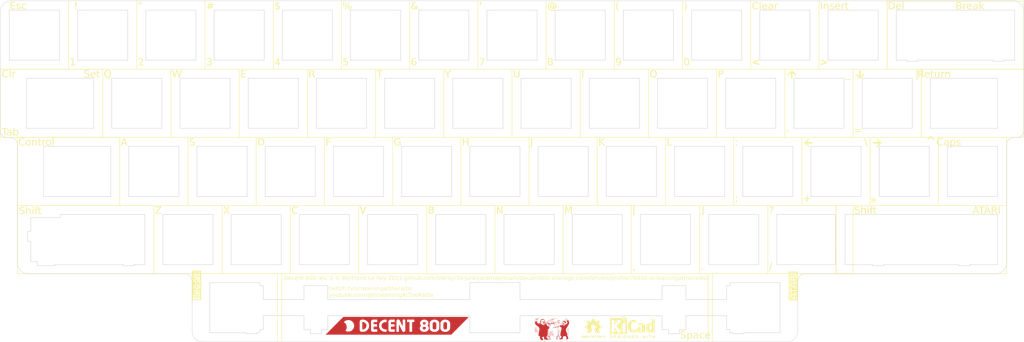
<source format=kicad_pcb>
(kicad_pcb (version 20221018) (generator pcbnew)
  (title_block (title "Decent800 Plate") (date "2023-11-07") (rev "1"))
  (layers (0 "F.Cu" signal) (31 "B.Cu" signal) (34 "B.Paste" user) (35 "F.Paste" user) (36 "B.SilkS" user "B.Silkscreen") (37 "F.SilkS" user "F.Silkscreen") (38 "B.Mask" user) (39 "F.Mask" user) (44 "Edge.Cuts" user))
  (net 0 "")
  (footprint "Library:MX-1-00U-Hole" (layer "F.Cu") (at 168.51775 76.022)
    (fp_text reference "SWH1" hide)
    (fp_text value "H")
    (fp_line (start -7 -7) (end -7 7) (stroke (width 0.12)) (layer "Edge.Cuts"))
    (fp_line (start -7 -7) (end 7 -7) (stroke (width 0.12)) (layer "Edge.Cuts"))
    (fp_line (start -7 7) (end 7 7) (stroke (width 0.12)) (layer "Edge.Cuts"))
    (fp_line (start 7 -7) (end 7 7) (stroke (width 0.12)) (layer "Edge.Cuts"))
  )
  (footprint "Library:MX-6-25U-Hole" (layer "F.Cu") (at 168.51775 114.122)
    (fp_text reference "SWSpc1" hide)
    (fp_text value "Space" hide)
    (fp_line (start -79.628125 -7) (end -79.628125 7) (stroke (width 0.12)) (layer "Edge.Cuts"))
    (fp_line (start -79.628125 -7) (end -65.628125 -7) (stroke (width 0.12)) (layer "Edge.Cuts"))
    (fp_line (start -79.628125 7) (end -69.524 7) (stroke (width 0.12)) (layer "Edge.Cuts"))
    (fp_line (start -69.524 7) (end -69.524 7.3152) (stroke (width 0.12)) (layer "Edge.Cuts"))
    (fp_line (start -66.476 7) (end -66.476 7.3152) (stroke (width 0.12)) (layer "Edge.Cuts"))
    (fp_line (start -66.476 7) (end -65.628125 7) (stroke (width 0.12)) (layer "Edge.Cuts"))
    (fp_line (start -66.476 7.3152) (end -69.524 7.3152) (stroke (width 0.12)) (layer "Edge.Cuts"))
    (fp_line (start -65.628125 -7) (end -65.628125 -6.1468) (stroke (width 0.12)) (layer "Edge.Cuts"))
    (fp_line (start -65.628125 6.1468) (end -65.628125 7) (stroke (width 0.12)) (layer "Edge.Cuts"))
    (fp_line (start -64.67 -6.1468) (end -65.628125 -6.1468) (stroke (width 0.12)) (layer "Edge.Cuts"))
    (fp_line (start -64.67 -6.1468) (end -64.67 -2.25) (stroke (width 0.12)) (layer "Edge.Cuts"))
    (fp_line (start -64.67 -2.25) (end -53.33 -2.25) (stroke (width 0.12)) (layer "Edge.Cuts"))
    (fp_line (start -64.67 2.25) (end -53.33 2.25) (stroke (width 0.12)) (layer "Edge.Cuts"))
    (fp_line (start -64.67 6.1468) (end -65.628125 6.1468) (stroke (width 0.12)) (layer "Edge.Cuts"))
    (fp_line (start -64.67 6.1468) (end -64.67 2.25) (stroke (width 0.12)) (layer "Edge.Cuts"))
    (fp_line (start -53.33 -6.1468) (end -53.33 -2.25) (stroke (width 0.12)) (layer "Edge.Cuts"))
    (fp_line (start -53.33 2.25) (end -53.33 6.1468) (stroke (width 0.12)) (layer "Edge.Cuts"))
    (fp_line (start -51.524 6.1468) (end -53.33 6.1468) (stroke (width 0.12)) (layer "Edge.Cuts"))
    (fp_line (start -51.524 6.1468) (end -51.524 7.3152) (stroke (width 0.12)) (layer "Edge.Cuts"))
    (fp_line (start -48.476 6.1468) (end -48.476 7.3152) (stroke (width 0.12)) (layer "Edge.Cuts"))
    (fp_line (start -48.476 7.3152) (end -51.524 7.3152) (stroke (width 0.12)) (layer "Edge.Cuts"))
    (fp_line (start -46.67 -6.1468) (end -53.33 -6.1468) (stroke (width 0.12)) (layer "Edge.Cuts"))
    (fp_line (start -46.67 -6.1468) (end -46.67 -2.25) (stroke (width 0.12)) (layer "Edge.Cuts"))
    (fp_line (start -46.67 -2.25) (end -7 -2.25) (stroke (width 0.12)) (layer "Edge.Cuts"))
    (fp_line (start -46.67 2.25) (end -7 2.25) (stroke (width 0.12)) (layer "Edge.Cuts"))
    (fp_line (start -46.67 6.1468) (end -48.476 6.1468) (stroke (width 0.12)) (layer "Edge.Cuts"))
    (fp_line (start -46.67 6.1468) (end -46.67 2.25) (stroke (width 0.12)) (layer "Edge.Cuts"))
    (fp_line (start -7 -7) (end -7 -2.25) (stroke (width 0.12)) (layer "Edge.Cuts"))
    (fp_line (start -7 -7) (end 7 -7) (stroke (width 0.12)) (layer "Edge.Cuts"))
    (fp_line (start -7 7) (end -7 2.25) (stroke (width 0.12)) (layer "Edge.Cuts"))
    (fp_line (start -7 7) (end 7 7) (stroke (width 0.12)) (layer "Edge.Cuts"))
    (fp_line (start 7 -7) (end 7 -2.25) (stroke (width 0.12)) (layer "Edge.Cuts"))
    (fp_line (start 7 7) (end 7 2.25) (stroke (width 0.12)) (layer "Edge.Cuts"))
    (fp_line (start 46.67 -6.1468) (end 46.67 -2.25) (stroke (width 0.12)) (layer "Edge.Cuts"))
    (fp_line (start 46.67 -6.1468) (end 53.33 -6.1468) (stroke (width 0.12)) (layer "Edge.Cuts"))
    (fp_line (start 46.67 -2.25) (end 7 -2.25) (stroke (width 0.12)) (layer "Edge.Cuts"))
    (fp_line (start 46.67 2.25) (end 7 2.25) (stroke (width 0.12)) (layer "Edge.Cuts"))
    (fp_line (start 46.67 6.1468) (end 46.67 2.25) (stroke (width 0.12)) (layer "Edge.Cuts"))
    (fp_line (start 46.67 6.1468) (end 48.476 6.1468) (stroke (width 0.12)) (layer "Edge.Cuts"))
    (fp_line (start 48.476 6.1468) (end 48.476 7.3152) (stroke (width 0.12)) (layer "Edge.Cuts"))
    (fp_line (start 48.476 7.3152) (end 51.524 7.3152) (stroke (width 0.12)) (layer "Edge.Cuts"))
    (fp_line (start 51.524 6.1468) (end 51.524 7.3152) (stroke (width 0.12)) (layer "Edge.Cuts"))
    (fp_line (start 51.524 6.1468) (end 53.33 6.1468) (stroke (width 0.12)) (layer "Edge.Cuts"))
    (fp_line (start 53.33 -6.1468) (end 53.33 -2.25) (stroke (width 0.12)) (layer "Edge.Cuts"))
    (fp_line (start 53.33 2.25) (end 53.33 6.1468) (stroke (width 0.12)) (layer "Edge.Cuts"))
    (fp_line (start 64.67 -6.1468) (end 64.67 -2.25) (stroke (width 0.12)) (layer "Edge.Cuts"))
    (fp_line (start 64.67 -6.1468) (end 65.628125 -6.1468) (stroke (width 0.12)) (layer "Edge.Cuts"))
    (fp_line (start 64.67 -2.25) (end 53.33 -2.25) (stroke (width 0.12)) (layer "Edge.Cuts"))
    (fp_line (start 64.67 2.25) (end 53.33 2.25) (stroke (width 0.12)) (layer "Edge.Cuts"))
    (fp_line (start 64.67 6.1468) (end 64.67 2.25) (stroke (width 0.12)) (layer "Edge.Cuts"))
    (fp_line (start 64.67 6.1468) (end 65.628125 6.1468) (stroke (width 0.12)) (layer "Edge.Cuts"))
    (fp_line (start 65.628125 -7) (end 65.628125 -6.1468) (stroke (width 0.12)) (layer "Edge.Cuts"))
    (fp_line (start 65.628125 -7) (end 79.628125 -7) (stroke (width 0.12)) (layer "Edge.Cuts"))
    (fp_line (start 65.628125 6.1468) (end 65.628125 7) (stroke (width 0.12)) (layer "Edge.Cuts"))
    (fp_line (start 65.628125 7) (end 66.476 7) (stroke (width 0.12)) (layer "Edge.Cuts"))
    (fp_line (start 66.476 7) (end 66.476 7.3152) (stroke (width 0.12)) (layer "Edge.Cuts"))
    (fp_line (start 66.476 7.3152) (end 69.524 7.3152) (stroke (width 0.12)) (layer "Edge.Cuts"))
    (fp_line (start 69.524 7) (end 69.524 7.3152) (stroke (width 0.12)) (layer "Edge.Cuts"))
    (fp_line (start 69.524 7) (end 79.628125 7) (stroke (width 0.12)) (layer "Edge.Cuts"))
    (fp_line (start 79.628125 -7) (end 79.628125 7) (stroke (width 0.12)) (layer "Edge.Cuts"))
  )
  (footprint "Library:MX-1-00U-Hole" (layer "F.Cu") (at 130.41775 76.022)
    (fp_text reference "SWF1" hide)
    (fp_text value "F")
    (fp_line (start -7 -7) (end -7 7) (stroke (width 0.12)) (layer "Edge.Cuts"))
    (fp_line (start -7 -7) (end 7 -7) (stroke (width 0.12)) (layer "Edge.Cuts"))
    (fp_line (start -7 7) (end 7 7) (stroke (width 0.12)) (layer "Edge.Cuts"))
    (fp_line (start 7 -7) (end 7 7) (stroke (width 0.12)) (layer "Edge.Cuts"))
  )
  (footprint "Library:MX-1-00U-Hole" (layer "F.Cu") (at 173.28025 37.922)
    (fp_text reference "SW7" hide)
    (fp_text value "7")
    (fp_line (start -7 -7) (end -7 7) (stroke (width 0.12)) (layer "Edge.Cuts"))
    (fp_line (start -7 -7) (end 7 -7) (stroke (width 0.12)) (layer "Edge.Cuts"))
    (fp_line (start -7 7) (end 7 7) (stroke (width 0.12)) (layer "Edge.Cuts"))
    (fp_line (start 7 -7) (end 7 7) (stroke (width 0.12)) (layer "Edge.Cuts"))
  )
  (footprint "Library:MX-1-00U-Hole" (layer "F.Cu") (at 220.90525 56.972)
    (fp_text reference "SWO1" hide)
    (fp_text value "O")
    (fp_line (start -7 -7) (end -7 7) (stroke (width 0.12)) (layer "Edge.Cuts"))
    (fp_line (start -7 -7) (end 7 -7) (stroke (width 0.12)) (layer "Edge.Cuts"))
    (fp_line (start -7 7) (end 7 7) (stroke (width 0.12)) (layer "Edge.Cuts"))
    (fp_line (start 7 -7) (end 7 7) (stroke (width 0.12)) (layer "Edge.Cuts"))
  )
  (footprint "Library:MX-2-00U-Hole" (layer "F.Cu") (at 297.1052 37.922)
    (fp_text reference "REF**" hide)
    (fp_text value "MX_Hole_2.00")
    (fp_line (start -16.525 -7) (end -16.525 7) (stroke (width 0.12)) (layer "Edge.Cuts"))
    (fp_line (start -16.525 -7) (end 16.525 -7) (stroke (width 0.12)) (layer "Edge.Cuts"))
    (fp_line (start -16.525 7) (end -13.524 7) (stroke (width 0.12)) (layer "Edge.Cuts"))
    (fp_line (start -13.524 7) (end -13.524 7.3152) (stroke (width 0.12)) (layer "Edge.Cuts"))
    (fp_line (start -10.476 7) (end -10.476 7.3152) (stroke (width 0.12)) (layer "Edge.Cuts"))
    (fp_line (start -10.476 7) (end 10.476 7) (stroke (width 0.12)) (layer "Edge.Cuts"))
    (fp_line (start -10.476 7.3152) (end -13.524 7.3152) (stroke (width 0.12)) (layer "Edge.Cuts"))
    (fp_line (start 10.476 7) (end 10.476 7.3152) (stroke (width 0.12)) (layer "Edge.Cuts"))
    (fp_line (start 10.476 7.3152) (end 13.524 7.3152) (stroke (width 0.12)) (layer "Edge.Cuts"))
    (fp_line (start 13.524 7) (end 13.524 7.3152) (stroke (width 0.12)) (layer "Edge.Cuts"))
    (fp_line (start 13.524 7) (end 16.525 7) (stroke (width 0.12)) (layer "Edge.Cuts"))
    (fp_line (start 16.525 -7) (end 16.525 7) (stroke (width 0.12)) (layer "Edge.Cuts"))
  )
  (footprint "Library:MX-1-00U-Hole" (layer "F.Cu") (at 144.70525 56.972)
    (fp_text reference "SWT1" hide)
    (fp_text value "T")
    (fp_line (start -7 -7) (end -7 7) (stroke (width 0.12)) (layer "Edge.Cuts"))
    (fp_line (start -7 -7) (end 7 -7) (stroke (width 0.12)) (layer "Edge.Cuts"))
    (fp_line (start -7 7) (end 7 7) (stroke (width 0.12)) (layer "Edge.Cuts"))
    (fp_line (start 7 -7) (end 7 7) (stroke (width 0.12)) (layer "Edge.Cuts"))
  )
  (footprint "Library:MX-1-00U-Hole" (layer "F.Cu") (at 73.26775 76.022)
    (fp_text reference "SWA1" hide)
    (fp_text value "A")
    (fp_line (start -7 -7) (end -7 7) (stroke (width 0.12)) (layer "Edge.Cuts"))
    (fp_line (start -7 -7) (end 7 -7) (stroke (width 0.12)) (layer "Edge.Cuts"))
    (fp_line (start -7 7) (end 7 7) (stroke (width 0.12)) (layer "Edge.Cuts"))
    (fp_line (start 7 -7) (end 7 7) (stroke (width 0.12)) (layer "Edge.Cuts"))
  )
  (footprint "Library:MX-1-00U-Hole" (layer "F.Cu") (at 68.50525 56.972)
    (fp_text reference "SWQ1" hide)
    (fp_text value "Q")
    (fp_line (start -7 -7) (end -7 7) (stroke (width 0.12)) (layer "Edge.Cuts"))
    (fp_line (start -7 -7) (end 7 -7) (stroke (width 0.12)) (layer "Edge.Cuts"))
    (fp_line (start -7 7) (end 7 7) (stroke (width 0.12)) (layer "Edge.Cuts"))
    (fp_line (start 7 -7) (end 7 7) (stroke (width 0.12)) (layer "Edge.Cuts"))
  )
  (footprint "Symbol:KiCad-Logo2_5mm_SilkScreen" (layer "F.Cu") (at 206.922 119.619)
    (fp_text reference "REF**" hide)
    (fp_text value "KiCad-Logo2_5mm_SilkScreen" hide)
  )
  (footprint "Library:MX-1-00U-Hole" (layer "F.Cu") (at 106.60525 56.972)
    (fp_text reference "SWE1" hide)
    (fp_text value "E")
    (fp_line (start -7 -7) (end -7 7) (stroke (width 0.12)) (layer "Edge.Cuts"))
    (fp_line (start -7 -7) (end 7 -7) (stroke (width 0.12)) (layer "Edge.Cuts"))
    (fp_line (start -7 7) (end 7 7) (stroke (width 0.12)) (layer "Edge.Cuts"))
    (fp_line (start 7 -7) (end 7 7) (stroke (width 0.12)) (layer "Edge.Cuts"))
  )
  (footprint "Library:MX-1-00U-Hole" (layer "F.Cu") (at 82.79275 95.072)
    (fp_text reference "SWZ1" hide)
    (fp_text value "Z")
    (fp_line (start -7 -7) (end -7 7) (stroke (width 0.12)) (layer "Edge.Cuts"))
    (fp_line (start -7 -7) (end 7 -7) (stroke (width 0.12)) (layer "Edge.Cuts"))
    (fp_line (start -7 7) (end 7 7) (stroke (width 0.12)) (layer "Edge.Cuts"))
    (fp_line (start 7 -7) (end 7 7) (stroke (width 0.12)) (layer "Edge.Cuts"))
  )
  (footprint "Library:MX-1-00U-Hole" (layer "F.Cu") (at 254.24275 95.072)
    (fp_text reference "SWSlash1" hide)
    (fp_text value "Slash")
    (fp_line (start -7 -7) (end -7 7) (stroke (width 0.12)) (layer "Edge.Cuts"))
    (fp_line (start -7 -7) (end 9.38125 -7) (stroke (width 0.12)) (layer "Edge.Cuts"))
    (fp_line (start -7 7) (end 9.38125 7) (stroke (width 0.12)) (layer "Edge.Cuts"))
    (fp_line (start 9.38125 -7) (end 9.38125 7) (stroke (width 0.12)) (layer "Edge.Cuts"))
  )
  (footprint "LOGO" (layer "F.Cu") (at 184.4 119.5)
    (fp_text reference "G***" hide)
    (fp_text value "LOGOGO" hide)
    (fp_poly (pts (xy -4.28735 0.421327) (xy -4.29198 0.425957) (xy -4.296609 0.421327) (xy -4.29198 0.416697)) (fill solid) (layer "F.Cu"))
    (fp_poly (pts (xy -4.114345 0.646459) (xy -4.113241 0.660931) (xy -4.115076 0.664207) (xy -4.119285 0.661446) (xy -4.11994 0.652054) (xy -4.117678 0.642173)) (fill solid) (layer "F.Cu"))
    (fp_poly (pts (xy -4.105238 1.660615) (xy -4.104129 1.671604) (xy -4.105238 1.672962) (xy -4.110743 1.67169) (xy -4.111411 1.666788) (xy -4.108023 1.659166)) (fill solid) (layer "F.Cu"))
    (fp_poly (pts (xy -3.873587 1.757651) (xy -3.872483 1.772124) (xy -3.874318 1.7754) (xy -3.878527 1.772638) (xy -3.879181 1.763246) (xy -3.87692 1.753365)) (fill solid) (layer "F.Cu"))
    (fp_poly (pts (xy -3.855219 1.086499) (xy -3.854111 1.097488) (xy -3.855219 1.098846) (xy -3.860724 1.097575) (xy -3.861393 1.092672) (xy -3.858005 1.08505)) (fill solid) (layer "F.Cu"))
    (fp_poly (pts (xy -3.790247 0.942777) (xy -3.789144 0.957249) (xy -3.790978 0.960525) (xy -3.795187 0.957764) (xy -3.795842 0.948372) (xy -3.793581 0.938491)) (fill solid) (layer "F.Cu"))
    (fp_poly (pts (xy -4.010763 0.633127) (xy -4.011459 0.649715) (xy -4.014862 0.671345) (xy -4.022312 0.649813) (xy -4.026053 0.63136) (xy -4.024287 0.622804) (xy -4.015391 0.620934)) (fill solid) (layer "F.Cu"))
    (fp_poly (pts (xy 0.42313 1.745788) (xy 0.417846 1.752597) (xy 0.41006 1.758449) (xy 0.412003 1.74917) (xy 0.412662 1.747413) (xy 0.419998 1.736074) (xy 0.424169 1.735993)) (fill solid) (layer "F.Cu"))
    (fp_poly (pts (xy -3.841831 1.858585) (xy -3.834584 1.8737) (xy -3.835079 1.879535) (xy -3.842433 1.885226) (xy -3.845381 1.883432) (xy -3.851525 1.868957) (xy -3.852133 1.862482) (xy -3.849195 1.853664)) (fill solid) (layer "F.Cu"))
    (fp_poly (pts (xy -3.833711 1.146334) (xy -3.830264 1.152862) (xy -3.829601 1.164809) (xy -3.832913 1.166752) (xy -3.842774 1.15939) (xy -3.846221 1.152862) (xy -3.846884 1.140915) (xy -3.843573 1.138972)) (fill solid) (layer "F.Cu"))
    (fp_poly (pts (xy -1.694568 -1.226941) (xy -1.685661 -1.215103) (xy -1.685308 -1.212505) (xy -1.692371 -1.204041) (xy -1.694568 -1.203791) (xy -1.702695 -1.211329) (xy -1.703828 -1.218228) (xy -1.699339 -1.227812)) (fill solid) (layer "F.Cu"))
    (fp_poly (pts (xy 0.083233 1.127616) (xy 0.083339 1.129712) (xy 0.076221 1.138616) (xy 0.073533 1.138972) (xy 0.068003 1.133299) (xy 0.06945 1.129712) (xy 0.077771 1.120878) (xy 0.079256 1.120452)) (fill solid) (layer "F.Cu"))
    (fp_poly (pts (xy 0.11085 1.099719) (xy 0.111119 1.101932) (xy 0.104073 1.110923) (xy 0.101859 1.111192) (xy 0.092868 1.104146) (xy 0.092599 1.101932) (xy 0.099646 1.092941) (xy 0.101859 1.092672)) (fill solid) (layer "F.Cu"))
    (fp_poly (pts (xy 0.341285 1.432759) (xy 0.342618 1.439373) (xy 0.337783 1.452043) (xy 0.333358 1.45381) (xy 0.324363 1.447164) (xy 0.324098 1.445096) (xy 0.330829 1.432555) (xy 0.333358 1.43066)) (fill solid) (layer "F.Cu"))
    (fp_poly (pts (xy 1.759011 -0.595174) (xy 1.759388 -0.592636) (xy 1.756228 -0.583617) (xy 1.755304 -0.583376) (xy 1.747398 -0.589865) (xy 1.745498 -0.592636) (xy 1.746232 -0.601169) (xy 1.749581 -0.601896)) (fill solid) (layer "F.Cu"))
    (fp_poly (pts (xy 1.887982 2.581762) (xy 1.889027 2.588152) (xy 1.884027 2.600475) (xy 1.879767 2.602042) (xy 1.871552 2.594541) (xy 1.870507 2.588152) (xy 1.875507 2.575829) (xy 1.879767 2.574262)) (fill solid) (layer "F.Cu"))
    (fp_poly (pts (xy 1.962837 1.609015) (xy 1.963106 1.611229) (xy 1.95606 1.620219) (xy 1.953846 1.620489) (xy 1.944855 1.613442) (xy 1.944586 1.611229) (xy 1.951633 1.602238) (xy 1.953846 1.601969)) (fill solid) (layer "F.Cu"))
    (fp_poly (pts (xy 1.990617 1.349737) (xy 1.990886 1.35195) (xy 1.983839 1.360941) (xy 1.981626 1.36121) (xy 1.972635 1.354164) (xy 1.972366 1.35195) (xy 1.979413 1.34296) (xy 1.981626 1.342691)) (fill solid) (layer "F.Cu"))
    (fp_poly (pts (xy 2.101322 2.564882) (xy 2.101724 2.576577) (xy 2.100088 2.597509) (xy 2.094368 2.600597) (xy 2.088161 2.592855) (xy 2.08761 2.578188) (xy 2.091962 2.56739) (xy 2.098702 2.558343)) (fill solid) (layer "F.Cu"))
    (fp_poly (pts (xy 2.276715 2.00441) (xy 2.276208 2.009985) (xy 2.264484 2.024018) (xy 2.260003 2.026189) (xy 2.251393 2.023662) (xy 2.2519 2.018087) (xy 2.263624 2.004054) (xy 2.268105 2.001882)) (fill solid) (layer "F.Cu"))
    (fp_poly (pts (xy 4.663824 0.47793) (xy 4.662377 0.481517) (xy 4.654056 0.49035) (xy 4.652571 0.490777) (xy 4.648593 0.483612) (xy 4.648487 0.481517) (xy 4.655606 0.472613) (xy 4.658294 0.472257)) (fill solid) (layer "F.Cu"))
    (fp_poly (pts (xy 4.74758 0.569574) (xy 4.740817 0.584486) (xy 4.731198 0.592589) (xy 4.73051 0.592636) (xy 4.7276 0.585926) (xy 4.732251 0.573323) (xy 4.741593 0.560044) (xy 4.746685 0.558108)) (fill solid) (layer "F.Cu"))
    (fp_poly (pts (xy -3.734265 1.110176) (xy -3.731767 1.127535) (xy -3.731753 1.129166) (xy -3.73311 1.151434) (xy -3.736647 1.155983) (xy -3.74156 1.142471) (xy -3.743322 1.134121) (xy -3.74393 1.114818) (xy -3.739772 1.105795)) (fill solid) (layer "F.Cu"))
    (fp_poly (pts (xy -1.547508 -1.282858) (xy -1.546691 -1.261666) (xy -1.54753 -1.23357) (xy -1.550513 -1.223573) (xy -1.555537 -1.231799) (xy -1.559559 -1.245811) (xy -1.560722 -1.269809) (xy -1.556215 -1.285166) (xy -1.550418 -1.291365)) (fill solid) (layer "F.Cu"))
    (fp_poly (pts (xy -0.784044 -1.449956) (xy -0.782003 -1.430565) (xy -0.787811 -1.41366) (xy -0.797345 -1.40751) (xy -0.804292 -1.415157) (xy -0.805472 -1.423715) (xy -0.800983 -1.445115) (xy -0.797501 -1.452271) (xy -0.789895 -1.459224)) (fill solid) (layer "F.Cu"))
    (fp_poly (pts (xy 0.221982 1.601704) (xy 0.216391 1.61425) (xy 0.207687 1.624457) (xy 0.192267 1.637433) (xy 0.185728 1.635804) (xy 0.185199 1.631184) (xy 0.19139 1.619754) (xy 0.203719 1.606599) (xy 0.217468 1.597848)) (fill solid) (layer "F.Cu"))
    (fp_poly (pts (xy 0.481297 1.667582) (xy 0.476991 1.686228) (xy 0.475896 1.689181) (xy 0.466977 1.701147) (xy 0.457278 1.703436) (xy 0.453737 1.696338) (xy 0.458792 1.683837) (xy 0.467332 1.670873) (xy 0.477691 1.661638)) (fill solid) (layer "F.Cu"))
    (fp_poly (pts (xy 2.192979 1.875813) (xy 2.193585 1.887618) (xy 2.187162 1.90455) (xy 2.185345 1.907547) (xy 2.178544 1.914951) (xy 2.176319 1.905802) (xy 2.176226 1.901148) (xy 2.179896 1.882475) (xy 2.185345 1.875137)) (fill solid) (layer "F.Cu"))
    (fp_poly (pts (xy 2.33679 -0.740795) (xy 2.338617 -0.715569) (xy 2.335213 -0.686387) (xy 2.334952 -0.685235) (xy 2.327425 -0.652825) (xy 2.321179 -0.680605) (xy 2.319239 -0.710753) (xy 2.323017 -0.736165) (xy 2.331101 -0.763945)) (fill solid) (layer "F.Cu"))
    (fp_poly (pts (xy -4.140308 0.568795) (xy -4.132137 0.579604) (xy -4.126721 0.59558) (xy -4.126227 0.608417) (xy -4.129254 0.611156) (xy -4.141663 0.605566) (xy -4.142277 0.604982) (xy -4.147518 0.593048) (xy -4.148018 0.578225) (xy -4.144224 0.568706)) (fill solid) (layer "F.Cu"))
    (fp_poly (pts (xy -4.033782 1.206854) (xy -4.024481 1.21906) (xy -4.019131 1.235643) (xy -4.018953 1.238516) (xy -4.023138 1.249389) (xy -4.032481 1.246909) (xy -4.041498 1.23288) (xy -4.042183 1.230874) (xy -4.044657 1.213046) (xy -4.042303 1.205677)) (fill solid) (layer "F.Cu"))
    (fp_poly (pts (xy -3.765481 1.008792) (xy -3.760858 1.016763) (xy -3.75301 1.038889) (xy -3.752408 1.053803) (xy -3.756192 1.06265) (xy -3.762846 1.056173) (xy -3.767469 1.048202) (xy -3.775316 1.026076) (xy -3.775919 1.011163) (xy -3.772134 1.002315)) (fill solid) (layer "F.Cu"))
    (fp_poly (pts (xy -1.613897 -1.2604) (xy -1.61123 -1.242497) (xy -1.611229 -1.241924) (xy -1.614029 -1.220336) (xy -1.620488 -1.208421) (xy -1.62708 -1.212002) (xy -1.629747 -1.229905) (xy -1.629748 -1.230478) (xy -1.626948 -1.252066) (xy -1.620488 -1.263981)) (fill solid) (layer "F.Cu"))
    (fp_poly (pts (xy -1.465243 -1.307297) (xy -1.46354 -1.289619) (xy -1.467165 -1.269616) (xy -1.471314 -1.260677) (xy -1.480166 -1.25339) (xy -1.485934 -1.258889) (xy -1.489052 -1.27492) (xy -1.485933 -1.295035) (xy -1.478637 -1.310863) (xy -1.472153 -1.314911)) (fill solid) (layer "F.Cu"))
    (fp_poly (pts (xy 1.409151 -0.742228) (xy 1.417487 -0.724378) (xy 1.421497 -0.704948) (xy 1.418738 -0.692759) (xy 1.411262 -0.695162) (xy 1.402729 -0.711499) (xy 1.400741 -0.717417) (xy 1.396029 -0.739471) (xy 1.398228 -0.749794) (xy 1.399346 -0.750055)) (fill solid) (layer "F.Cu"))
    (fp_poly (pts (xy 1.588961 -0.590731) (xy 1.590907 -0.573552) (xy 1.588774 -0.5597) (xy 1.580394 -0.541428) (xy 1.571139 -0.538395) (xy 1.565431 -0.550935) (xy 1.565071 -0.557911) (xy 1.568607 -0.580396) (xy 1.573173 -0.591309) (xy 1.582333 -0.598102)) (fill solid) (layer "F.Cu"))
    (fp_poly (pts (xy 1.98798 2.633089) (xy 1.990047 2.646126) (xy 1.98466 2.665972) (xy 1.974955 2.684239) (xy 1.965891 2.692184) (xy 1.959425 2.690031) (xy 1.961022 2.674702) (xy 1.96329 2.666219) (xy 1.972254 2.640029) (xy 1.980171 2.629962)) (fill solid) (layer "F.Cu"))
    (fp_poly (pts (xy -4.562273 -1.695825) (xy -4.54945 -1.675491) (xy -4.548232 -1.655723) (xy -4.557899 -1.637269) (xy -4.575401 -1.630941) (xy -4.593772 -1.637731) (xy -4.602074 -1.648056) (xy -4.608199 -1.671676) (xy -4.603201 -1.69217) (xy -4.589095 -1.703259) (xy -4.584177 -1.703828)) (fill solid) (layer "F.Cu"))
    (fp_poly (pts (xy -4.545981 0.053642) (xy -4.537694 0.064211) (xy -4.528642 0.088438) (xy -4.531123 0.10059) (xy -4.542103 0.098599) (xy -4.558548 0.080398) (xy -4.559453 0.079035) (xy -4.571609 0.058545) (xy -4.572573 0.048901) (xy -4.562507 0.046316) (xy -4.560843 0.0463)) (fill solid) (layer "F.Cu"))
    (fp_poly (pts (xy -3.901011 1.654822) (xy -3.893802 1.666788) (xy -3.883532 1.690731) (xy -3.880512 1.710903) (xy -3.885315 1.721742) (xy -3.888092 1.722348) (xy -3.896533 1.71458) (xy -3.901856 1.701513) (xy -3.906387 1.676126) (xy -3.907238 1.662158) (xy -3.906034 1.651036)) (fill solid) (layer "F.Cu"))
    (fp_poly (pts (xy -2.971864 -1.174431) (xy -2.96399 -1.160204) (xy -2.958183 -1.137706) (xy -2.965649 -1.127415) (xy -2.985229 -1.130661) (xy -2.98844 -1.132071) (xy -3.006626 -1.146358) (xy -3.015872 -1.164777) (xy -3.013747 -1.181003) (xy -3.008994 -1.185571) (xy -2.989361 -1.189086)) (fill solid) (layer "F.Cu"))
    (fp_poly (pts (xy -0.83672 -1.44815) (xy -0.834574 -1.429031) (xy -0.83515 -1.419801) (xy -0.840395 -1.395141) (xy -0.849294 -1.382602) (xy -0.859189 -1.38451) (xy -0.864655 -1.393965) (xy -0.867328 -1.41549) (xy -0.862368 -1.437192) (xy -0.852127 -1.451635) (xy -0.845721 -1.45381)) (fill solid) (layer "F.Cu"))
    (fp_poly (pts (xy 0.425723 1.515247) (xy 0.422631 1.529942) (xy 0.409319 1.549045) (xy 0.402807 1.555669) (xy 0.386607 1.568517) (xy 0.379993 1.567042) (xy 0.379657 1.563974) (xy 0.384762 1.546394) (xy 0.396666 1.526705) (xy 0.410256 1.512341) (xy 0.417222 1.509369)) (fill solid) (layer "F.Cu"))
    (fp_poly (pts (xy 1.708458 -0.740795) (xy 1.718782 -0.711872) (xy 1.721546 -0.679736) (xy 1.716183 -0.653315) (xy 1.714253 -0.649763) (xy 1.707656 -0.646539) (xy 1.701938 -0.660569) (xy 1.700505 -0.667126) (xy 1.696385 -0.698214) (xy 1.694896 -0.730377) (xy 1.695224 -0.763945)) (fill solid) (layer "F.Cu"))
    (fp_poly (pts (xy 2.424307 -0.714237) (xy 2.425452 -0.68755) (xy 2.424226 -0.660397) (xy 2.420378 -0.642752) (xy 2.416843 -0.638935) (xy 2.410719 -0.647019) (xy 2.408211 -0.666712) (xy 2.408234 -0.66903) (xy 2.41116 -0.696442) (xy 2.416843 -0.717645) (xy 2.421567 -0.723821)) (fill solid) (layer "F.Cu"))
    (fp_poly (pts (xy 2.703895 -0.721328) (xy 2.703901 -0.720254) (xy 2.700632 -0.69008) (xy 2.691897 -0.671107) (xy 2.683233 -0.666715) (xy 2.678044 -0.674723) (xy 2.679656 -0.69596) (xy 2.679767 -0.696521) (xy 2.686805 -0.721285) (xy 2.694646 -0.735123) (xy 2.701079 -0.735862)) (fill solid) (layer "F.Cu"))
    (fp_poly (pts (xy 4.271954 1.146502) (xy 4.267898 1.165419) (xy 4.267442 1.166752) (xy 4.257923 1.185859) (xy 4.248142 1.194725) (xy 4.241799 1.190837) (xy 4.24105 1.184663) (xy 4.245586 1.16718) (xy 4.255859 1.149301) (xy 4.266868 1.139299) (xy 4.268674 1.138972)) (fill solid) (layer "F.Cu"))
    (fp_poly (pts (xy -4.074212 0.748388) (xy -4.063387 0.76646) (xy -4.053941 0.787954) (xy -4.04913 0.805812) (xy -4.05018 0.81229) (xy -4.057352 0.808274) (xy -4.069554 0.792548) (xy -4.073837 0.785824) (xy -4.088306 0.759861) (xy -4.092051 0.745813) (xy -4.085644 0.740918) (xy -4.083158 0.740795)) (fill solid) (layer "F.Cu"))
    (fp_poly (pts (xy -1.393927 -1.325863) (xy -1.389953 -1.300052) (xy -1.38899 -1.272484) (xy -1.391293 -1.245547) (xy -1.397219 -1.232465) (xy -1.405293 -1.234987) (xy -1.411149 -1.246218) (xy -1.415842 -1.270413) (xy -1.41596 -1.299771) (xy -1.41178 -1.324753) (xy -1.408657 -1.331892) (xy -1.40038 -1.337133)) (fill solid) (layer "F.Cu"))
    (fp_poly (pts (xy -1.327879 -1.342552) (xy -1.324729 -1.321491) (xy -1.324171 -1.301567) (xy -1.324548 -1.270559) (xy -1.326258 -1.254892) (xy -1.330164 -1.251392) (xy -1.336517 -1.256264) (xy -1.341088 -1.269921) (xy -1.342623 -1.293485) (xy -1.341382 -1.319365) (xy -1.337619 -1.33997) (xy -1.33343 -1.34732)) (fill solid) (layer "F.Cu"))
    (fp_poly (pts (xy -0.654054 -0.446302) (xy -0.63789 -0.428521) (xy -0.624985 -0.407174) (xy -0.620416 -0.390635) (xy -0.62675 -0.374771) (xy -0.641432 -0.370331) (xy -0.657984 -0.377642) (xy -0.666389 -0.388308) (xy -0.673224 -0.408406) (xy -0.67574 -0.430661) (xy -0.673729 -0.448043) (xy -0.668329 -0.453737)) (fill solid) (layer "F.Cu"))
    (fp_poly (pts (xy 1.608001 -0.742021) (xy 1.610685 -0.718381) (xy 1.61002 -0.691003) (xy 1.606006 -0.667125) (xy 1.601969 -0.657455) (xy 1.59684 -0.655479) (xy 1.593875 -0.669737) (xy 1.592852 -0.701323) (xy 1.592851 -0.701986) (xy 1.594084 -0.73489) (xy 1.597771 -0.752546) (xy 1.601969 -0.754685)) (fill solid) (layer "F.Cu"))
    (fp_poly (pts (xy 1.785134 -0.760556) (xy 1.791396 -0.741369) (xy 1.794058 -0.718319) (xy 1.791983 -0.698709) (xy 1.788328 -0.691951) (xy 1.780487 -0.688586) (xy 1.777823 -0.701477) (xy 1.777781 -0.704218) (xy 1.775276 -0.731795) (xy 1.772071 -0.74774) (xy 1.771233 -0.764118) (xy 1.776408 -0.768574)) (fill solid) (layer "F.Cu"))
    (fp_poly (pts (xy 2.237321 -0.75119) (xy 2.239664 -0.730756) (xy 2.238673 -0.703919) (xy 2.234347 -0.676587) (xy 2.231644 -0.666715) (xy 2.227535 -0.658498) (xy 2.224942 -0.665759) (xy 2.223552 -0.689799) (xy 2.223307 -0.70144) (xy 2.224173 -0.73255) (xy 2.227463 -0.753217) (xy 2.231644 -0.759315)) (fill solid) (layer "F.Cu"))
    (fp_poly (pts (xy 4.692048 0.64237) (xy 4.692504 0.653995) (xy 4.68569 0.673763) (xy 4.674993 0.694668) (xy 4.6638 0.709705) (xy 4.657897 0.713015) (xy 4.650069 0.705392) (xy 4.648795 0.69681) (xy 4.653757 0.680349) (xy 4.665176 0.661897) (xy 4.678624 0.647022) (xy 4.689676 0.641297)) (fill solid) (layer "F.Cu"))
    (fp_poly (pts (xy 4.710673 1.903316) (xy 4.705897 1.924239) (xy 4.697801 1.946971) (xy 4.688797 1.964097) (xy 4.684851 1.968154) (xy 4.676823 1.96658) (xy 4.676267 1.963355) (xy 4.679529 1.94748) (xy 4.687421 1.926443) (xy 4.697102 1.906335) (xy 4.705732 1.893248) (xy 4.709721 1.891614)) (fill solid) (layer "F.Cu"))
    (fp_poly (pts (xy 4.807733 0.265699) (xy 4.809541 0.279467) (xy 4.800283 0.300896) (xy 4.784392 0.321783) (xy 4.762837 0.339217) (xy 4.744971 0.341054) (xy 4.736575 0.333549) (xy 4.736228 0.317257) (xy 4.747807 0.296272) (xy 4.767895 0.276271) (xy 4.773415 0.27237) (xy 4.795484 0.262399)) (fill solid) (layer "F.Cu"))
    (fp_poly (pts (xy -4.489105 1.600378) (xy -4.478103 1.619414) (xy -4.466777 1.643859) (xy -4.459207 1.664473) (xy -4.458187 1.681257) (xy -4.466036 1.684684) (xy -4.477747 1.673658) (xy -4.480387 1.669103) (xy -4.487934 1.650134) (xy -4.494297 1.62688) (xy -4.498082 1.605884) (xy -4.497894 1.593688) (xy -4.496672 1.592709)) (fill solid) (layer "F.Cu"))
    (fp_poly (pts (xy -4.383892 0.170405) (xy -4.369036 0.19168) (xy -4.35624 0.216436) (xy -4.349187 0.237931) (xy -4.349373 0.246829) (xy -4.358905 0.258549) (xy -4.370728 0.252795) (xy -4.383501 0.230251) (xy -4.383942 0.229183) (xy -4.398236 0.192232) (xy -4.404659 0.169769) (xy -4.403607 0.159711) (xy -4.397126 0.159358)) (fill solid) (layer "F.Cu"))
    (fp_poly (pts (xy 0.300942 1.494091) (xy 0.289876 1.516222) (xy 0.281818 1.52877) (xy 0.260229 1.557862) (xy 0.246783 1.570921) (xy 0.241043 1.56833) (xy 0.240758 1.564829) (xy 0.245308 1.551168) (xy 0.256716 1.531364) (xy 0.271626 1.509939) (xy 0.286677 1.491415) (xy 0.298512 1.480315) (xy 0.303583 1.480234)) (fill solid) (layer "F.Cu"))
    (fp_poly (pts (xy 2.148276 -0.770785) (xy 2.151646 -0.763964) (xy 2.156966 -0.7288) (xy 2.150557 -0.688715) (xy 2.144009 -0.671345) (xy 2.136981 -0.656899) (xy 2.133118 -0.654113) (xy 2.131388 -0.665138) (xy 2.130758 -0.692128) (xy 2.130679 -0.699125) (xy 2.131842 -0.734662) (xy 2.135683 -0.760063) (xy 2.141422 -0.77291)) (fill solid) (layer "F.Cu"))
    (fp_poly (pts (xy 4.401747 1.711209) (xy 4.3966 1.729895) (xy 4.386713 1.754703) (xy 4.373933 1.780451) (xy 4.37148 1.784765) (xy 4.36406 1.795897) (xy 4.361886 1.790862) (xy 4.361711 1.785167) (xy 4.36521 1.766892) (xy 4.374134 1.743334) (xy 4.385408 1.720971) (xy 4.395958 1.706286) (xy 4.400308 1.703828)) (fill solid) (layer "F.Cu"))
    (fp_poly (pts (xy 4.440984 1.087786) (xy 4.43399 1.109095) (xy 4.422693 1.135011) (xy 4.409464 1.159757) (xy 4.403494 1.168998) (xy 4.393351 1.180019) (xy 4.389209 1.177764) (xy 4.392902 1.163645) (xy 4.402193 1.14158) (xy 4.414401 1.116763) (xy 4.426845 1.094387) (xy 4.436844 1.079645) (xy 4.441304 1.076861)) (fill solid) (layer "F.Cu"))
    (fp_poly (pts (xy -3.914216 0.901957) (xy -3.903624 0.924709) (xy -3.893362 0.953773) (xy -3.885419 0.983226) (xy -3.881784 1.007146) (xy -3.881998 1.013963) (xy -3.884817 1.023784) (xy -3.889972 1.018326) (xy -3.896065 1.004703) (xy -3.910202 0.96746) (xy -3.920554 0.934052) (xy -3.926247 0.908131) (xy -3.926409 0.89335) (xy -3.923148 0.89144)) (fill solid) (layer "F.Cu"))
    (fp_poly (pts (xy -0.692127 -1.50152) (xy -0.691123 -1.497989) (xy -0.685631 -1.465551) (xy -0.68602 -1.436036) (xy -0.691314 -1.413097) (xy -0.70054 -1.400385) (xy -0.712722 -1.40155) (xy -0.716102 -1.404423) (xy -0.721244 -1.419402) (xy -0.722538 -1.444884) (xy -0.720459 -1.473367) (xy -0.715482 -1.497345) (xy -0.709516 -1.508431) (xy -0.698851 -1.512889)) (fill solid) (layer "F.Cu"))
    (fp_poly (pts (xy 0.345486 1.636557) (xy 0.338829 1.653395) (xy 0.336196 1.658082) (xy 0.321262 1.679931) (xy 0.304457 1.699732) (xy 0.289375 1.713918) (xy 0.27961 1.718917) (xy 0.277798 1.716091) (xy 0.283112 1.702314) (xy 0.296293 1.681361) (xy 0.3132 1.658697) (xy 0.329695 1.639788) (xy 0.341637 1.6301) (xy 0.343199 1.629749)) (fill solid) (layer "F.Cu"))
    (fp_poly (pts (xy 0.450481 1.299309) (xy 0.447859 1.30849) (xy 0.435832 1.326709) (xy 0.41793 1.349749) (xy 0.397686 1.373397) (xy 0.378629 1.393435) (xy 0.364292 1.40565) (xy 0.359846 1.40751) (xy 0.359696 1.400851) (xy 0.368753 1.383628) (xy 0.380622 1.365882) (xy 0.408812 1.329371) (xy 0.43103 1.306315) (xy 0.446099 1.297838)) (fill solid) (layer "F.Cu"))
    (fp_poly (pts (xy 0.608661 2.437245) (xy 0.603752 2.451242) (xy 0.59156 2.475474) (xy 0.587596 2.482628) (xy 0.56521 2.52127) (xy 0.550024 2.544521) (xy 0.541057 2.553603) (xy 0.537326 2.549739) (xy 0.537076 2.545517) (xy 0.54229 2.52888) (xy 0.555499 2.503685) (xy 0.573057 2.475779) (xy 0.591316 2.451006) (xy 0.605204 2.436328)) (fill solid) (layer "F.Cu"))
    (fp_poly (pts (xy 1.959928 -0.726187) (xy 1.960932 -0.706623) (xy 1.961088 -0.689865) (xy 1.959952 -0.65546) (xy 1.956843 -0.625376) (xy 1.953846 -0.611156) (xy 1.949665 -0.602118) (xy 1.947367 -0.608618) (xy 1.946604 -0.631994) (xy 1.946605 -0.638935) (xy 1.948018 -0.673578) (xy 1.951428 -0.705119) (xy 1.953846 -0.717645) (xy 1.957689 -0.729388)) (fill solid) (layer "F.Cu"))
    (fp_poly (pts (xy 2.056351 2.413785) (xy 2.059692 2.427725) (xy 2.057103 2.45199) (xy 2.050242 2.480826) (xy 2.040771 2.50848) (xy 2.030348 2.529196) (xy 2.020747 2.537222) (xy 2.012481 2.533119) (xy 2.011443 2.518045) (xy 2.013854 2.502497) (xy 2.022678 2.465897) (xy 2.033433 2.436411) (xy 2.044491 2.417439) (xy 2.054222 2.412383)) (fill solid) (layer "F.Cu"))
    (fp_poly (pts (xy 2.148205 1.982328) (xy 2.144895 2.002832) (xy 2.137624 2.029017) (xy 2.126324 2.056567) (xy 2.112341 2.077292) (xy 2.098762 2.087721) (xy 2.088673 2.084385) (xy 2.088554 2.084195) (xy 2.08842 2.069783) (xy 2.095729 2.046075) (xy 2.107773 2.019264) (xy 2.121841 1.995544) (xy 2.13291 1.982807) (xy 2.144264 1.976183)) (fill solid) (layer "F.Cu"))
    (fp_poly (pts (xy 2.273932 1.475954) (xy 2.269118 1.500094) (xy 2.258973 1.528918) (xy 2.24536 1.556689) (xy 2.23638 1.570362) (xy 2.226391 1.581789) (xy 2.222985 1.578282) (xy 2.222679 1.572698) (xy 2.225614 1.552643) (xy 2.233573 1.526815) (xy 2.244393 1.500101) (xy 2.255913 1.477389) (xy 2.26597 1.463566) (xy 2.271548 1.46223)) (fill solid) (layer "F.Cu"))
    (fp_poly (pts (xy 2.535885 -0.73479) (xy 2.536892 -0.715976) (xy 2.536928 -0.71247) (xy 2.533355 -0.684744) (xy 2.524292 -0.662459) (xy 2.523627 -0.66154) (xy 2.514649 -0.651183) (xy 2.510779 -0.6542) (xy 2.509773 -0.673014) (xy 2.509737 -0.67652) (xy 2.513309 -0.704246) (xy 2.522373 -0.726531) (xy 2.523038 -0.72745) (xy 2.532016 -0.737807)) (fill solid) (layer "F.Cu"))
    (fp_poly (pts (xy 2.622489 -0.754191) (xy 2.625647 -0.746717) (xy 2.628201 -0.726287) (xy 2.624827 -0.700281) (xy 2.617306 -0.676125) (xy 2.607417 -0.661245) (xy 2.60484 -0.659863) (xy 2.59811 -0.663204) (xy 2.597869 -0.68123) (xy 2.599277 -0.691569) (xy 2.604775 -0.720009) (xy 2.610973 -0.743218) (xy 2.611756 -0.745425) (xy 2.617682 -0.758344)) (fill solid) (layer "F.Cu"))
    (fp_poly (pts (xy -0.629031 -1.529843) (xy -0.627124 -1.525335) (xy -0.624845 -1.508908) (xy -0.625203 -1.483375) (xy -0.627589 -1.454656) (xy -0.631395 -1.42867) (xy -0.636011 -1.411336) (xy -0.63924 -1.40751) (xy -0.648113 -1.414878) (xy -0.651835 -1.422157) (xy -0.656973 -1.449094) (xy -0.656473 -1.481447) (xy -0.650933 -1.510309) (xy -0.645055 -1.522788) (xy -0.634963 -1.533937)) (fill solid) (layer "F.Cu"))
    (fp_poly (pts (xy -0.327264 -1.603135) (xy -0.325059 -1.588997) (xy -0.324284 -1.560854) (xy -0.324239 -1.536818) (xy -0.325653 -1.489047) (xy -0.329517 -1.456884) (xy -0.335571 -1.441062) (xy -0.343552 -1.44231) (xy -0.352212 -1.458753) (xy -0.358002 -1.486821) (xy -0.358573 -1.522083) (xy -0.35458 -1.557748) (xy -0.34668 -1.587027) (xy -0.338505 -1.600789) (xy -0.331535 -1.606117)) (fill solid) (layer "F.Cu"))
    (fp_poly (pts (xy 0.227764 0.965472) (xy 0.224725 0.97445) (xy 0.211262 0.992729) (xy 0.190147 1.016613) (xy 0.186488 1.020454) (xy 0.162541 1.043621) (xy 0.146052 1.056003) (xy 0.139175 1.056019) (xy 0.139099 1.055246) (xy 0.144798 1.042405) (xy 0.159452 1.023267) (xy 0.179042 1.001901) (xy 0.199552 0.982375) (xy 0.216962 0.968754) (xy 0.227257 0.965109)) (fill solid) (layer "F.Cu"))
    (fp_poly (pts (xy 1.930707 1.459386) (xy 1.91911 1.489212) (xy 1.918016 1.49172) (xy 1.904711 1.519049) (xy 1.890935 1.542746) (xy 1.879182 1.559107) (xy 1.871946 1.564432) (xy 1.870801 1.561822) (xy 1.874523 1.550258) (xy 1.884602 1.527035) (xy 1.898936 1.496972) (xy 1.900387 1.494045) (xy 1.917365 1.462564) (xy 1.92878 1.446201) (xy 1.933579 1.445095)) (fill solid) (layer "F.Cu"))
    (fp_poly (pts (xy 2.055277 -0.765891) (xy 2.057509 -0.742971) (xy 2.057925 -0.71196) (xy 2.056674 -0.678014) (xy 2.053908 -0.646284) (xy 2.04978 -0.621925) (xy 2.04628 -0.612218) (xy 2.042008 -0.612048) (xy 2.039645 -0.629322) (xy 2.039158 -0.664439) (xy 2.039576 -0.687597) (xy 2.041523 -0.729883) (xy 2.044782 -0.759651) (xy 2.04903 -0.774431) (xy 2.051076 -0.775567)) (fill solid) (layer "F.Cu"))
    (fp_poly (pts (xy -4.636273 0.569741) (xy -4.620431 0.598718) (xy -4.60352 0.637671) (xy -4.588717 0.67855) (xy -4.579199 0.713303) (xy -4.578807 0.71533) (xy -4.575509 0.740746) (xy -4.57773 0.749751) (xy -4.584689 0.743347) (xy -4.595606 0.722538) (xy -4.6097 0.688328) (xy -4.618445 0.664383) (xy -4.635264 0.614564) (xy -4.645252 0.580202) (xy -4.648326 0.561726) (xy -4.644407 0.559567)) (fill solid) (layer "F.Cu"))
    (fp_poly (pts (xy -4.093977 1.016836) (xy -4.083145 1.040361) (xy -4.068348 1.079585) (xy -4.05986 1.104264) (xy -4.048261 1.14226) (xy -4.04175 1.170707) (xy -4.040374 1.187739) (xy -4.044176 1.191492) (xy -4.053202 1.180101) (xy -4.058241 1.170971) (xy -4.068604 1.146405) (xy -4.080073 1.112422) (xy -4.087514 1.086295) (xy -4.09761 1.043738) (xy -4.101715 1.018196) (xy -4.100335 1.009338)) (fill solid) (layer "F.Cu"))
    (fp_poly (pts (xy -0.551532 -1.549613) (xy -0.549139 -1.533629) (xy -0.547976 -1.518629) (xy -0.547118 -1.479621) (xy -0.549812 -1.445466) (xy -0.555236 -1.41886) (xy -0.562569 -1.402495) (xy -0.57099 -1.399069) (xy -0.579677 -1.411275) (xy -0.580256 -1.412736) (xy -0.582926 -1.434092) (xy -0.581044 -1.465557) (xy -0.57564 -1.49958) (xy -0.567742 -1.528612) (xy -0.563009 -1.539199) (xy -0.555581 -1.550685)) (fill solid) (layer "F.Cu"))
    (fp_poly (pts (xy -0.400385 -1.568251) (xy -0.398804 -1.536444) (xy -0.398459 -1.507054) (xy -0.398728 -1.468714) (xy -0.39968 -1.43846) (xy -0.401149 -1.42026) (xy -0.402261 -1.41677) (xy -0.410045 -1.423392) (xy -0.413477 -1.428311) (xy -0.417322 -1.444658) (xy -0.418861 -1.473119) (xy -0.418324 -1.507463) (xy -0.415945 -1.54146) (xy -0.411953 -1.568878) (xy -0.407768 -1.581868) (xy -0.403335 -1.583085)) (fill solid) (layer "F.Cu"))
    (fp_poly (pts (xy -0.263915 -1.621312) (xy -0.26127 -1.599226) (xy -0.259791 -1.568322) (xy -0.25948 -1.533435) (xy -0.260342 -1.499398) (xy -0.262377 -1.471042) (xy -0.265588 -1.453203) (xy -0.26763 -1.449741) (xy -0.272958 -1.455264) (xy -0.278466 -1.474806) (xy -0.282391 -1.499789) (xy -0.284867 -1.537866) (xy -0.283946 -1.574304) (xy -0.280129 -1.604654) (xy -0.273918 -1.624468) (xy -0.267724 -1.629748)) (fill solid) (layer "F.Cu"))
    (fp_poly (pts (xy -0.05761 1.106055) (xy -0.059142 1.116414) (xy -0.070475 1.135933) (xy -0.088363 1.160629) (xy -0.109559 1.186519) (xy -0.130816 1.20962) (xy -0.148888 1.225951) (xy -0.159932 1.231571) (xy -0.162411 1.225903) (xy -0.155791 1.215366) (xy -0.143276 1.198009) (xy -0.126716 1.171836) (xy -0.117561 1.156262) (xy -0.097435 1.126662) (xy -0.078176 1.108251) (xy -0.062568 1.10336)) (fill solid) (layer "F.Cu"))
    (fp_poly (pts (xy 0.646741 2.204404) (xy 0.63886 2.222055) (xy 0.619717 2.252657) (xy 0.611191 2.265314) (xy 0.580113 2.309483) (xy 0.556332 2.340279) (xy 0.540388 2.357213) (xy 0.532819 2.359795) (xy 0.534164 2.347536) (xy 0.541067 2.328976) (xy 0.557475 2.296139) (xy 0.57886 2.261838) (xy 0.601538 2.231263) (xy 0.621826 2.2096) (xy 0.630025 2.203677) (xy 0.643687 2.198635)) (fill solid) (layer "F.Cu"))
    (fp_poly (pts (xy 2.080936 1.170376) (xy 2.079984 1.180968) (xy 2.071685 1.202479) (xy 2.058453 1.23009) (xy 2.042701 1.25898) (xy 2.026845 1.28433) (xy 2.017823 1.296391) (xy 2.005388 1.31017) (xy 2.002148 1.309785) (xy 2.004465 1.301021) (xy 2.012842 1.28101) (xy 2.026283 1.254499) (xy 2.042248 1.225831) (xy 2.058191 1.199352) (xy 2.07157 1.179406) (xy 2.079842 1.170338)) (fill solid) (layer "F.Cu"))
    (fp_poly (pts (xy 4.833015 2.61232) (xy 4.833306 2.634451) (xy 4.8314 2.671454) (xy 4.825981 2.705203) (xy 4.818172 2.732708) (xy 4.809094 2.750978) (xy 4.799871 2.75702) (xy 4.791625 2.747845) (xy 4.791177 2.746723) (xy 4.78992 2.728145) (xy 4.793643 2.698654) (xy 4.800973 2.664732) (xy 4.810534 2.63286) (xy 4.819901 2.611302) (xy 4.827632 2.598787) (xy 4.831555 2.598352)) (fill solid) (layer "F.Cu"))
    (fp_poly (pts (xy -4.715135 0.415075) (xy -4.702254 0.434217) (xy -4.688383 0.459209) (xy -4.676509 0.484395) (xy -4.66962 0.504119) (xy -4.669201 0.511249) (xy -4.676083 0.512631) (xy -4.688008 0.500289) (xy -4.688419 0.499708) (xy -4.699797 0.480081) (xy -4.704047 0.4667) (xy -4.710492 0.452333) (xy -4.717937 0.444477) (xy -4.728732 0.429982) (xy -4.731617 0.415216) (xy -4.725379 0.407534) (xy -4.724038 0.407437)) (fill solid) (layer "F.Cu"))
    (fp_poly (pts (xy -4.256928 0.268964) (xy -4.254487 0.272221) (xy -4.245455 0.288911) (xy -4.234436 0.315159) (xy -4.223205 0.345789) (xy -4.213533 0.375625) (xy -4.207194 0.399491) (xy -4.20596 0.412212) (xy -4.20632 0.412833) (xy -4.21172 0.40694) (xy -4.222648 0.387622) (xy -4.237183 0.358411) (xy -4.244908 0.341846) (xy -4.260697 0.304611) (xy -4.270039 0.276925) (xy -4.272688 0.260567) (xy -4.268399 0.25732)) (fill solid) (layer "F.Cu"))
    (fp_poly (pts (xy -3.928869 0.563768) (xy -3.916972 0.585158) (xy -3.903803 0.615073) (xy -3.891084 0.648823) (xy -3.88054 0.681715) (xy -3.873893 0.70906) (xy -3.872867 0.726164) (xy -3.874129 0.728838) (xy -3.87986 0.723383) (xy -3.890783 0.704689) (xy -3.904746 0.676519) (xy -3.907737 0.670029) (xy -3.928085 0.622047) (xy -3.940119 0.586107) (xy -3.943495 0.56352) (xy -3.93787 0.555597) (xy -3.93777 0.555596)) (fill solid) (layer "F.Cu"))
    (fp_poly (pts (xy -0.468586 -1.565797) (xy -0.467757 -1.543855) (xy -0.468453 -1.513216) (xy -0.470391 -1.478733) (xy -0.473288 -1.445256) (xy -0.476862 -1.417639) (xy -0.48083 -1.400733) (xy -0.481394 -1.399509) (xy -0.48767 -1.39465) (xy -0.493486 -1.407171) (xy -0.493924 -1.408769) (xy -0.499163 -1.441152) (xy -0.499904 -1.477726) (xy -0.496777 -1.513902) (xy -0.490413 -1.545092) (xy -0.48144 -1.566705) (xy -0.471221 -1.574189)) (fill solid) (layer "F.Cu"))
    (fp_poly (pts (xy 0.516084 2.59846) (xy 0.509553 2.620969) (xy 0.498854 2.6501) (xy 0.486008 2.680863) (xy 0.473036 2.70827) (xy 0.461963 2.727333) (xy 0.457813 2.73214) (xy 0.447182 2.738034) (xy 0.444477 2.728584) (xy 0.444477 2.728372) (xy 0.448136 2.707385) (xy 0.457673 2.679766) (xy 0.470926 2.649746) (xy 0.485732 2.621557) (xy 0.499931 2.59943) (xy 0.51136 2.587595) (xy 0.516422 2.587561)) (fill solid) (layer "F.Cu"))
    (fp_poly (pts (xy 1.852762 -0.769383) (xy 1.858596 -0.747059) (xy 1.862256 -0.715405) (xy 1.863633 -0.678964) (xy 1.862614 -0.642281) (xy 1.85909 -0.609897) (xy 1.852951 -0.586358) (xy 1.849672 -0.580346) (xy 1.844659 -0.576407) (xy 1.841285 -0.582324) (xy 1.839261 -0.600369) (xy 1.838298 -0.632814) (xy 1.838097 -0.671175) (xy 1.838646 -0.713136) (xy 1.840138 -0.747329) (xy 1.842342 -0.770103) (xy 1.844866 -0.777834)) (fill solid) (layer "F.Cu"))
    (fp_poly (pts (xy 2.188147 0.821087) (xy 2.178988 0.836739) (xy 2.172729 0.844969) (xy 2.153124 0.8707) (xy 2.130336 0.902543) (xy 2.119054 0.919049) (xy 2.09949 0.94587) (xy 2.08599 0.959881) (xy 2.079967 0.960602) (xy 2.082839 0.947552) (xy 2.091749 0.928308) (xy 2.107607 0.902016) (xy 2.128361 0.873402) (xy 2.150494 0.846646) (xy 2.170487 0.825925) (xy 2.184824 0.815418) (xy 2.187253 0.814874)) (fill solid) (layer "F.Cu"))
    (fp_poly (pts (xy -4.966034 1.211633) (xy -4.952948 1.232367) (xy -4.936805 1.261811) (xy -4.919657 1.295782) (xy -4.90356 1.330096) (xy -4.890569 1.36057) (xy -4.882738 1.38302) (xy -4.8815 1.392135) (xy -4.886427 1.389901) (xy -4.897497 1.373612) (xy -4.913041 1.346003) (xy -4.930456 1.311741) (xy -4.949068 1.27354) (xy -4.964668 1.2415) (xy -4.975481 1.219269) (xy -4.979617 1.210736) (xy -4.97621 1.20403) (xy -4.974006 1.203792)) (fill solid) (layer "F.Cu"))
    (fp_poly (pts (xy 1.048416 -0.792581) (xy 1.086617 -0.783273) (xy 1.119371 -0.774554) (xy 1.148864 -0.76713) (xy 1.159807 -0.764576) (xy 1.178241 -0.757679) (xy 1.185272 -0.749878) (xy 1.176935 -0.744497) (xy 1.155132 -0.741992) (xy 1.124674 -0.742252) (xy 1.090372 -0.745165) (xy 1.057036 -0.750618) (xy 1.046455 -0.753115) (xy 1.016277 -0.764497) (xy 1.002313 -0.77824) (xy 1.001791 -0.780149) (xy 1.004459 -0.791949) (xy 1.019469 -0.796074)) (fill solid) (layer "F.Cu"))
    (fp_poly (pts (xy 1.51585 -0.704616) (xy 1.516807 -0.674249) (xy 1.517264 -0.638935) (xy 1.51729 -0.591297) (xy 1.516025 -0.558276) (xy 1.512961 -0.535986) (xy 1.507594 -0.520541) (xy 1.500387 -0.509296) (xy 1.482557 -0.486146) (xy 1.491112 -0.523186) (xy 1.496341 -0.554954) (xy 1.499859 -0.593347) (xy 1.500575 -0.611156) (xy 1.50259 -0.649827) (xy 1.506644 -0.689002) (xy 1.508897 -0.703755) (xy 1.512064 -0.71806) (xy 1.514325 -0.718783)) (fill solid) (layer "F.Cu"))
    (fp_poly (pts (xy -4.110209 0.386538) (xy -4.097749 0.401966) (xy -4.093421 0.408708) (xy -4.082134 0.430813) (xy -4.069115 0.461649) (xy -4.055909 0.49673) (xy -4.044063 0.531569) (xy -4.035121 0.56168) (xy -4.03063 0.582577) (xy -4.031123 0.589514) (xy -4.037572 0.584828) (xy -4.048983 0.567525) (xy -4.058671 0.549572) (xy -4.074972 0.514709) (xy -4.090579 0.477138) (xy -4.104016 0.441007) (xy -4.11381 0.410462) (xy -4.118488 0.38965) (xy -4.117861 0.383021)) (fill solid) (layer "F.Cu"))
    (fp_poly (pts (xy -1.21571 -1.388179) (xy -1.207747 -1.382843) (xy -1.20447 -1.368626) (xy -1.203797 -1.341173) (xy -1.203791 -1.333201) (xy -1.20448 -1.3018) (xy -1.207795 -1.283794) (xy -1.215607 -1.274078) (xy -1.227544 -1.268382) (xy -1.247019 -1.261315) (xy -1.257026 -1.261344) (xy -1.265641 -1.269632) (xy -1.269604 -1.274437) (xy -1.278289 -1.295894) (xy -1.280797 -1.325918) (xy -1.27721 -1.355645) (xy -1.268666 -1.375034) (xy -1.251332 -1.385359) (xy -1.230437 -1.38899)) (fill solid) (layer "F.Cu"))
    (fp_poly (pts (xy 1.315138 -0.799841) (xy 1.318002 -0.797535) (xy 1.32561 -0.787563) (xy 1.33033 -0.770386) (xy 1.332742 -0.742267) (xy 1.33343 -0.699469) (xy 1.333431 -0.698538) (xy 1.332496 -0.660231) (xy 1.329988 -0.629346) (xy 1.326349 -0.610289) (xy 1.324171 -0.606526) (xy 1.319065 -0.611792) (xy 1.315866 -0.633948) (xy 1.314809 -0.668484) (xy 1.313895 -0.708402) (xy 1.311606 -0.746556) (xy 1.30864 -0.773204) (xy 1.305531 -0.796) (xy 1.307289 -0.803819)) (fill solid) (layer "F.Cu"))
    (fp_poly (pts (xy 2.009401 2.278566) (xy 2.004879 2.300965) (xy 1.99247 2.339062) (xy 1.972076 2.393336) (xy 1.971664 2.394391) (xy 1.953047 2.440333) (xy 1.939016 2.470413) (xy 1.928427 2.486384) (xy 1.920139 2.489994) (xy 1.913396 2.483636) (xy 1.91454 2.471969) (xy 1.921745 2.447752) (xy 1.933307 2.41525) (xy 1.947522 2.378726) (xy 1.962688 2.342446) (xy 1.9771 2.310674) (xy 1.989054 2.287673) (xy 1.995172 2.278949) (xy 2.006133 2.271386)) (fill solid) (layer "F.Cu"))
    (fp_poly (pts (xy 4.802057 2.312676) (xy 4.801324 2.334105) (xy 4.7957 2.37087) (xy 4.785058 2.42383) (xy 4.772447 2.480171) (xy 4.758962 2.53549) (xy 4.748128 2.57324) (xy 4.740018 2.593252) (xy 4.734705 2.59536) (xy 4.732262 2.579395) (xy 4.732108 2.572552) (xy 4.734035 2.542817) (xy 4.739597 2.504524) (xy 4.747862 2.461439) (xy 4.757902 2.417326) (xy 4.768786 2.375948) (xy 4.779584 2.341071) (xy 4.789368 2.316458) (xy 4.797205 2.305873) (xy 4.798023 2.305724)) (fill solid) (layer "F.Cu"))
    (fp_poly (pts (xy -4.861473 1.235544) (xy -4.851627 1.248389) (xy -4.83758 1.274974) (xy -4.818504 1.316775) (xy -4.806846 1.343787) (xy -4.785569 1.396106) (xy -4.770272 1.438795) (xy -4.761531 1.469919) (xy -4.759924 1.487545) (xy -4.76289 1.490849) (xy -4.770125 1.483389) (xy -4.781564 1.46468) (xy -4.786068 1.456125) (xy -4.79738 1.431585) (xy -4.811244 1.398324) (xy -4.826204 1.360274) (xy -4.840805 1.321364) (xy -4.853592 1.285526) (xy -4.863109 1.25669) (xy -4.867901 1.238787) (xy -4.867946 1.234965)) (fill solid) (layer "F.Cu"))
    (fp_poly (pts (xy -3.816695 1.194532) (xy -3.808401 1.213184) (xy -3.798431 1.244097) (xy -3.78765 1.283402) (xy -3.77692 1.32723) (xy -3.767105 1.371715) (xy -3.75907 1.412986) (xy -3.753678 1.447177) (xy -3.751793 1.470418) (xy -3.753299 1.478442) (xy -3.757042 1.471594) (xy -3.764459 1.450173) (xy -3.774477 1.417506) (xy -3.786025 1.376922) (xy -3.786062 1.376785) (xy -3.79918 1.326507) (xy -3.809828 1.280639) (xy -3.817587 1.241678) (xy -3.822037 1.212123) (xy -3.822758 1.194473) (xy -3.81933 1.191225)) (fill solid) (layer "F.Cu"))
    (fp_poly (pts (xy -3.789102 0.731731) (xy -3.777626 0.754054) (xy -3.76483 0.784243) (xy -3.751946 0.818977) (xy -3.740202 0.854936) (xy -3.730829 0.888798) (xy -3.725059 0.917242) (xy -3.72412 0.936949) (xy -3.72416 0.937242) (xy -3.726816 0.950405) (xy -3.730949 0.948333) (xy -3.738372 0.932922) (xy -3.746738 0.910557) (xy -3.756889 0.878103) (xy -3.764584 0.85029) (xy -3.77479 0.815067) (xy -3.785822 0.783277) (xy -3.793249 0.766049) (xy -3.801836 0.742675) (xy -3.803173 0.723968) (xy -3.798027 0.720596)) (fill solid) (layer "F.Cu"))
    (fp_poly (pts (xy 0.522334 2.385643) (xy 0.517958 2.401661) (xy 0.50461 2.430033) (xy 0.489473 2.458727) (xy 0.470127 2.495963) (xy 0.453071 2.531225) (xy 0.441262 2.55833) (xy 0.439224 2.563829) (xy 0.428118 2.588277) (xy 0.417515 2.599397) (xy 0.409842 2.595907) (xy 0.407437 2.580605) (xy 0.411539 2.562077) (xy 0.422408 2.53318) (xy 0.437889 2.498244) (xy 0.455828 2.461602) (xy 0.47407 2.427586) (xy 0.490459 2.400527) (xy 0.502842 2.384757) (xy 0.505891 2.382682) (xy 0.518168 2.379983)) (fill solid) (layer "F.Cu"))
    (fp_poly (pts (xy 0.644332 2.576571) (xy 0.64205 2.58592) (xy 0.63302 2.608826) (xy 0.61856 2.642173) (xy 0.59999 2.68285) (xy 0.592967 2.697812) (xy 0.567525 2.749479) (xy 0.54685 2.786922) (xy 0.531586 2.809055) (xy 0.523433 2.81502) (xy 0.510929 2.812035) (xy 0.509296 2.80944) (xy 0.513536 2.793067) (xy 0.524967 2.76655) (xy 0.54166 2.733219) (xy 0.561685 2.6964) (xy 0.583111 2.659423) (xy 0.604011 2.625615) (xy 0.622452 2.598305) (xy 0.636506 2.58082) (xy 0.644242 2.576488)) (fill solid) (layer "F.Cu"))
    (fp_poly (pts (xy 1.710251 -2.499247) (xy 1.721938 -2.493442) (xy 1.722348 -2.491447) (xy 1.713844 -2.478463) (xy 1.690818 -2.463696) (xy 1.656995 -2.448241) (xy 1.616101 -2.433191) (xy 1.571863 -2.419642) (xy 1.528006 -2.408688) (xy 1.488257 -2.401424) (xy 1.456341 -2.398944) (xy 1.435985 -2.402342) (xy 1.431609 -2.406047) (xy 1.433701 -2.418541) (xy 1.453985 -2.433431) (xy 1.492512 -2.450745) (xy 1.549333 -2.470511) (xy 1.55761 -2.473119) (xy 1.605317 -2.486349) (xy 1.648772 -2.495348) (xy 1.684806 -2.499765)) (fill solid) (layer "F.Cu"))
    (fp_poly (pts (xy 2.200705 1.632762) (xy 2.19884 1.642371) (xy 2.190499 1.664713) (xy 2.177423 1.695924) (xy 2.16135 1.732142) (xy 2.144022 1.769501) (xy 2.12718 1.804139) (xy 2.112562 1.832191) (xy 2.105091 1.845042) (xy 2.087347 1.870808) (xy 2.077098 1.87973) (xy 2.074225 1.873671) (xy 2.078164 1.858541) (xy 2.088789 1.832555) (xy 2.104313 1.799114) (xy 2.122949 1.761623) (xy 2.142912 1.723485) (xy 2.162413 1.688103) (xy 2.179667 1.658881) (xy 2.192887 1.63922) (xy 2.200286 1.632526)) (fill solid) (layer "F.Cu"))
    (fp_poly (pts (xy -0.897199 -1.433965) (xy -0.889659 -1.407457) (xy -0.894164 -1.37881) (xy -0.898525 -1.37047) (xy -0.907106 -1.36178) (xy -0.915155 -1.369155) (xy -0.917363 -1.372785) (xy -0.92905 -1.386129) (xy -0.935713 -1.38899) (xy -0.943247 -1.381335) (xy -0.944655 -1.372785) (xy -0.949326 -1.351066) (xy -0.952903 -1.343782) (xy -0.960167 -1.337679) (xy -0.966396 -1.34811) (xy -0.96753 -1.351532) (xy -0.970432 -1.375177) (xy -0.968249 -1.403014) (xy -0.960495 -1.425949) (xy -0.944676 -1.437254) (xy -0.933803 -1.440238) (xy -0.908582 -1.441645)) (fill solid) (layer "F.Cu"))
    (fp_poly (pts (xy 1.916439 1.99805) (xy 1.916806 2.002672) (xy 1.91358 2.016423) (xy 1.904943 2.043052) (xy 1.89246 2.078282) (xy 1.877695 2.117833) (xy 1.862213 2.157428) (xy 1.847576 2.192789) (xy 1.845788 2.196919) (xy 1.833116 2.220595) (xy 1.822451 2.231172) (xy 1.815957 2.227136) (xy 1.814947 2.218492) (xy 1.818054 2.203508) (xy 1.826281 2.175974) (xy 1.837986 2.140582) (xy 1.851528 2.102022) (xy 1.865267 2.064988) (xy 1.877561 2.03417) (xy 1.885657 2.016351) (xy 1.898599 1.997645) (xy 1.910077 1.99101)) (fill solid) (layer "F.Cu"))
    (fp_poly (pts (xy 1.95725 2.119525) (xy 1.962894 2.138226) (xy 1.963106 2.144596) (xy 1.959753 2.161363) (xy 1.950781 2.18924) (xy 1.937824 2.2243) (xy 1.922517 2.262618) (xy 1.906491 2.300265) (xy 1.891381 2.333317) (xy 1.87882 2.357846) (xy 1.870441 2.369925) (xy 1.869111 2.370543) (xy 1.86301 2.362689) (xy 1.86135 2.349708) (xy 1.864512 2.328742) (xy 1.872762 2.295709) (xy 1.884448 2.25579) (xy 1.897914 2.214168) (xy 1.911508 2.176025) (xy 1.923575 2.146541) (xy 1.930283 2.133746) (xy 1.945619 2.11778)) (fill solid) (layer "F.Cu"))
    (fp_poly (pts (xy 4.347006 1.258262) (xy 4.338981 1.283537) (xy 4.326253 1.3176) (xy 4.310406 1.356764) (xy 4.293023 1.397342) (xy 4.275687 1.435646) (xy 4.259981 1.46799) (xy 4.247489 1.490686) (xy 4.239793 1.500047) (xy 4.23941 1.500109) (xy 4.228972 1.493555) (xy 4.227787 1.491863) (xy 4.229909 1.481096) (xy 4.239156 1.456954) (xy 4.254205 1.422543) (xy 4.27373 1.38097) (xy 4.284043 1.359909) (xy 4.305553 1.317539) (xy 4.32422 1.282661) (xy 4.338562 1.257893) (xy 4.347101 1.245853) (xy 4.348747 1.245461)) (fill solid) (layer "F.Cu"))
    (fp_poly (pts (xy 4.666257 2.016557) (xy 4.663617 2.034236) (xy 4.655022 2.067341) (xy 4.640321 2.116853) (xy 4.639579 2.119269) (xy 4.626225 2.163373) (xy 4.613519 2.206488) (xy 4.603432 2.241877) (xy 4.600123 2.254056) (xy 4.589719 2.284212) (xy 4.578667 2.301369) (xy 4.568665 2.303679) (xy 4.562894 2.294612) (xy 4.562592 2.27531) (xy 4.568663 2.243304) (xy 4.57972 2.202705) (xy 4.594376 2.157626) (xy 4.611245 2.112178) (xy 4.628942 2.070474) (xy 4.64608 2.036626) (xy 4.654272 2.02355) (xy 4.663092 2.013322)) (fill solid) (layer "F.Cu"))
    (fp_poly (pts (xy -4.011943 1.286105) (xy -4.000729 1.308322) (xy -3.987001 1.340795) (xy -3.972212 1.379795) (xy -3.957813 1.421597) (xy -3.945254 1.462471) (xy -3.940421 1.480216) (xy -3.932715 1.514763) (xy -3.929051 1.541226) (xy -3.929296 1.557254) (xy -3.933314 1.560493) (xy -3.940973 1.548593) (xy -3.943935 1.541779) (xy -3.951097 1.521943) (xy -3.961945 1.489076) (xy -3.97495 1.447914) (xy -3.987289 1.40751) (xy -4.0001 1.365013) (xy -4.011195 1.328523) (xy -4.019369 1.301983) (xy -4.023377 1.289446) (xy -4.022312 1.278962) (xy -4.019194 1.277871)) (fill solid) (layer "F.Cu"))
    (fp_poly (pts (xy 1.000073 -2.51058) (xy 0.992127 -2.502371) (xy 0.972351 -2.493011) (xy 0.965348 -2.490605) (xy 0.941278 -2.481138) (xy 0.907132 -2.46542) (xy 0.868968 -2.446291) (xy 0.855119 -2.438958) (xy 0.813723 -2.417241) (xy 0.785912 -2.404468) (xy 0.769335 -2.400136) (xy 0.761645 -2.403747) (xy 0.760493 -2.414799) (xy 0.760986 -2.418907) (xy 0.771897 -2.438302) (xy 0.796787 -2.457814) (xy 0.800226 -2.459799) (xy 0.830774 -2.474457) (xy 0.867117 -2.488268) (xy 0.905379 -2.500247) (xy 0.941682 -2.509409) (xy 0.972146 -2.514768) (xy 0.992894 -2.515339)) (fill solid) (layer "F.Cu"))
    (fp_poly (pts (xy 0.69151 2.707089) (xy 0.690461 2.71747) (xy 0.683184 2.741125) (xy 0.67115 2.774488) (xy 0.655832 2.813991) (xy 0.638699 2.856068) (xy 0.621224 2.897152) (xy 0.604877 2.933675) (xy 0.59113 2.962071) (xy 0.581454 2.978774) (xy 0.578242 2.981699) (xy 0.563266 2.9768) (xy 0.561769 2.975526) (xy 0.55649 2.961929) (xy 0.555596 2.952145) (xy 0.559693 2.934882) (xy 0.57077 2.907447) (xy 0.587003 2.873128) (xy 0.606571 2.835209) (xy 0.627651 2.796977) (xy 0.64842 2.761717) (xy 0.667055 2.732717) (xy 0.681734 2.713262) (xy 0.690635 2.706639)) (fill solid) (layer "F.Cu"))
    (fp_poly (pts (xy 4.63265 0.744486) (xy 4.630635 0.761897) (xy 4.627883 0.770574) (xy 4.617203 0.795493) (xy 4.599871 0.829719) (xy 4.578 0.869689) (xy 4.553701 0.911843) (xy 4.529086 0.952617) (xy 4.506267 0.988449) (xy 4.487355 1.015777) (xy 4.474462 1.031039) (xy 4.472656 1.032416) (xy 4.464822 1.030161) (xy 4.463288 1.022556) (xy 4.467699 1.009687) (xy 4.479639 0.984413) (xy 4.497173 0.950245) (xy 4.518364 0.910696) (xy 4.541277 0.869278) (xy 4.563973 0.829504) (xy 4.584518 0.794884) (xy 4.600974 0.768933) (xy 4.609698 0.757) (xy 4.625346 0.742612)) (fill solid) (layer "F.Cu"))
    (fp_poly (pts (xy 4.752799 2.126033) (xy 4.749052 2.14599) (xy 4.740721 2.175447) (xy 4.728843 2.214238) (xy 4.714611 2.258808) (xy 4.69922 2.305604) (xy 4.683864 2.35107) (xy 4.669737 2.391651) (xy 4.658033 2.423793) (xy 4.649947 2.443941) (xy 4.647332 2.44879) (xy 4.642001 2.44697) (xy 4.639352 2.429871) (xy 4.639227 2.423479) (xy 4.642238 2.402634) (xy 4.65038 2.368713) (xy 4.662318 2.325995) (xy 4.676719 2.278759) (xy 4.692247 2.231284) (xy 4.707568 2.187849) (xy 4.721346 2.152733) (xy 4.728673 2.13673) (xy 4.742018 2.115997) (xy 4.750688 2.112717)) (fill solid) (layer "F.Cu"))
    (fp_poly (pts (xy -4.242536 0.555596) (xy -4.23119 0.579644) (xy -4.216783 0.615516) (xy -4.200271 0.66024) (xy -4.182608 0.71084) (xy -4.164749 0.764345) (xy -4.14765 0.81778) (xy -4.132266 0.868173) (xy -4.11955 0.91255) (xy -4.110459 0.947938) (xy -4.105946 0.971364) (xy -4.106365 0.979594) (xy -4.112315 0.975307) (xy -4.120583 0.958745) (xy -4.121116 0.957373) (xy -4.137598 0.913146) (xy -4.156173 0.861492) (xy -4.175789 0.805543) (xy -4.195391 0.748431) (xy -4.213925 0.693288) (xy -4.230339 0.643248) (xy -4.243579 0.601441) (xy -4.25259 0.571002) (xy -4.256258 0.555596) (xy -4.260491 0.523186)) (fill solid) (layer "F.Cu"))
    (fp_poly (pts (xy -3.992598 1.657528) (xy -3.987521 1.670375) (xy -3.978773 1.697244) (xy -3.96746 1.734264) (xy -3.954692 1.777563) (xy -3.941576 1.823272) (xy -3.92922 1.867519) (xy -3.918731 1.906433) (xy -3.911219 1.936145) (xy -3.907791 1.952782) (xy -3.907692 1.954156) (xy -3.915172 1.962155) (xy -3.921225 1.963106) (xy -3.932423 1.954568) (xy -3.942855 1.931682) (xy -3.94517 1.923751) (xy -3.953202 1.893733) (xy -3.963697 1.854959) (xy -3.972937 1.821099) (xy -3.981377 1.786373) (xy -3.988543 1.749742) (xy -3.994009 1.71474) (xy -3.99735 1.684902) (xy -3.998142 1.663762) (xy -3.995959 1.654856)) (fill solid) (layer "F.Cu"))
    (fp_poly (pts (xy 0.34362 1.227489) (xy 0.336993 1.240993) (xy 0.32236 1.264564) (xy 0.301344 1.295879) (xy 0.275566 1.332614) (xy 0.246648 1.372449) (xy 0.216214 1.413061) (xy 0.185885 1.452126) (xy 0.163968 1.479275) (xy 0.132739 1.515827) (xy 0.111079 1.537868) (xy 0.098076 1.546155) (xy 0.092813 1.541444) (xy 0.092599 1.538283) (xy 0.098942 1.526273) (xy 0.106878 1.518307) (xy 0.118442 1.505786) (xy 0.137391 1.482231) (xy 0.160467 1.451763) (xy 0.171867 1.436149) (xy 0.220786 1.369426) (xy 0.263196 1.313844) (xy 0.298183 1.270539) (xy 0.324831 1.240649) (xy 0.340619 1.226373)) (fill solid) (layer "F.Cu"))
    (fp_poly (pts (xy -4.640686 0.077808) (xy -4.631561 0.09176) (xy -4.629967 0.101859) (xy -4.625838 0.119188) (xy -4.62121 0.124698) (xy -4.612783 0.135782) (xy -4.599364 0.159662) (xy -4.583008 0.192005) (xy -4.56577 0.228481) (xy -4.549706 0.264758) (xy -4.53687 0.296504) (xy -4.529904 0.317153) (xy -4.526084 0.339995) (xy -4.528777 0.351836) (xy -4.536597 0.349773) (xy -4.542039 0.342551) (xy -4.547833 0.330333) (xy -4.558855 0.304856) (xy -4.573486 0.270067) (xy -4.590107 0.229915) (xy -4.6071 0.188347) (xy -4.622844 0.149311) (xy -4.635722 0.116755) (xy -4.644114 0.094628) (xy -4.646084 0.088836) (xy -4.647073 0.076622)) (fill solid) (layer "F.Cu"))
    (fp_poly (pts (xy 2.056158 1.001326) (xy 2.052585 1.016087) (xy 2.042474 1.040698) (xy 2.026346 1.073523) (xy 2.004719 1.112925) (xy 1.988052 1.141133) (xy 1.963007 1.183908) (xy 1.936476 1.231598) (xy 1.914087 1.274078) (xy 1.913556 1.275132) (xy 1.892643 1.314266) (xy 1.876422 1.339674) (xy 1.865707 1.350296) (xy 1.861312 1.345075) (xy 1.861247 1.343114) (xy 1.865489 1.329683) (xy 1.877075 1.303388) (xy 1.894297 1.26752) (xy 1.915445 1.225373) (xy 1.938812 1.180238) (xy 1.962687 1.135406) (xy 1.985363 1.09417) (xy 2.005129 1.059823) (xy 2.020279 1.035655) (xy 2.022475 1.032512) (xy 2.041622 1.007903) (xy 2.052677 0.998053)) (fill solid) (layer "F.Cu"))
    (fp_poly (pts (xy -4.150068 1.102054) (xy -4.141681 1.1236) (xy -4.129945 1.156946) (xy -4.115809 1.199111) (xy -4.100226 1.247116) (xy -4.084147 1.297982) (xy -4.068524 1.348728) (xy -4.054309 1.396374) (xy -4.042452 1.437942) (xy -4.033906 1.470451) (xy -4.032617 1.475868) (xy -4.025392 1.513617) (xy -4.021111 1.549275) (xy -4.02064 1.573098) (xy -4.022421 1.588991) (xy -4.025084 1.593207) (xy -4.029917 1.584011) (xy -4.038205 1.55967) (xy -4.04389 1.541779) (xy -4.060804 1.48626) (xy -4.078107 1.426091) (xy -4.095142 1.363933) (xy -4.111251 1.302446) (xy -4.125778 1.24429) (xy -4.138066 1.192125) (xy -4.147457 1.148613) (xy -4.153296 1.116411) (xy -4.154924 1.098182) (xy -4.154153 1.095288)) (fill solid) (layer "F.Cu"))
    (fp_poly (pts (xy -0.5773 1.808677) (xy -0.576728 1.815323) (xy -0.582062 1.829847) (xy -0.594154 1.853848) (xy -0.613856 1.888925) (xy -0.642019 1.936677) (xy -0.67193 1.986256) (xy -0.701863 2.036645) (xy -0.733118 2.091092) (xy -0.761941 2.142956) (xy -0.784084 2.184633) (xy -0.807991 2.22949) (xy -0.826071 2.258672) (xy -0.839554 2.273627) (xy -0.849665 2.275802) (xy -0.856045 2.26949) (xy -0.856804 2.259432) (xy -0.850766 2.24092) (xy -0.837183 2.212481) (xy -0.815308 2.172644) (xy -0.784391 2.119938) (xy -0.756742 2.074225) (xy -0.720288 2.015257) (xy -0.685223 1.959986) (xy -0.652889 1.910396) (xy -0.624625 1.868469) (xy -0.601772 1.836189) (xy -0.58567 1.815541) (xy -0.577659 1.808507)) (fill solid) (layer "F.Cu"))
    (fp_poly (pts (xy 2.323195 0.792072) (xy 2.312928 0.815293) (xy 2.290461 0.851922) (xy 2.289497 0.85338) (xy 2.271386 0.881377) (xy 2.246755 0.920352) (xy 2.218656 0.965432) (xy 2.190145 1.011743) (xy 2.1863 1.018038) (xy 2.155644 1.067757) (xy 2.133111 1.10286) (xy 2.117591 1.124788) (xy 2.107977 1.134982) (xy 2.103158 1.13488) (xy 2.102005 1.127534) (xy 2.106661 1.113573) (xy 2.118792 1.089664) (xy 2.133633 1.064483) (xy 2.150576 1.036667) (xy 2.173642 0.997773) (xy 2.199861 0.952853) (xy 2.226261 0.906963) (xy 2.227488 0.904812) (xy 2.251725 0.863798) (xy 2.274259 0.828378) (xy 2.292862 0.801868) (xy 2.305308 0.787584) (xy 2.30698 0.786422) (xy 2.321225 0.782401)) (fill solid) (layer "F.Cu"))
    (fp_poly (pts (xy -4.812298 1.001414) (xy -4.811277 1.002742) (xy -4.798476 1.024442) (xy -4.781908 1.059778) (xy -4.762499 1.106059) (xy -4.741178 1.160589) (xy -4.718872 1.220678) (xy -4.696508 1.283631) (xy -4.675016 1.346756) (xy -4.655322 1.407359) (xy -4.638354 1.462748) (xy -4.625041 1.51023) (xy -4.616309 1.547112) (xy -4.613087 1.5707) (xy -4.613687 1.576279) (xy -4.617798 1.571796) (xy -4.626816 1.552595) (xy -4.63957 1.521455) (xy -4.654888 1.481151) (xy -4.66177 1.462258) (xy -4.681204 1.408807) (xy -4.704837 1.344665) (xy -4.730221 1.276429) (xy -4.754909 1.210693) (xy -4.765443 1.182888) (xy -4.790509 1.115181) (xy -4.808853 1.061749) (xy -4.820339 1.023125) (xy -4.824832 0.99984) (xy -4.822197 0.992426)) (fill solid) (layer "F.Cu"))
    (fp_poly (pts (xy 1.174996 -2.319869) (xy 1.183369 -2.3137) (xy 1.178423 -2.304118) (xy 1.158165 -2.291524) (xy 1.140478 -2.28374) (xy 1.10875 -2.271882) (xy 1.065693 -2.257026) (xy 1.015151 -2.240367) (xy 0.960963 -2.223103) (xy 0.906972 -2.206428) (xy 0.85702 -2.191538) (xy 0.814948 -2.179628) (xy 0.784598 -2.171895) (xy 0.774855 -2.169942) (xy 0.751272 -2.166744) (xy 0.742715 -2.168204) (xy 0.746004 -2.17558) (xy 0.749501 -2.179955) (xy 0.769188 -2.196226) (xy 0.801764 -2.215307) (xy 0.842343 -2.234816) (xy 0.886036 -2.25237) (xy 0.921848 -2.263941) (xy 0.959192 -2.27479) (xy 1.004393 -2.288534) (xy 1.047734 -2.302219) (xy 1.048175 -2.302361) (xy 1.089894 -2.313869) (xy 1.126266 -2.320355) (xy 1.155297 -2.322221)) (fill solid) (layer "F.Cu"))
    (fp_poly (pts (xy 4.690309 1.144351) (xy 4.682457 1.168025) (xy 4.66675 1.204175) (xy 4.652812 1.233074) (xy 4.623849 1.290587) (xy 4.59334 1.349832) (xy 4.562537 1.408518) (xy 4.532688 1.464351) (xy 4.505045 1.515038) (xy 4.480856 1.558286) (xy 4.461371 1.591803) (xy 4.447841 1.613296) (xy 4.441628 1.620489) (xy 4.437194 1.613997) (xy 4.438588 1.608914) (xy 4.44447 1.595155) (xy 4.455329 1.569518) (xy 4.468964 1.537196) (xy 4.470933 1.532519) (xy 4.487589 1.495116) (xy 4.509656 1.448668) (xy 4.535381 1.396554) (xy 4.563009 1.34216) (xy 4.590787 1.288865) (xy 4.616959 1.240053) (xy 4.639772 1.199105) (xy 4.657473 1.169404) (xy 4.665107 1.158125) (xy 4.681797 1.138408) (xy 4.690143 1.134148)) (fill solid) (layer "F.Cu"))
    (fp_poly (pts (xy 3.62447 -2.081757) (xy 3.637551 -2.048279) (xy 3.641037 -2.037185) (xy 3.652859 -2.000413) (xy 3.66447 -1.975635) (xy 3.679671 -1.960423) (xy 3.702264 -1.952348) (xy 3.73605 -1.948981) (xy 3.7807 -1.947948) (xy 3.821158 -1.947318) (xy 3.854742 -1.946634) (xy 3.877102 -1.945993) (xy 3.883663 -1.945633) (xy 3.886185 -1.939975) (xy 3.877157 -1.92787) (xy 3.860521 -1.913019) (xy 3.840217 -1.899124) (xy 3.826965 -1.892378) (xy 3.809415 -1.885374) (xy 3.794932 -1.882095) (xy 3.777717 -1.882457) (xy 3.751975 -1.886377) (xy 3.727124 -1.890944) (xy 3.67415 -1.904609) (xy 3.637069 -1.924324) (xy 3.613585 -1.952645) (xy 3.601403 -1.99213) (xy 3.598237 -2.034541) (xy 3.599734 -2.073443) (xy 3.604987 -2.094303) (xy 3.613424 -2.097086)) (fill solid) (layer "F.Cu"))
    (fp_poly (pts (xy 4.694532 1.625821) (xy 4.694786 1.627434) (xy 4.691821 1.639356) (xy 4.683608 1.665633) (xy 4.671164 1.703356) (xy 4.655508 1.749621) (xy 4.637657 1.801521) (xy 4.61863 1.856148) (xy 4.599445 1.910597) (xy 4.581119 1.961961) (xy 4.564671 2.007334) (xy 4.551119 2.043808) (xy 4.541481 2.068478) (xy 4.536824 2.078392) (xy 4.529902 2.078883) (xy 4.528108 2.067508) (xy 4.531245 2.046562) (xy 4.539847 2.012067) (xy 4.5527 1.967746) (xy 4.56859 1.917325) (xy 4.586303 1.864528) (xy 4.604625 1.813079) (xy 4.622343 1.766703) (xy 4.638243 1.729123) (xy 4.638777 1.727956) (xy 4.654958 1.691488) (xy 4.667629 1.660499) (xy 4.675051 1.639371) (xy 4.676267 1.633456) (xy 4.681574 1.621737) (xy 4.685527 1.620489)) (fill solid) (layer "F.Cu"))
    (fp_poly (pts (xy 0.514745 1.995599) (xy 0.51099 2.005384) (xy 0.501245 2.023239) (xy 0.484489 2.051039) (xy 0.459698 2.090657) (xy 0.42634 2.143203) (xy 0.393595 2.195471) (xy 0.357911 2.253818) (xy 0.323742 2.310894) (xy 0.297074 2.356653) (xy 0.273815 2.396668) (xy 0.25278 2.431586) (xy 0.236193 2.457797) (xy 0.226283 2.471688) (xy 0.22593 2.472072) (xy 0.216963 2.479063) (xy 0.213458 2.472104) (xy 0.212979 2.457597) (xy 0.215727 2.440693) (xy 0.224565 2.417345) (xy 0.240379 2.385965) (xy 0.264059 2.344963) (xy 0.296492 2.29275) (xy 0.338566 2.227737) (xy 0.35734 2.199234) (xy 0.401923 2.13233) (xy 0.437631 2.07999) (xy 0.46533 2.041027) (xy 0.485888 2.014257) (xy 0.500174 1.998492) (xy 0.508375 1.992736) (xy 0.513533 1.992008)) (fill solid) (layer "F.Cu"))
    (fp_poly (pts (xy -1.964988 -0.919754) (xy -1.964554 -0.903301) (xy -1.975008 -0.880032) (xy -1.994826 -0.854093) (xy -2.026546 -0.819504) (xy -2.10395 -0.82218) (xy -2.157806 -0.821891) (xy -2.197238 -0.816479) (xy -2.215462 -0.810605) (xy -2.244976 -0.802332) (xy -2.282017 -0.797191) (xy -2.301509 -0.796354) (xy -2.333827 -0.79774) (xy -2.355277 -0.803622) (xy -2.373411 -0.816588) (xy -2.380515 -0.823422) (xy -2.402169 -0.850216) (xy -2.407886 -0.869021) (xy -2.399232 -0.877904) (xy -2.377772 -0.874929) (xy -2.349932 -0.861208) (xy -2.306677 -0.84538) (xy -2.256929 -0.845477) (xy -2.212556 -0.857852) (xy -2.186412 -0.865895) (xy -2.156614 -0.869268) (xy -2.117048 -0.868471) (xy -2.098298 -0.867187) (xy -2.022024 -0.861324) (xy -2.006605 -0.893659) (xy -1.993346 -0.914493) (xy -1.979866 -0.925485) (xy -1.977146 -0.925993)) (fill solid) (layer "F.Cu"))
    (fp_poly (pts (xy 2.282886 1.029978) (xy 2.282112 1.037641) (xy 2.276012 1.052776) (xy 2.263655 1.077316) (xy 2.24411 1.113193) (xy 2.216444 1.162341) (xy 2.203396 1.185272) (xy 2.170581 1.24303) (xy 2.133271 1.309022) (xy 2.095957 1.375287) (xy 2.063129 1.433865) (xy 2.061821 1.436209) (xy 2.032733 1.487175) (xy 2.007948 1.528395) (xy 1.988261 1.558806) (xy 1.974463 1.577345) (xy 1.967349 1.582946) (xy 1.96771 1.574546) (xy 1.976341 1.551081) (xy 1.976534 1.550618) (xy 1.988647 1.524164) (xy 2.008083 1.484793) (xy 2.033133 1.435752) (xy 2.062089 1.380291) (xy 2.093241 1.321659) (xy 2.124879 1.263106) (xy 2.155296 1.20788) (xy 2.178471 1.166752) (xy 2.213019 1.108237) (xy 2.240543 1.066071) (xy 2.261483 1.039652) (xy 2.276273 1.028378) (xy 2.279267 1.027853)) (fill solid) (layer "F.Cu"))
    (fp_poly (pts (xy -4.785323 0.768359) (xy -4.78132 0.773205) (xy -4.764185 0.799799) (xy -4.742493 0.841341) (xy -4.717311 0.895134) (xy -4.689706 0.958481) (xy -4.660748 1.028686) (xy -4.631504 1.103051) (xy -4.603042 1.17888) (xy -4.576429 1.253477) (xy -4.552734 1.324143) (xy -4.533025 1.388182) (xy -4.522168 1.427636) (xy -4.510773 1.475002) (xy -4.504455 1.508295) (xy -4.50318 1.526716) (xy -4.506911 1.529466) (xy -4.515613 1.515744) (xy -4.525153 1.494703) (xy -4.534649 1.470238) (xy -4.548378 1.432344) (xy -4.564867 1.385211) (xy -4.582641 1.333029) (xy -4.593183 1.301418) (xy -4.612647 1.24486) (xy -4.637205 1.176999) (xy -4.664708 1.103576) (xy -4.693006 1.030334) (xy -4.719344 0.964489) (xy -4.747321 0.895583) (xy -4.768426 0.84243) (xy -4.783071 0.803755) (xy -4.791671 0.778285) (xy -4.794638 0.764745) (xy -4.792384 0.761861)) (fill solid) (layer "F.Cu"))
    (fp_poly (pts (xy -4.025425 0.872853) (xy -4.020529 0.881264) (xy -4.013738 0.8974) (xy -4.004444 0.922992) (xy -3.992039 0.959771) (xy -3.975915 1.009471) (xy -3.955466 1.073822) (xy -3.936421 1.134342) (xy -3.90347 1.241409) (xy -3.877137 1.33157) (xy -3.857332 1.405179) (xy -3.843965 1.462593) (xy -3.836945 1.504167) (xy -3.83617 1.530148) (xy -3.839035 1.548354) (xy -3.841188 1.553683) (xy -3.841391 1.553031) (xy -3.845636 1.535839) (xy -3.854225 1.503833) (xy -3.866315 1.459978) (xy -3.881064 1.40724) (xy -3.89763 1.348584) (xy -3.915171 1.286976) (xy -3.932846 1.225381) (xy -3.949813 1.166764) (xy -3.965228 1.11409) (xy -3.978252 1.070325) (xy -3.981297 1.060263) (xy -4.000355 0.997328) (xy -4.014459 0.949924) (xy -4.024152 0.915897) (xy -4.029974 0.893092) (xy -4.032467 0.879355) (xy -4.032174 0.872531) (xy -4.029636 0.870467) (xy -4.029034 0.870434)) (fill solid) (layer "F.Cu"))
    (fp_poly (pts (xy 0.639512 2.015733) (xy 0.635343 2.031485) (xy 0.622734 2.048885) (xy 0.620498 2.051001) (xy 0.605093 2.068781) (xy 0.586608 2.095275) (xy 0.577419 2.11031) (xy 0.563154 2.13408) (xy 0.541516 2.169033) (xy 0.515223 2.210823) (xy 0.486993 2.255107) (xy 0.481242 2.264054) (xy 0.450408 2.312831) (xy 0.418691 2.364498) (xy 0.389735 2.413034) (xy 0.367184 2.452415) (xy 0.366374 2.453883) (xy 0.338392 2.503021) (xy 0.317683 2.5355) (xy 0.304032 2.551599) (xy 0.297225 2.551599) (xy 0.296318 2.545232) (xy 0.301241 2.527124) (xy 0.315016 2.496117) (xy 0.336147 2.454674) (xy 0.36314 2.405257) (xy 0.394503 2.350328) (xy 0.42874 2.29235) (xy 0.464358 2.233785) (xy 0.499863 2.177096) (xy 0.533761 2.124745) (xy 0.564557 2.079195) (xy 0.590758 2.042908) (xy 0.61087 2.018346) (xy 0.621894 2.008615) (xy 0.635083 2.006489)) (fill solid) (layer "F.Cu"))
    (fp_poly (pts (xy 2.356809 1.152119) (xy 2.343526 1.181825) (xy 2.321394 1.226777) (xy 2.290329 1.287182) (xy 2.250249 1.363245) (xy 2.20107 1.455173) (xy 2.198405 1.460125) (xy 2.166573 1.519578) (xy 2.134373 1.580261) (xy 2.104049 1.637911) (xy 2.077843 1.688261) (xy 2.057998 1.727047) (xy 2.056381 1.730261) (xy 2.031481 1.778416) (xy 2.01312 1.810315) (xy 2.000662 1.826772) (xy 1.993471 1.828607) (xy 1.990912 1.816634) (xy 1.990886 1.814409) (xy 1.995123 1.800016) (xy 2.007025 1.771735) (xy 2.025379 1.73193) (xy 2.04897 1.682965) (xy 2.076585 1.627206) (xy 2.107011 1.567016) (xy 2.139033 1.504761) (xy 2.171437 1.442804) (xy 2.203011 1.38351) (xy 2.23254 1.329243) (xy 2.258811 1.282369) (xy 2.280609 1.245251) (xy 2.2934 1.225078) (xy 2.323114 1.181641) (xy 2.344395 1.152421) (xy 2.35716 1.137623) (xy 2.361326 1.137454)) (fill solid) (layer "F.Cu"))
    (fp_poly (pts (xy -4.563852 0.77981) (xy -4.557149 0.789696) (xy -4.545905 0.815038) (xy -4.530867 0.853542) (xy -4.512782 0.902913) (xy -4.492397 0.960858) (xy -4.470458 1.025084) (xy -4.447714 1.093297) (xy -4.424911 1.163203) (xy -4.402795 1.232509) (xy -4.382115 1.298921) (xy -4.363616 1.360145) (xy -4.348047 1.413887) (xy -4.336153 1.457855) (xy -4.328682 1.489753) (xy -4.326382 1.50729) (xy -4.326525 1.508521) (xy -4.331491 1.51665) (xy -4.334933 1.513999) (xy -4.33975 1.501948) (xy -4.3494 1.474611) (xy -4.363107 1.43435) (xy -4.380094 1.383531) (xy -4.399588 1.324517) (xy -4.420811 1.259672) (xy -4.442988 1.19136) (xy -4.465342 1.121943) (xy -4.487099 1.053787) (xy -4.507482 0.989255) (xy -4.514242 0.967663) (xy -4.530842 0.91453) (xy -4.545693 0.867061) (xy -4.557854 0.828257) (xy -4.566385 0.80112) (xy -4.570346 0.78865) (xy -4.570351 0.788636) (xy -4.568413 0.779641)) (fill solid) (layer "F.Cu"))
    (fp_poly (pts (xy 4.640823 0.513639) (xy 4.635167 0.527448) (xy 4.621892 0.551893) (xy 4.600326 0.588145) (xy 4.569797 0.637372) (xy 4.529631 0.700746) (xy 4.52771 0.703755) (xy 4.500092 0.747662) (xy 4.472834 0.792124) (xy 4.449365 0.831485) (xy 4.435048 0.856544) (xy 4.416739 0.889142) (xy 4.394745 0.927292) (xy 4.371114 0.967563) (xy 4.347896 1.006528) (xy 4.327137 1.040757) (xy 4.310886 1.066822) (xy 4.301191 1.081295) (xy 4.299859 1.082871) (xy 4.297932 1.079363) (xy 4.301007 1.064893) (xy 4.308654 1.045734) (xy 4.323741 1.013676) (xy 4.344584 0.971939) (xy 4.369502 0.923742) (xy 4.396811 0.872303) (xy 4.42483 0.820842) (xy 4.451875 0.772577) (xy 4.471391 0.738917) (xy 4.495498 0.699895) (xy 4.522988 0.658179) (xy 4.551747 0.616655) (xy 4.579664 0.578206) (xy 4.604626 0.545718) (xy 4.624522 0.522075) (xy 4.637238 0.510162) (xy 4.639535 0.509296)) (fill solid) (layer "F.Cu"))
    (fp_poly (pts (xy 4.673314 1.395105) (xy 4.672324 1.411975) (xy 4.666676 1.434915) (xy 4.657192 1.460251) (xy 4.644697 1.484307) (xy 4.634709 1.498288) (xy 4.619484 1.521256) (xy 4.602519 1.554095) (xy 4.589615 1.584363) (xy 4.551635 1.682773) (xy 4.516833 1.769678) (xy 4.482739 1.851209) (xy 4.473968 1.871632) (xy 4.457931 1.910164) (xy 4.445171 1.943452) (xy 4.437281 1.967183) (xy 4.435509 1.975806) (xy 4.430258 1.988864) (xy 4.425037 1.990886) (xy 4.41855 1.982712) (xy 4.419496 1.960505) (xy 4.424816 1.939028) (xy 4.435188 1.905583) (xy 4.448912 1.86545) (xy 4.458824 1.838283) (xy 4.472426 1.803636) (xy 4.490696 1.759491) (xy 4.512385 1.708633) (xy 4.536244 1.653849) (xy 4.561022 1.597923) (xy 4.585471 1.543641) (xy 4.60834 1.493787) (xy 4.62838 1.451149) (xy 4.644342 1.41851) (xy 4.654976 1.398656) (xy 4.658023 1.39427) (xy 4.668821 1.387978)) (fill solid) (layer "F.Cu"))
    (fp_poly (pts (xy -0.191153 1.280825) (xy -0.20365 1.300207) (xy -0.22288 1.326581) (xy -0.229335 1.334969) (xy -0.255738 1.370575) (xy -0.281432 1.40803) (xy -0.300945 1.439352) (xy -0.301268 1.43992) (xy -0.322006 1.473089) (xy -0.345213 1.50538) (xy -0.356069 1.518629) (xy -0.380032 1.548581) (xy -0.40312 1.581567) (xy -0.407213 1.588079) (xy -0.430271 1.623979) (xy -0.456086 1.661162) (xy -0.482605 1.697053) (xy -0.507772 1.729077) (xy -0.529536 1.754661) (xy -0.545841 1.771229) (xy -0.554635 1.776207) (xy -0.555596 1.774103) (xy -0.550165 1.756285) (xy -0.534863 1.72625) (xy -0.511172 1.686416) (xy -0.480575 1.639195) (xy -0.444556 1.587002) (xy -0.41856 1.551039) (xy -0.386712 1.50775) (xy -0.357164 1.467545) (xy -0.332366 1.43376) (xy -0.314768 1.409735) (xy -0.309096 1.401959) (xy -0.290623 1.378303) (xy -0.267406 1.351018) (xy -0.242556 1.323435) (xy -0.219184 1.298885) (xy -0.200402 1.2807) (xy -0.189321 1.272209) (xy -0.18784 1.272143)) (fill solid) (layer "F.Cu"))
    (fp_poly (pts (xy 0.531951 1.778839) (xy 0.532563 1.782641) (xy 0.529561 1.790826) (xy 0.522021 1.804906) (xy 0.50902 1.826393) (xy 0.489633 1.856799) (xy 0.462937 1.897635) (xy 0.428009 1.950414) (xy 0.383923 2.016647) (xy 0.37041 2.036914) (xy 0.329428 2.099302) (xy 0.28921 2.162252) (xy 0.25174 2.222524) (xy 0.219006 2.276883) (xy 0.192993 2.32209) (xy 0.177094 2.352023) (xy 0.148123 2.408882) (xy 0.124886 2.450606) (xy 0.107708 2.476706) (xy 0.096914 2.486692) (xy 0.09283 2.480072) (xy 0.092805 2.479144) (xy 0.097135 2.459373) (xy 0.109377 2.427164) (xy 0.127947 2.385975) (xy 0.151258 2.339266) (xy 0.177725 2.290497) (xy 0.185483 2.276948) (xy 0.216158 2.225429) (xy 0.251148 2.169008) (xy 0.289046 2.109729) (xy 0.328447 2.049637) (xy 0.367946 1.990776) (xy 0.406135 1.935191) (xy 0.441611 1.884925) (xy 0.472965 1.842024) (xy 0.498794 1.808531) (xy 0.517691 1.78649) (xy 0.528251 1.777947) (xy 0.528648 1.777907)) (fill solid) (layer "F.Cu"))
    (fp_poly (pts (xy -0.186265 1.117391) (xy -0.186742 1.120147) (xy -0.193103 1.129656) (xy -0.20933 1.151596) (xy -0.233815 1.183862) (xy -0.264951 1.224347) (xy -0.30113 1.270944) (xy -0.328728 1.306239) (xy -0.413887 1.416072) (xy -0.494777 1.522814) (xy -0.56901 1.623262) (xy -0.634198 1.714212) (xy -0.654949 1.743952) (xy -0.676748 1.770007) (xy -0.697006 1.784966) (xy -0.712872 1.787744) (xy -0.721492 1.777256) (xy -0.722275 1.769557) (xy -0.714976 1.753241) (xy -0.697057 1.736112) (xy -0.693535 1.73375) (xy -0.675027 1.71934) (xy -0.656743 1.698661) (xy -0.636913 1.669046) (xy -0.61377 1.627829) (xy -0.585541 1.572342) (xy -0.583023 1.567234) (xy -0.557707 1.521361) (xy -0.526052 1.472295) (xy -0.491225 1.424243) (xy -0.45639 1.381413) (xy -0.424715 1.348011) (xy -0.406726 1.332924) (xy -0.389014 1.316922) (xy -0.364576 1.290445) (xy -0.337507 1.258046) (xy -0.324905 1.241892) (xy -0.290405 1.198884) (xy -0.257398 1.16195) (xy -0.228288 1.133481) (xy -0.205481 1.115865) (xy -0.193365 1.111192)) (fill solid) (layer "F.Cu"))
    (fp_poly (pts (xy 0.268162 1.751007) (xy 0.262038 1.767956) (xy 0.250018 1.782537) (xy 0.236204 1.797936) (xy 0.231498 1.807924) (xy 0.226584 1.819962) (xy 0.214044 1.841128) (xy 0.204711 1.855103) (xy 0.166284 1.911195) (xy 0.124481 1.973577) (xy 0.0809 2.03974) (xy 0.037136 2.107178) (xy -0.005213 2.173382) (xy -0.04455 2.235844) (xy -0.079277 2.292055) (xy -0.107799 2.339508) (xy -0.128518 2.375694) (xy -0.136748 2.391378) (xy -0.159792 2.435653) (xy -0.176946 2.462456) (xy -0.188269 2.471853) (xy -0.193824 2.463911) (xy -0.194459 2.454147) (xy -0.189243 2.430549) (xy -0.174508 2.394302) (xy -0.151619 2.34774) (xy -0.121941 2.293196) (xy -0.08684 2.233005) (xy -0.047681 2.169499) (xy -0.005832 2.105013) (xy 0.037344 2.04188) (xy 0.08048 1.982435) (xy 0.085394 1.975917) (xy 0.116091 1.935055) (xy 0.144968 1.896035) (xy 0.169014 1.862966) (xy 0.185219 1.839953) (xy 0.186622 1.83787) (xy 0.210981 1.803478) (xy 0.233505 1.775405) (xy 0.251998 1.755988) (xy 0.264264 1.747569)) (fill solid) (layer "F.Cu"))
    (fp_poly (pts (xy -4.689636 0.210065) (xy -4.677422 0.229636) (xy -4.65957 0.263229) (xy -4.635671 0.311642) (xy -4.605316 0.375673) (xy -4.575572 0.439847) (xy -4.525656 0.551927) (xy -4.481369 0.659645) (xy -4.440485 0.768907) (xy -4.400776 0.885615) (xy -4.366853 0.993228) (xy -4.346967 1.056862) (xy -4.326625 1.119603) (xy -4.307156 1.177525) (xy -4.289886 1.226703) (xy -4.276143 1.26321) (xy -4.272939 1.271026) (xy -4.254188 1.322065) (xy -4.237818 1.381829) (xy -4.222755 1.454448) (xy -4.21729 1.485455) (xy -4.206884 1.549838) (xy -4.200316 1.597391) (xy -4.197562 1.627898) (xy -4.198602 1.641144) (xy -4.203412 1.636914) (xy -4.211972 1.614992) (xy -4.22426 1.575163) (xy -4.225872 1.569559) (xy -4.282076 1.376895) (xy -4.337383 1.194794) (xy -4.391449 1.024251) (xy -4.44393 0.866257) (xy -4.494481 0.721806) (xy -4.542758 0.591892) (xy -4.588417 0.477506) (xy -4.631113 0.379643) (xy -4.657826 0.323941) (xy -4.681878 0.274345) (xy -4.696877 0.239101) (xy -4.703312 0.216689) (xy -4.701674 0.205588) (xy -4.696621 0.203719)) (fill solid) (layer "F.Cu"))
    (fp_poly (pts (xy -2.402826 -1.575355) (xy -2.391378 -1.555265) (xy -2.375985 -1.517603) (xy -2.372009 -1.482664) (xy -2.37967 -1.4447) (xy -2.397185 -1.402155) (xy -2.418956 -1.363012) (xy -2.442331 -1.336766) (xy -2.459682 -1.324511) (xy -2.484235 -1.312976) (xy -2.513039 -1.303736) (xy -2.540984 -1.297812) (xy -2.562961 -1.296223) (xy -2.573858 -1.29999) (xy -2.574262 -1.301625) (xy -2.568401 -1.312701) (xy -2.553908 -1.330408) (xy -2.549909 -1.334686) (xy -2.533595 -1.358383) (xy -2.532584 -1.37634) (xy -2.544091 -1.386801) (xy -2.565334 -1.388012) (xy -2.59353 -1.378218) (xy -2.606671 -1.37047) (xy -2.640648 -1.354474) (xy -2.667467 -1.355175) (xy -2.685776 -1.371887) (xy -2.694225 -1.403925) (xy -2.694641 -1.415084) (xy -2.687737 -1.438971) (xy -2.670151 -1.464373) (xy -2.646575 -1.48688) (xy -2.621698 -1.502083) (xy -2.600211 -1.50557) (xy -2.598779 -1.505211) (xy -2.536921 -1.492848) (xy -2.487163 -1.494705) (xy -2.465003 -1.501115) (xy -2.454212 -1.513521) (xy -2.449108 -1.535187) (xy -2.440882 -1.572519) (xy -2.430736 -1.59155) (xy -2.418206 -1.592441)) (fill solid) (layer "F.Cu"))
    (fp_poly (pts (xy -4.773356 0.539194) (xy -4.758244 0.5602) (xy -4.739029 0.592202) (xy -4.71676 0.633186) (xy -4.692484 0.681137) (xy -4.66725 0.734039) (xy -4.642107 0.789877) (xy -4.618102 0.846636) (xy -4.596285 0.9023) (xy -4.592826 0.911628) (xy -4.572485 0.969091) (xy -4.551963 1.030914) (xy -4.531675 1.095435) (xy -4.512034 1.160992) (xy -4.493455 1.225924) (xy -4.476353 1.288568) (xy -4.46114 1.347263) (xy -4.448231 1.400346) (xy -4.438041 1.446156) (xy -4.430983 1.483031) (xy -4.427472 1.509308) (xy -4.427921 1.523326) (xy -4.432745 1.523422) (xy -4.442358 1.507936) (xy -4.446188 1.500109) (xy -4.454203 1.479153) (xy -4.465339 1.444665) (xy -4.478239 1.401084) (xy -4.49155 1.352851) (xy -4.494233 1.342691) (xy -4.518296 1.256723) (xy -4.547616 1.16152) (xy -4.580637 1.061504) (xy -4.615804 0.961094) (xy -4.65156 0.864711) (xy -4.686351 0.776775) (xy -4.718622 0.701708) (xy -4.723523 0.691024) (xy -4.745023 0.64373) (xy -4.763397 0.601547) (xy -4.777327 0.56765) (xy -4.78549 0.545213) (xy -4.787078 0.538235) (xy -4.783317 0.531201)) (fill solid) (layer "F.Cu"))
    (fp_poly (pts (xy 0.180696 1.659198) (xy 0.178802 1.668828) (xy 0.168317 1.68696) (xy 0.164434 1.692479) (xy 0.097205 1.78548) (xy 0.031961 1.877471) (xy -0.030155 1.966735) (xy -0.087999 2.051558) (xy -0.140428 2.130221) (xy -0.186299 2.201011) (xy -0.224469 2.262211) (xy -0.253793 2.312105) (xy -0.27313 2.348976) (xy -0.27347 2.349705) (xy -0.294042 2.390958) (xy -0.314555 2.426969) (xy -0.332898 2.454436) (xy -0.346957 2.470056) (xy -0.351994 2.472403) (xy -0.360913 2.468414) (xy -0.361137 2.467291) (xy -0.356409 2.452125) (xy -0.343279 2.424095) (xy -0.323332 2.385937) (xy -0.298151 2.340385) (xy -0.26932 2.290173) (xy -0.238423 2.238035) (xy -0.207044 2.186706) (xy -0.176766 2.138921) (xy -0.149174 2.097413) (xy -0.136153 2.078855) (xy -0.119956 2.055309) (xy -0.09743 2.021203) (xy -0.071976 1.981738) (xy -0.054335 1.953858) (xy -0.029182 1.914956) (xy -0.004676 1.87913) (xy 0.015914 1.851055) (xy 0.026622 1.838109) (xy 0.044795 1.816603) (xy 0.068446 1.786053) (xy 0.092699 1.752774) (xy 0.094558 1.750128) (xy 0.124843 1.709085) (xy 0.150195 1.679138) (xy 0.169136 1.661848) (xy 0.180188 1.658775)) (fill solid) (layer "F.Cu"))
    (fp_poly (pts (xy 0.39306 1.784566) (xy 0.385834 1.802113) (xy 0.370644 1.826909) (xy 0.359223 1.842727) (xy 0.349473 1.857289) (xy 0.331976 1.885178) (xy 0.308349 1.923744) (xy 0.28021 1.970335) (xy 0.249177 2.022302) (xy 0.23487 2.046446) (xy 0.202829 2.100315) (xy 0.172721 2.150316) (xy 0.146222 2.193714) (xy 0.125009 2.227772) (xy 0.11076 2.249754) (xy 0.107204 2.254794) (xy 0.094058 2.274154) (xy 0.074666 2.305057) (xy 0.051865 2.342903) (xy 0.033024 2.375173) (xy 0.011672 2.412078) (xy -0.006287 2.442703) (xy -0.018871 2.463696) (xy -0.024006 2.471631) (xy -0.026642 2.466497) (xy -0.027779 2.448763) (xy -0.02778 2.448117) (xy -0.022927 2.428377) (xy -0.008919 2.394816) (xy 0.013415 2.34921) (xy 0.04325 2.293339) (xy 0.049419 2.282209) (xy 0.077809 2.231037) (xy 0.105674 2.180404) (xy 0.130627 2.134681) (xy 0.150277 2.098236) (xy 0.158224 2.083225) (xy 0.172575 2.059026) (xy 0.194392 2.026229) (xy 0.22162 1.987534) (xy 0.252206 1.945639) (xy 0.284097 1.903242) (xy 0.315238 1.863043) (xy 0.343576 1.827739) (xy 0.367058 1.800031) (xy 0.383629 1.782615) (xy 0.390565 1.777907)) (fill solid) (layer "F.Cu"))
    (fp_poly (pts (xy 4.723358 0.821221) (xy 4.723276 0.833745) (xy 4.713507 0.860964) (xy 4.694457 0.90205) (xy 4.66653 0.956171) (xy 4.630134 1.022495) (xy 4.594362 1.085219) (xy 4.564698 1.138313) (xy 4.531131 1.201423) (xy 4.495334 1.271117) (xy 4.458981 1.343965) (xy 4.423745 1.416536) (xy 4.391301 1.485402) (xy 4.363321 1.54713) (xy 4.341479 1.598292) (xy 4.331324 1.624369) (xy 4.316943 1.660628) (xy 4.303296 1.689754) (xy 4.292409 1.707648) (xy 4.288373 1.711204) (xy 4.279931 1.709623) (xy 4.27955 1.694392) (xy 4.280467 1.688803) (xy 4.289595 1.654507) (xy 4.305737 1.609048) (xy 4.326737 1.557353) (xy 4.35044 1.50435) (xy 4.374693 1.454965) (xy 4.397339 1.414128) (xy 4.407527 1.39825) (xy 4.421532 1.370989) (xy 4.428924 1.347321) (xy 4.435006 1.330669) (xy 4.448683 1.300813) (xy 4.468421 1.260661) (xy 4.492688 1.21312) (xy 4.51995 1.1611) (xy 4.548673 1.10751) (xy 4.577324 1.055257) (xy 4.604371 1.007251) (xy 4.628278 0.966401) (xy 4.638841 0.949143) (xy 4.660304 0.913679) (xy 4.681018 0.877596) (xy 4.694192 0.853127) (xy 4.708616 0.829423) (xy 4.719828 0.820102)) (fill solid) (layer "F.Cu"))
    (fp_poly (pts (xy 4.647115 0.293275) (xy 4.646895 0.309842) (xy 4.635824 0.33363) (xy 4.614826 0.361511) (xy 4.612896 0.363659) (xy 4.593429 0.386955) (xy 4.567171 0.420957) (xy 4.537649 0.46099) (xy 4.510009 0.500037) (xy 4.482965 0.538734) (xy 4.458342 0.573281) (xy 4.438771 0.600032) (xy 4.426881 0.615344) (xy 4.426499 0.615786) (xy 4.414078 0.634064) (xy 4.398402 0.66258) (xy 4.385929 0.688511) (xy 4.367922 0.72458) (xy 4.344364 0.766517) (xy 4.320983 0.80426) (xy 4.298988 0.838597) (xy 4.278965 0.87156) (xy 4.264944 0.896497) (xy 4.264066 0.898214) (xy 4.250047 0.92448) (xy 4.231587 0.956943) (xy 4.210933 0.991924) (xy 4.190329 1.02574) (xy 4.17202 1.05471) (xy 4.158252 1.075153) (xy 4.151269 1.083387) (xy 4.151123 1.083412) (xy 4.149337 1.0755) (xy 4.151584 1.056167) (xy 4.152129 1.053318) (xy 4.160192 1.030509) (xy 4.177759 0.993629) (xy 4.204054 0.944012) (xy 4.238303 0.882991) (xy 4.279728 0.8119) (xy 4.327556 0.732074) (xy 4.38101 0.644845) (xy 4.439315 0.551547) (xy 4.492581 0.467733) (xy 4.534053 0.404152) (xy 4.567536 0.355613) (xy 4.593968 0.320929) (xy 4.614287 0.298916) (xy 4.629432 0.288387) (xy 4.635556 0.287058)) (fill solid) (layer "F.Cu"))
    (fp_poly (pts (xy -4.515727 0.140679) (xy -4.503132 0.162652) (xy -4.487955 0.195149) (xy -4.475337 0.225958) (xy -4.461578 0.259267) (xy -4.44886 0.286423) (xy -4.439676 0.302152) (xy -4.43886 0.303094) (xy -4.429439 0.31815) (xy -4.417819 0.343581) (xy -4.412015 0.358654) (xy -4.404188 0.379522) (xy -4.390661 0.414644) (xy -4.372586 0.461068) (xy -4.351115 0.51584) (xy -4.327402 0.57601) (xy -4.309825 0.620416) (xy -4.284716 0.684745) (xy -4.260829 0.74783) (xy -4.239408 0.806234) (xy -4.221702 0.856518) (xy -4.208955 0.895245) (xy -4.204049 0.912104) (xy -4.192814 0.952119) (xy -4.181015 0.989833) (xy -4.170949 1.017964) (xy -4.16969 1.021002) (xy -4.161803 1.044187) (xy -4.160157 1.059158) (xy -4.164107 1.062847) (xy -4.173009 1.052186) (xy -4.175368 1.047984) (xy -4.181597 1.03325) (xy -4.19249 1.004337) (xy -4.206821 0.964625) (xy -4.223363 0.917492) (xy -4.235285 0.882827) (xy -4.252797 0.832511) (xy -4.271827 0.78003) (xy -4.293189 0.723323) (xy -4.317697 0.660333) (xy -4.346165 0.588999) (xy -4.379406 0.507264) (xy -4.418236 0.413068) (xy -4.463467 0.304353) (xy -4.473275 0.280874) (xy -4.492288 0.234568) (xy -4.508401 0.193771) (xy -4.520367 0.161763) (xy -4.52694 0.141824) (xy -4.527813 0.137345) (xy -4.5244 0.13149)) (fill solid) (layer "F.Cu"))
    (fp_poly (pts (xy 3.316258 -1.163906) (xy 3.338206 -1.148232) (xy 3.350229 -1.138404) (xy 3.367349 -1.132721) (xy 3.394385 -1.130157) (xy 3.425296 -1.12966) (xy 3.479853 -1.127331) (xy 3.524022 -1.120821) (xy 3.555207 -1.11072) (xy 3.570813 -1.097617) (xy 3.571277 -1.096543) (xy 3.571046 -1.079368) (xy 3.564106 -1.051449) (xy 3.552544 -1.018339) (xy 3.538447 -0.985593) (xy 3.523901 -0.958762) (xy 3.515099 -0.947025) (xy 3.491124 -0.931148) (xy 3.455337 -0.918977) (xy 3.445733 -0.91693) (xy 3.400738 -0.909749) (xy 3.368048 -0.908524) (xy 3.342315 -0.913618) (xy 3.318187 -0.925396) (xy 3.317821 -0.925618) (xy 3.286512 -0.951666) (xy 3.268027 -0.985369) (xy 3.266151 -0.997492) (xy 3.32396 -0.997492) (xy 3.334488 -0.976949) (xy 3.362568 -0.9588) (xy 3.363529 -0.958378) (xy 3.405735 -0.946227) (xy 3.44166 -0.950289) (xy 3.471171 -0.967986) (xy 3.488925 -0.98505) (xy 3.494165 -0.999298) (xy 3.489809 -1.018017) (xy 3.477267 -1.042911) (xy 3.463689 -1.059834) (xy 3.452955 -1.067797) (xy 3.440913 -1.070017) (xy 3.422134 -1.066265) (xy 3.392748 -1.056837) (xy 3.353584 -1.039102) (xy 3.33049 -1.018766) (xy 3.32396 -0.997492) (xy 3.266151 -0.997492) (xy 3.261151 -1.02981) (xy 3.26236 -1.06626) (xy 3.266535 -1.101278) (xy 3.272262 -1.131019) (xy 3.277764 -1.14776) (xy 3.294568 -1.163975)) (fill solid) (layer "F.Cu"))
    (fp_poly (pts (xy -4.500328 0.402807) (xy -4.491839 0.416192) (xy -4.491068 0.422059) (xy -4.487244 0.436046) (xy -4.477011 0.462028) (xy -4.462234 0.495432) (xy -4.454535 0.511797) (xy -4.435618 0.554277) (xy -4.414501 0.606444) (xy -4.394362 0.660264) (xy -4.384117 0.689865) (xy -4.36726 0.73888) (xy -4.349017 0.789255) (xy -4.332019 0.833837) (xy -4.32279 0.856544) (xy -4.312075 0.884712) (xy -4.297288 0.927641) (xy -4.279367 0.98226) (xy -4.25925 1.045501) (xy -4.237874 1.114294) (xy -4.216176 1.185569) (xy -4.195093 1.256257) (xy -4.175564 1.323289) (xy -4.158524 1.383595) (xy -4.144913 1.434106) (xy -4.138029 1.46156) (xy -4.129341 1.502315) (xy -4.124235 1.535377) (xy -4.122719 1.55857) (xy -4.124799 1.569719) (xy -4.130482 1.566646) (xy -4.137748 1.552197) (xy -4.143438 1.535661) (xy -4.153146 1.504258) (xy -4.165991 1.460979) (xy -4.181089 1.408817) (xy -4.197557 1.350762) (xy -4.204674 1.325328) (xy -4.226235 1.25056) (xy -4.251842 1.166027) (xy -4.2803 1.075356) (xy -4.31041 0.982171) (xy -4.340976 0.8901) (xy -4.370799 0.802767) (xy -4.398683 0.7238) (xy -4.42343 0.656823) (xy -4.436401 0.623585) (xy -4.450627 0.586617) (xy -4.465845 0.544565) (xy -4.480669 0.501588) (xy -4.493713 0.461843) (xy -4.503588 0.429491) (xy -4.508908 0.408688) (xy -4.509449 0.404576) (xy -4.503778 0.401214)) (fill solid) (layer "F.Cu"))
    (fp_poly (pts (xy 0.072603 1.575969) (xy 0.071841 1.582053) (xy 0.066934 1.593557) (xy 0.057186 1.611595) (xy 0.041901 1.637284) (xy 0.020383 1.671739) (xy -0.008063 1.716076) (xy -0.044133 1.77141) (xy -0.088521 1.838857) (xy -0.141925 1.919532) (xy -0.199089 2.005601) (xy -0.247386 2.078972) (xy -0.289711 2.145096) (xy -0.329564 2.209664) (xy -0.370447 2.278365) (xy -0.415861 2.356889) (xy -0.423667 2.370543) (xy -0.464891 2.441243) (xy -0.498689 2.495796) (xy -0.525527 2.534808) (xy -0.545867 2.558887) (xy -0.560173 2.568642) (xy -0.56891 2.564679) (xy -0.570039 2.562269) (xy -0.569448 2.54416) (xy -0.55977 2.521232) (xy -0.558847 2.519742) (xy -0.54842 2.502928) (xy -0.530421 2.473516) (xy -0.506837 2.434767) (xy -0.479656 2.389946) (xy -0.458665 2.355235) (xy -0.42924 2.30724) (xy -0.400895 2.262306) (xy -0.375891 2.223921) (xy -0.35649 2.195578) (xy -0.347545 2.183693) (xy -0.331001 2.16161) (xy -0.306929 2.126842) (xy -0.277362 2.082567) (xy -0.244336 2.03196) (xy -0.209882 1.978199) (xy -0.176035 1.92446) (xy -0.144829 1.873918) (xy -0.118297 1.829752) (xy -0.098472 1.795137) (xy -0.096652 1.791797) (xy -0.081367 1.766488) (xy -0.059651 1.734306) (xy -0.033928 1.698416) (xy -0.006621 1.661986) (xy 0.019847 1.628182) (xy 0.04305 1.60017) (xy 0.060566 1.581117) (xy 0.069914 1.574189)) (fill solid) (layer "F.Cu"))
    (fp_poly (pts (xy 0.0463 1.164127) (xy 0.040521 1.178408) (xy 0.023067 1.205647) (xy -0.00624 1.246092) (xy -0.047577 1.299993) (xy -0.075093 1.334946) (xy -0.10006 1.367502) (xy -0.134222 1.413672) (xy -0.176367 1.471751) (xy -0.225281 1.540036) (xy -0.279752 1.616822) (xy -0.338566 1.700405) (xy -0.400509 1.789081) (xy -0.464369 1.881146) (xy -0.479405 1.902917) (xy -0.508798 1.946312) (xy -0.538309 1.991237) (xy -0.56402 2.031663) (xy -0.578632 2.055705) (xy -0.601066 2.093685) (xy -0.624551 2.133069) (xy -0.642105 2.162195) (xy -0.682803 2.232507) (xy -0.718651 2.301015) (xy -0.747389 2.363189) (xy -0.764434 2.407365) (xy -0.779388 2.4438) (xy -0.794325 2.465946) (xy -0.807954 2.472625) (xy -0.818984 2.462661) (xy -0.820727 2.458664) (xy -0.822328 2.445698) (xy -0.818457 2.426769) (xy -0.808293 2.400058) (xy -0.791018 2.363745) (xy -0.765812 2.316013) (xy -0.731855 2.255043) (xy -0.718024 2.230715) (xy -0.675951 2.158438) (xy -0.630047 2.08209) (xy -0.581759 2.003881) (xy -0.532535 1.926019) (xy -0.483822 1.850715) (xy -0.437069 1.780177) (xy -0.393724 1.716616) (xy -0.355233 1.662241) (xy -0.323045 1.619261) (xy -0.298607 1.589885) (xy -0.296927 1.588079) (xy -0.276763 1.564103) (xy -0.26089 1.540925) (xy -0.259037 1.537546) (xy -0.245651 1.515566) (xy -0.22388 1.483941) (xy -0.197158 1.447284) (xy -0.168921 1.410207) (xy -0.142603 1.377324) (xy -0.122411 1.354067) (xy -0.103025 1.33175) (xy -0.077803 1.300564) (xy -0.051716 1.26668) (xy -0.047829 1.261468) (xy -0.018462 1.223483) (xy 0.007515 1.192869) (xy 0.028218 1.171571) (xy 0.041767 1.161535)) (fill solid) (layer "F.Cu"))
    (fp_poly (pts (xy 0.324098 1.038554) (xy 0.322725 1.044923) (xy 0.317842 1.054501) (xy 0.308304 1.068741) (xy 0.292967 1.089094) (xy 0.270684 1.117012) (xy 0.240311 1.153946) (xy 0.200702 1.201348) (xy 0.150713 1.260669) (xy 0.123356 1.293023) (xy 0.055343 1.375532) (xy -0.016863 1.466955) (xy -0.090745 1.56385) (xy -0.163784 1.662774) (xy -0.233463 1.760286) (xy -0.297265 1.852943) (xy -0.352671 1.937303) (xy -0.380303 1.981626) (xy -0.409371 2.02919) (xy -0.438849 2.077015) (xy -0.465596 2.120028) (xy -0.486465 2.153153) (xy -0.489285 2.157565) (xy -0.512537 2.194541) (xy -0.535797 2.232691) (xy -0.553314 2.262515) (xy -0.571462 2.293676) (xy -0.594462 2.332116) (xy -0.617022 2.369004) (xy -0.637489 2.403969) (xy -0.655337 2.437905) (xy -0.666915 2.463842) (xy -0.667409 2.465212) (xy -0.679859 2.493421) (xy -0.695153 2.518385) (xy -0.710206 2.536025) (xy -0.721931 2.54226) (xy -0.724705 2.540965) (xy -0.729209 2.533604) (xy -0.729953 2.522785) (xy -0.726183 2.507007) (xy -0.717142 2.484771) (xy -0.702077 2.454576) (xy -0.680233 2.414923) (xy -0.650854 2.364311) (xy -0.613185 2.30124) (xy -0.566472 2.224211) (xy -0.559715 2.213124) (xy -0.53361 2.168805) (xy -0.507514 2.121949) (xy -0.485303 2.079626) (xy -0.475912 2.060335) (xy -0.453298 2.018823) (xy -0.424497 1.975395) (xy -0.399381 1.943737) (xy -0.37465 1.913537) (xy -0.34494 1.873389) (xy -0.314611 1.829337) (xy -0.295841 1.800208) (xy -0.220355 1.685088) (xy -0.133302 1.56286) (xy -0.037824 1.437669) (xy 0.062938 1.313659) (xy 0.146967 1.216136) (xy 0.183637 1.174183) (xy 0.217527 1.134364) (xy 0.246015 1.099838) (xy 0.266477 1.073768) (xy 0.274407 1.062578) (xy 0.291575 1.041161) (xy 0.308036 1.029186) (xy 0.320086 1.028444)) (fill solid) (layer "F.Cu"))
    (fp_poly (pts (xy -4.094214 -2.553359) (xy -4.047879 -2.551617) (xy -4.001421 -2.549238) (xy -3.961463 -2.546473) (xy -3.931744 -2.543631) (xy -3.916002 -2.541024) (xy -3.914814 -2.54053) (xy -3.910742 -2.528229) (xy -3.9094 -2.498885) (xy -3.910825 -2.453778) (xy -3.911857 -2.436444) (xy -3.918244 -2.338133) (xy -3.863858 -2.341179) (xy -3.833031 -2.342265) (xy -3.815295 -2.339975) (xy -3.805293 -2.33257) (xy -3.798392 -2.319909) (xy -3.79017 -2.297456) (xy -3.787313 -2.282301) (xy -3.793861 -2.269124) (xy -3.811582 -2.247095) (xy -3.837596 -2.219422) (xy -3.86902 -2.189312) (xy -3.878584 -2.180714) (xy -3.88968 -2.168384) (xy -3.906973 -2.146639) (xy -3.919634 -2.129785) (xy -3.949801 -2.095266) (xy -3.984446 -2.070145) (xy -4.027595 -2.052471) (xy -4.083274 -2.04029) (xy -4.112698 -2.036178) (xy -4.152878 -2.030224) (xy -4.187342 -2.023262) (xy -4.211037 -2.016399) (xy -4.217411 -2.013248) (xy -4.229689 -1.995182) (xy -4.237574 -1.966858) (xy -4.240046 -1.936087) (xy -4.236079 -1.910678) (xy -4.231852 -1.902991) (xy -4.215027 -1.893278) (xy -4.190315 -1.889034) (xy -4.189312 -1.889027) (xy -4.167466 -1.886078) (xy -4.152831 -1.875363) (xy -4.144107 -1.854083) (xy -4.139997 -1.819436) (xy -4.139159 -1.780831) (xy -4.138224 -1.740123) (xy -4.135732 -1.688784) (xy -4.132107 -1.634596) (xy -4.129386 -1.601969) (xy -4.124717 -1.558436) (xy -4.118017 -1.506012) (xy -4.109801 -1.447846) (xy -4.100586 -1.387086) (xy -4.090889 -1.326879) (xy -4.081227 -1.270373) (xy -4.072117 -1.220717) (xy -4.064075 -1.181059) (xy -4.057619 -1.154546) (xy -4.054495 -1.145809) (xy -4.040836 -1.131488) (xy -4.017832 -1.116416) (xy -4.011483 -1.113203) (xy -3.992252 -1.102206) (xy -3.981381 -1.08887) (xy -3.977571 -1.068737) (xy -3.979522 -1.037352) (xy -3.98254 -1.013963) (xy -3.983826 -0.996307) (xy -3.977918 -0.988362) (xy -3.960094 -0.986257) (xy -3.948659 -0.986183) (xy -3.902457 -0.976952) (xy -3.87477 -0.962203) (xy -3.838624 -0.938223) (xy -3.790504 -0.960253) (xy -3.768737 -0.969771) (xy -3.750418 -0.975604) (xy -3.730805 -0.978104) (xy -3.705156 -0.977623) (xy -3.668727 -0.974515) (xy -3.639289 -0.971489) (xy -3.580881 -0.966902) (xy -3.517501 -0.964514) (xy -3.452854 -0.964206) (xy -3.390646 -0.965861) (xy -3.334583 -0.96936) (xy -3.288369 -0.974585) (xy -3.255711 -0.981417) (xy -3.248642 -0.983961) (xy -3.220425 -0.998399) (xy -3.20247 -1.015232) (xy -3.193534 -1.038125) (xy -3.192375 -1.070741) (xy -3.197689 -1.116233) (xy -3.14353 -1.116233) (xy -3.13658 -1.081619) (xy -3.123511 -1.037113) (xy -3.112122 -1.00597) (xy -3.098409 -0.978306) (xy -3.08032 -0.95191) (xy -3.055803 -0.924569) (xy -3.022804 -0.894071) (xy -2.97927 -0.858204) (xy -2.923149 -0.814757) (xy -2.902989 -0.799489) (xy -2.855089 -0.766253) (xy -2.797678 -0.731022) (xy -2.734671 -0.695782) (xy -2.669984 -0.662518) (xy -2.607531 -0.633217) (xy -2.551227 -0.609864) (xy -2.504988 -0.594447) (xy -2.493059 -0.591535) (xy -2.468842 -0.588741) (xy -2.431371 -0.587221) (xy -2.384753 -0.586858) (xy -2.333091 -0.587537) (xy -2.28049 -0.58914) (xy -2.231054 -0.591554) (xy -2.188889 -0.59466) (xy -2.158098 -0.598344) (xy -2.145052 -0.601372) (xy -2.10404 -0.624621) (xy -2.06113 -0.662019) (xy -2.018926 -0.709753) (xy -1.980032 -0.764007) (xy -1.947051 -0.820966) (xy -1.922585 -0.876816) (xy -1.909239 -0.927741) (xy -1.907797 -0.9462) (xy -1.850693 -0.9462) (xy -1.839876 -0.922876) (xy -1.820045 -0.899516) (xy -1.793246 -0.879661) (xy -1.77499 -0.871023) (xy -1.751978 -0.865837) (xy -1.718391 -0.862269) (xy -1.687373 -0.861174) (xy -1.625824 -0.861174) (xy -1.56509 -0.798669) (xy -1.54396 -0.776053) (xy -1.525247 -0.75351) (xy -1.507201 -0.728225) (xy -1.488073 -0.697384) (xy -1.466111 -0.658173) (xy -1.439567 -0.607777) (xy -1.408185 -0.546336) (xy -1.363886 -0.460461) (xy -1.323025 -0.384362) (xy -1.286401 -0.319405) (xy -1.254814 -0.266957) (xy -1.229062 -0.228384) (xy -1.209945 -0.20505) (xy -1.206886 -0.202246) (xy -1.189631 -0.192127) (xy -1.16193 -0.179844) (xy -1.131156 -0.16828) (xy -1.10468 -0.160318) (xy -1.095231 -0.158575) (xy -1.083189 -0.164093) (xy -1.063147 -0.179616) (xy -1.042618 -0.1987) (xy -1.014331 -0.223696) (xy -0.984756 -0.244782) (xy -0.967032 -0.254315) (xy -0.932727 -0.268649) (xy -0.93768 -0.326468) (xy -0.946403 -0.375971) (xy -0.963327 -0.430756) (xy -0.972065 -0.452586) (xy -0.988682 -0.495424) (xy -0.995541 -0.527533) (xy -0.992635 -0.553934) (xy -0.979952 -0.579646) (xy -0.971796 -0.591327) (xy -0.960295 -0.614216) (xy -0.958134 -0.620941) (xy -0.887636 -0.620941) (xy -0.886687 -0.576892) (xy -0.884562 -0.517653) (xy -0.883271 -0.48628) (xy -0.880556 -0.411673) (xy -0.878219 -0.327981) (xy -0.876423 -0.242561) (xy -0.875328 -0.162769) (xy -0.875064 -0.111119) (xy -0.875064 0.06945) (xy -0.800984 0.108487) (xy -0.751425 0.132258) (xy -0.71302 0.144814) (xy -0.682701 0.146802) (xy -0.6574 0.138869) (xy -0.657245 0.138787) (xy -0.643132 0.122463) (xy -0.63369 0.095536) (xy -0.630912 0.065726) (xy -0.633804 0.047879) (xy -0.646277 0.031748) (xy -0.667094 0.019776) (xy -0.685864 0.010357) (xy -0.693394 -0.004699) (xy -0.694495 -0.023037) (xy -0.689524 -0.061648) (xy -0.673321 -0.096684) (xy -0.643954 -0.130782) (xy -0.59949 -0.166579) (xy -0.578893 -0.180736) (xy -0.519681 -0.223635) (xy -0.474102 -0.265588) (xy -0.438065 -0.311007) (xy -0.407475 -0.364306) (xy -0.40618 -0.36692) (xy -0.390515 -0.402084) (xy -0.382103 -0.432544) (xy -0.378965 -0.46733) (xy -0.378772 -0.491929) (xy -0.380631 -0.541395) (xy -0.386761 -0.580575) (xy -0.399267 -0.616135) (xy -0.420254 -0.654741) (xy -0.439831 -0.685212) (xy -0.490521 -0.750657) (xy -0.543896 -0.798192) (xy -0.600627 -0.828316) (xy -0.648489 -0.840164) (xy -0.674934 -0.840142) (xy -0.706255 -0.835153) (xy -0.73715 -0.826756) (xy -0.762317 -0.816513) (xy -0.776455 -0.805982) (xy -0.777834 -0.802092) (xy -0.769549 -0.782867) (xy -0.747232 -0.771079) (xy -0.726187 -0.768574) (xy -0.703645 -0.766044) (xy -0.688447 -0.756121) (xy -0.677916 -0.735305) (xy -0.669378 -0.7001) (xy -0.667928 -0.692411) (xy -0.658438 -0.650964) (xy -0.645188 -0.616495) (xy -0.625122 -0.583186) (xy -0.595184 -0.54522) (xy -0.583476 -0.531658) (xy -0.555602 -0.497707) (xy -0.54093 -0.473929) (xy -0.538676 -0.458356) (xy -0.548056 -0.44902) (xy -0.550218 -0.448112) (xy -0.570729 -0.449833) (xy -0.596854 -0.4673) (xy -0.627002 -0.499196) (xy -0.651192 -0.531643) (xy -0.689865 -0.588006) (xy -0.694495 -0.51951) (xy -0.698276 -0.480645) (xy -0.70388 -0.456486) (xy -0.712323 -0.443236) (xy -0.715593 -0.440801) (xy -0.732684 -0.437456) (xy -0.744322 -0.450864) (xy -0.749662 -0.479841) (xy -0.749913 -0.488909) (xy -0.754164 -0.516734) (xy -0.764599 -0.548833) (xy -0.768634 -0.557907) (xy -0.787214 -0.596362) (xy -0.756069 -0.629224) (xy -0.728924 -0.661284) (xy -0.717527 -0.684384) (xy -0.722317 -0.699294) (xy -0.74373 -0.706785) (xy -0.782203 -0.707628) (xy -0.799881 -0.706488) (xy -0.834479 -0.702505) (xy -0.862624 -0.697037) (xy -0.878393 -0.691245) (xy -0.878641 -0.691056) (xy -0.882913 -0.684856) (xy -0.885801 -0.672631) (xy -0.887358 -0.65209) (xy -0.887636 -0.620941) (xy -0.958134 -0.620941) (xy -0.949332 -0.648336) (xy -0.939967 -0.688204) (xy -0.933256 -0.728339) (xy -0.930256 -0.763257) (xy -0.930622 -0.768266) (xy -0.888954 -0.768266) (xy -0.885909 -0.737103) (xy -0.876934 -0.723201) (xy -0.862271 -0.726746) (xy -0.849814 -0.73848) (xy -0.833719 -0.764076) (xy -0.827374 -0.789877) (xy -0.83071 -0.811119) (xy -0.843659 -0.823039) (xy -0.851053 -0.824134) (xy -0.873655 -0.816297) (xy -0.886295 -0.793268) (xy -0.888954 -0.768266) (xy -0.930622 -0.768266) (xy -0.932026 -0.787475) (xy -0.933272 -0.791074) (xy -0.950903 -0.808451) (xy -0.986406 -0.822099) (xy -0.988733 -0.822706) (xy -1.030248 -0.839093) (xy -1.069503 -0.864098) (xy -1.073754 -0.867611) (xy -1.090107 -0.881065) (xy -1.104942 -0.890641) (xy -1.122144 -0.897431) (xy -1.145599 -0.902525) (xy -1.179193 -0.907014) (xy -1.226811 -0.91199) (xy -1.234598 -0.912765) (xy -1.289535 -0.91853) (xy -1.355544 -0.925923) (xy -1.425342 -0.934104) (xy -1.491647 -0.942231) (xy -1.509527 -0.944503) (xy -1.568313 -0.952033) (xy -1.627844 -0.95964) (xy -1.682584 -0.966619) (xy -1.726995 -0.972263) (xy -1.742195 -0.974186) (xy -1.780245 -0.978155) (xy -1.812359 -0.979981) (xy -1.833297 -0.979423) (xy -1.83711 -0.978583) (xy -1.850453 -0.96595) (xy -1.850693 -0.9462) (xy -1.907797 -0.9462) (xy -1.907546 -0.949407) (xy -1.907546 -0.990813) (xy -1.943114 -0.990813) (xy -1.974095 -0.987964) (xy -2.010379 -0.980786) (xy -2.024139 -0.977023) (xy -2.063179 -0.96653) (xy -2.090104 -0.964242) (xy -2.109946 -0.971373) (xy -2.127742 -0.98914) (xy -2.139098 -1.004781) (xy -2.154153 -1.029189) (xy -2.162467 -1.047778) (xy -2.162919 -1.054461) (xy -2.15144 -1.060505) (xy -2.128564 -1.066127) (xy -2.118959 -1.067632) (xy -2.089323 -1.075468) (xy -2.067805 -1.08819) (xy -2.065488 -1.090689) (xy -2.041959 -1.110521) (xy -2.012556 -1.11621) (xy -1.979716 -1.110678) (xy -1.953787 -1.105402) (xy -1.937212 -1.108019) (xy -1.925148 -1.116653) (xy -1.911489 -1.13564) (xy -1.907546 -1.150439) (xy -1.902947 -1.163153) (xy -1.893116 -1.162858) (xy -1.884008 -1.151308) (xy -1.881721 -1.142834) (xy -1.876106 -1.110032) (xy -1.870834 -1.092792) (xy -1.864483 -1.088244) (xy -1.856812 -1.09251) (xy -1.846236 -1.096609) (xy -1.836124 -1.087069) (xy -1.829176 -1.074808) (xy -1.815057 -1.053591) (xy -1.803574 -1.047098) (xy -1.797091 -1.056082) (xy -1.796427 -1.064346) (xy -1.79249 -1.083406) (xy -1.782492 -1.086279) (xy -1.769151 -1.073086) (xy -1.763254 -1.06288) (xy -1.746804 -1.033075) (xy -1.734206 -1.017745) (xy -1.722705 -1.014067) (xy -1.717041 -1.015504) (xy -1.707368 -1.028598) (xy -1.703829 -1.056118) (xy -1.703828 -1.056623) (xy -1.70225 -1.07936) (xy -1.69832 -1.091625) (xy -1.696883 -1.092337) (xy -1.689156 -1.084519) (xy -1.677499 -1.065086) (xy -1.671418 -1.052982) (xy -1.658629 -1.029858) (xy -1.647393 -1.015866) (xy -1.643638 -1.013963) (xy -1.637739 -1.022328) (xy -1.632235 -1.043909) (xy -1.629325 -1.064892) (xy -1.626001 -1.091405) (xy -1.622082 -1.101733) (xy -1.616399 -1.095383) (xy -1.607784 -1.071861) (xy -1.601954 -1.053317) (xy -1.59138 -1.026272) (xy -1.581759 -1.017411) (xy -1.572923 -1.026829) (xy -1.564704 -1.054621) (xy -1.560601 -1.076467) (xy -1.555373 -1.098708) (xy -1.549611 -1.110509) (xy -1.548304 -1.111089) (xy -1.541724 -1.103122) (xy -1.531557 -1.082662) (xy -1.523259 -1.062474) (xy -1.509261 -1.031441) (xy -1.497574 -1.018518) (xy -1.487673 -1.023514) (xy -1.479034 -1.046236) (xy -1.47901 -1.046329) (xy -1.470939 -1.06804) (xy -1.462284 -1.071776) (xy -1.452557 -1.057376) (xy -1.444333 -1.034798) (xy -1.431925 -0.995443) (xy -1.422966 -1.035109) (xy -1.414118 -1.061573) (xy -1.404219 -1.070248) (xy -1.394336 -1.060901) (xy -1.387822 -1.042862) (xy -1.376993 -1.015053) (xy -1.364228 -0.999007) (xy -1.352415 -0.995983) (xy -1.344444 -1.007244) (xy -1.34269 -1.023166) (xy -1.339281 -1.049406) (xy -1.333775 -1.068617) (xy -1.326532 -1.083775) (xy -1.316767 -1.087152) (xy -1.297695 -1.080641) (xy -1.294892 -1.079468) (xy -1.269055 -1.061668) (xy -1.252718 -1.031608) (xy -1.252639 -1.031379) (xy -1.240002 -1.000164) (xy -1.229832 -0.987058) (xy -1.221846 -0.991853) (xy -1.21742 -1.005678) (xy -1.20934 -1.03799) (xy -1.202186 -1.052242) (xy -1.194199 -1.048525) (xy -1.183616 -1.026929) (xy -1.176168 -1.007773) (xy -1.165651 -0.985129) (xy -1.155802 -0.972348) (xy -1.152862 -0.971242) (xy -1.149112 -0.980459) (xy -1.145356 -1.005943) (xy -1.141901 -1.04452) (xy -1.099565 -1.04452) (xy -1.090329 -0.983274) (xy -1.07122 -0.934557) (xy -1.045633 -0.900339) (xy -1.024969 -0.882497) (xy -1.006112 -0.871477) (xy -0.993522 -0.869426) (xy -0.990813 -0.873961) (xy -0.990988 -0.874526) (xy -0.774402 -0.874526) (xy -0.766422 -0.865234) (xy -0.747572 -0.861174) (xy -0.747524 -0.861174) (xy -0.733812 -0.862498) (xy -0.736148 -0.869468) (xy -0.742552 -0.876159) (xy -0.7582 -0.885476) (xy -0.767837 -0.884779) (xy -0.774402 -0.874526) (xy -0.990988 -0.874526) (xy -0.993834 -0.883724) (xy -1.001785 -0.906108) (xy -1.013 -0.936431) (xy -1.013963 -0.938992) (xy -1.031666 -1.001158) (xy -1.037168 -1.053529) (xy -1.038276 -1.112009) (xy -1.041256 -1.164313) (xy -1.04578 -1.207711) (xy -1.05152 -1.239476) (xy -1.05815 -1.256881) (xy -1.061864 -1.259351) (xy -1.07524 -1.251331) (xy -1.08578 -1.226855) (xy -1.093654 -1.185302) (xy -1.099027 -1.12605) (xy -1.099377 -1.120131) (xy -1.099565 -1.04452) (xy -1.141901 -1.04452) (xy -1.141818 -1.045444) (xy -1.138724 -1.096711) (xy -1.137438 -1.125424) (xy -1.135342 -1.18577) (xy -1.13468 -1.230506) (xy -1.135565 -1.262497) (xy -1.138106 -1.284606) (xy -1.142415 -1.299696) (xy -1.144326 -1.303783) (xy -1.156744 -1.344825) (xy -1.151469 -1.384639) (xy -1.151159 -1.385458) (xy -1.146022 -1.391202) (xy -1.13941 -1.382191) (xy -1.130324 -1.357534) (xy -1.120381 -1.332322) (xy -1.110869 -1.316597) (xy -1.106562 -1.313888) (xy -1.100771 -1.322699) (xy -1.096129 -1.344366) (xy -1.094503 -1.361089) (xy -1.090023 -1.391896) (xy -1.082739 -1.405688) (xy -1.074726 -1.403317) (xy -1.068058 -1.385634) (xy -1.064811 -1.35349) (xy -1.064751 -1.348878) (xy -1.062714 -1.331686) (xy -1.057771 -1.330326) (xy -1.051297 -1.342616) (xy -1.044666 -1.366369) (xy -1.040961 -1.386675) (xy -1.035846 -1.410663) (xy -1.029996 -1.424603) (xy -1.027881 -1.42603) (xy -1.021306 -1.42158) (xy -1.016008 -1.406986) (xy -1.011731 -1.38038) (xy -1.008223 -1.339896) (xy -1.005227 -1.283667) (xy -1.00388 -1.250091) (xy -1.001093 -1.190526) (xy -0.997422 -1.145316) (xy -0.992309 -1.110298) (xy -0.985197 -1.08131) (xy -0.978768 -1.062473) (xy -0.967527 -1.033532) (xy -0.960089 -1.019465) (xy -0.953771 -1.017797) (xy -0.945892 -1.026051) (xy -0.943179 -1.029622) (xy -0.933245 -1.041645) (xy -0.927212 -1.041667) (xy -0.921679 -1.02739) (xy -0.917529 -1.012286) (xy -0.907916 -0.985681) (xy -0.89655 -0.966113) (xy -0.893517 -0.962978) (xy -0.885725 -0.958798) (xy -0.881536 -0.964867) (xy -0.879894 -0.98434) (xy -0.879694 -1.004341) (xy -0.877471 -1.037074) (xy -0.871525 -1.052444) (xy -0.862938 -1.050118) (xy -0.852794 -1.029761) (xy -0.847879 -1.014161) (xy -0.837309 -0.986305) (xy -0.82703 -0.974779) (xy -0.818956 -0.97991) (xy -0.815002 -1.002021) (xy -0.814874 -1.008561) (xy -0.812469 -1.035535) (xy -0.806227 -1.044968) (xy -0.797611 -1.037063) (xy -0.788084 -1.012024) (xy -0.786089 -1.004545) (xy -0.776717 -0.973396) (xy -0.768785 -0.960649) (xy -0.76209 -0.966332) (xy -0.756433 -0.990477) (xy -0.753953 -1.009295) (xy -0.748428 -1.046053) (xy -0.74231 -1.06546) (xy -0.735906 -1.067175) (xy -0.729519 -1.050853) (xy -0.727098 -1.039517) (xy -0.71805 -1.003837) (xy -0.707653 -0.981387) (xy -0.697438 -0.973308) (xy -0.688935 -0.980739) (xy -0.683675 -1.004821) (xy -0.683479 -1.007018) (xy -0.679014 -1.032578) (xy -0.67159 -1.03999) (xy -0.661558 -1.029326) (xy -0.64927 -1.000659) (xy -0.648995 -0.999875) (xy -0.633629 -0.960709) (xy -0.621124 -0.939574) (xy -0.611085 -0.936271) (xy -0.603117 -0.950599) (xy -0.598052 -0.97409) (xy -0.591842 -1.012927) (xy -0.57322 -0.982306) (xy -0.559332 -0.962754) (xy -0.549776 -0.959141) (xy -0.543035 -0.97233) (xy -0.537676 -1.00256) (xy -0.532734 -1.026511) (xy -0.526496 -1.040368) (xy -0.524133 -1.041743) (xy -0.518168 -1.033919) (xy -0.508687 -1.014291) (xy -0.498034 -0.988624) (xy -0.488553 -0.962681) (xy -0.482586 -0.942226) (xy -0.481777 -0.937568) (xy -0.473893 -0.93555) (xy -0.46656 -0.935253) (xy -0.458178 -0.937925) (xy -0.454997 -0.948742) (xy -0.456285 -0.971903) (xy -0.457855 -0.985293) (xy -0.459468 -1.014271) (xy -0.457082 -1.034732) (xy -0.451999 -1.044148) (xy -0.445521 -1.039996) (xy -0.439287 -1.021286) (xy -0.42593 -0.970712) (xy -0.41221 -0.938059) (xy -0.402333 -0.9256) (xy -0.394162 -0.920024) (xy -0.389408 -0.922016) (xy -0.387429 -0.934525) (xy -0.387582 -0.960499) (xy -0.388624 -0.988498) (xy -0.388782 -1.015643) (xy -0.38704 -1.033289) (xy -0.385026 -1.037113) (xy -0.378629 -1.029349) (xy -0.36768 -1.009183) (xy -0.3569 -0.986183) (xy -0.340652 -0.954193) (xy -0.327697 -0.938236) (xy -0.318858 -0.938784) (xy -0.314954 -0.956313) (xy -0.314838 -0.961876) (xy -0.313021 -0.991625) (xy -0.308401 -1.019406) (xy -0.302224 -1.039524) (xy -0.296344 -1.046373) (xy -0.290657 -1.038215) (xy -0.28502 -1.017901) (xy -0.283694 -1.010535) (xy -0.276525 -0.984263) (xy -0.266164 -0.965261) (xy -0.263991 -0.963102) (xy -0.256318 -0.958913) (xy -0.252082 -0.964559) (xy -0.250312 -0.983172) (xy -0.250018 -1.008199) (xy -0.248822 -1.037837) (xy -0.245707 -1.058356) (xy -0.241963 -1.064892) (xy -0.236023 -1.056599) (xy -0.228857 -1.035097) (xy -0.223402 -1.011648) (xy -0.213548 -0.974428) (xy -0.200191 -0.940445) (xy -0.185508 -0.914064) (xy -0.171678 -0.89965) (xy -0.166815 -0.898214) (xy -0.159757 -0.902969) (xy -0.158302 -0.918746) (xy -0.16256 -0.947809) (xy -0.171124 -0.986183) (xy -0.178808 -1.018363) (xy -0.142892 -1.018363) (xy -0.13942 -0.997764) (xy -0.138972 -0.995766) (xy -0.131011 -0.970205) (xy -0.120169 -0.946675) (xy -0.108904 -0.929094) (xy -0.099675 -0.921376) (xy -0.095161 -0.925993) (xy -0.095026 -0.94322) (xy -0.097887 -0.970111) (xy -0.099694 -0.981553) (xy -0.106463 -1.008935) (xy -0.107089 -1.009803) (xy 0.00559 -1.009803) (xy 0.02826 -0.985097) (xy 0.054396 -0.960869) (xy 0.08607 -0.937779) (xy 0.119996 -0.917389) (xy 0.152891 -0.901264) (xy 0.181469 -0.890968) (xy 0.202447 -0.888065) (xy 0.212541 -0.894118) (xy 0.212979 -0.897134) (xy 0.220654 -0.905886) (xy 0.23058 -0.909916) (xy 0.24608 -0.919599) (xy 0.293845 -0.919599) (xy 0.297554 -0.913295) (xy 0.312258 -0.907256) (xy 0.34091 -0.899923) (xy 0.358364 -0.895959) (xy 0.400194 -0.886572) (xy 0.451667 -0.874969) (xy 0.504368 -0.863048) (xy 0.527816 -0.857728) (xy 0.568121 -0.849066) (xy 0.60164 -0.842787) (xy 0.624348 -0.839589) (xy 0.631991 -0.839694) (xy 0.637144 -0.850962) (xy 0.638936 -0.868669) (xy 0.638936 -0.893591) (xy 0.474572 -0.918472) (xy 0.415762 -0.927255) (xy 0.372568 -0.933261) (xy 0.342317 -0.93663) (xy 0.323137 -0.937467) (xy 0.698511 -0.937467) (xy 0.707613 -0.935984) (xy 0.719624 -0.937687) (xy 0.719767 -0.940848) (xy 0.707374 -0.943058) (xy 0.702019 -0.941579) (xy 0.698511 -0.937467) (xy 0.323137 -0.937467) (xy 0.322335 -0.937502) (xy 0.309951 -0.936017) (xy 0.30249 -0.932316) (xy 0.298174 -0.927728) (xy 0.293845 -0.919599) (xy 0.24608 -0.919599) (xy 0.249069 -0.921466) (xy 0.258141 -0.933128) (xy 0.262554 -0.944845) (xy 0.257111 -0.951547) (xy 0.238184 -0.956144) (xy 0.227301 -0.957854) (xy 0.196579 -0.965518) (xy 0.170317 -0.977068) (xy 0.165016 -0.98063) (xy 0.139379 -0.992349) (xy 0.097957 -1.000888) (xy 0.074559 -1.003545) (xy 0.00559 -1.009803) (xy -0.107089 -1.009803) (xy -0.116164 -1.022395) (xy -0.126691 -1.02607) (xy -0.139291 -1.026214) (xy -0.142892 -1.018363) (xy -0.178808 -1.018363) (xy -0.179495 -1.02124) (xy -0.182953 -1.041955) (xy -0.180503 -1.052087) (xy -0.171153 -1.055394) (xy -0.153913 -1.055634) (xy -0.152789 -1.055632) (xy -0.134415 -1.056693) (xy -0.124367 -1.061863) (xy -0.122482 -1.074122) (xy -0.128596 -1.09645) (xy -0.142546 -1.131828) (xy -0.147914 -1.144667) (xy -0.17162 -1.212297) (xy -0.189007 -1.288427) (xy -0.200476 -1.375708) (xy -0.206429 -1.476788) (xy -0.207488 -1.537149) (xy -0.207385 -1.547743) (xy -0.165077 -1.547743) (xy -0.162132 -1.448519) (xy -0.149946 -1.350104) (xy -0.129231 -1.256573) (xy -0.1007 -1.171999) (xy -0.065065 -1.100456) (xy -0.062219 -1.095876) (xy -0.052321 -1.080938) (xy -0.042239 -1.069497) (xy -0.029289 -1.060778) (xy -0.010788 -1.054001) (xy 0.01595 -1.048391) (xy 0.053608 -1.04317) (xy 0.10487 -1.03756) (xy 0.157419 -1.032277) (xy 0.201896 -1.02782) (xy 0.239507 -1.023985) (xy 0.266513 -1.02116) (xy 0.279174 -1.019729) (xy 0.279489 -1.01968) (xy 0.282667 -1.022521) (xy 0.337151 -1.022521) (xy 0.337693 -1.020431) (xy 0.347367 -1.01867) (xy 0.371796 -1.015744) (xy 0.407274 -1.012001) (xy 0.450097 -1.007788) (xy 0.496562 -1.003452) (xy 0.542964 -0.999341) (xy 0.585599 -0.995801) (xy 0.620764 -0.99318) (xy 0.641251 -0.991969) (xy 0.661651 -0.995322) (xy 0.666715 -1.00435) (xy 0.669396 -1.019232) (xy 0.676492 -1.046356) (xy 0.686584 -1.080385) (xy 0.688822 -1.087501) (xy 0.710928 -1.157114) (xy 0.603167 -1.190555) (xy 0.554164 -1.206202) (xy 0.505065 -1.222629) (xy 0.462248 -1.237664) (xy 0.436884 -1.247198) (xy 0.406713 -1.258043) (xy 0.38361 -1.264274) (xy 0.372521 -1.26456) (xy 0.37248 -1.26452) (xy 0.3689 -1.25287) (xy 0.365345 -1.228247) (xy 0.36279 -1.198806) (xy 0.35898 -1.138972) (xy 0.445713 -1.13842) (xy 0.501507 -1.136889) (xy 0.551036 -1.133298) (xy 0.590984 -1.128048) (xy 0.618029 -1.121538) (xy 0.627435 -1.116519) (xy 0.626491 -1.10665) (xy 0.617388 -1.097329) (xy 0.599598 -1.091912) (xy 0.566365 -1.088975) (xy 0.520603 -1.088526) (xy 0.465223 -1.090575) (xy 0.403138 -1.095131) (xy 0.387475 -1.096607) (xy 0.365901 -1.097545) (xy 0.35442 -1.091667) (xy 0.347254 -1.074362) (xy 0.343963 -1.061878) (xy 0.338743 -1.037744) (xy 0.337151 -1.022521) (xy 0.282667 -1.022521) (xy 0.28684 -1.026251) (xy 0.290203 -1.034798) (xy 0.298683 -1.067855) (xy 0.301034 -1.087517) (xy 0.296162 -1.098212) (xy 0.28297 -1.104369) (xy 0.272262 -1.107298) (xy 0.247619 -1.116613) (xy 0.241303 -1.126077) (xy 0.253187 -1.134297) (xy 0.275173 -1.138972) (xy 0.310201 -1.143602) (xy 0.317297 -1.199161) (xy 0.321774 -1.239707) (xy 0.321423 -1.266235) (xy 0.314339 -1.283016) (xy 0.298618 -1.294322) (xy 0.272356 -1.304422) (xy 0.270005 -1.305217) (xy 0.235757 -1.319074) (xy 0.21012 -1.333881) (xy 0.196193 -1.347451) (xy 0.196474 -1.357053) (xy 0.207457 -1.357357) (xy 0.231011 -1.352874) (xy 0.262103 -1.344569) (xy 0.263058 -1.344283) (xy 0.324098 -1.325971) (xy 0.324098 -1.375454) (xy 0.322776 -1.403965) (xy 0.319382 -1.42402) (xy 0.316432 -1.429674) (xy 0.301152 -1.435912) (xy 0.271655 -1.445416) (xy 0.231743 -1.457173) (xy 0.185219 -1.470171) (xy 0.135884 -1.483398) (xy 0.087542 -1.495841) (xy 0.043993 -1.506489) (xy 0.00904 -1.514328) (xy -0.013514 -1.518347) (xy -0.017789 -1.518664) (xy -0.048242 -1.523738) (xy -0.079317 -1.536124) (xy -0.083019 -1.538261) (xy -0.115109 -1.557823) (xy -0.093569 -1.575266) (xy -0.069101 -1.588483) (xy -0.038773 -1.591415) (xy 0.000639 -1.583911) (xy 0.04472 -1.568818) (xy 0.082284 -1.554289) (xy 0.118798 -1.540166) (xy 0.143529 -1.5306) (xy 0.169697 -1.521548) (xy 0.202869 -1.51153) (xy 0.238371 -1.501761) (xy 0.271528 -1.493454) (xy 0.297667 -1.487823) (xy 0.312113 -1.486083) (xy 0.313437 -1.486468) (xy 0.31378 -1.496706) (xy 0.311594 -1.521493) (xy 0.307401 -1.557112) (xy 0.301725 -1.599846) (xy 0.295087 -1.645977) (xy 0.288012 -1.691789) (xy 0.281022 -1.733565) (xy 0.27464 -1.767587) (xy 0.272438 -1.777907) (xy 0.262405 -1.819523) (xy 0.249847 -1.867452) (xy 0.239235 -1.905231) (xy 0.219541 -1.972366) (xy 0.17459 -1.972366) (xy 0.144186 -1.974644) (xy 0.131617 -1.981236) (xy 0.137016 -1.991777) (xy 0.160516 -2.005904) (xy 0.162049 -2.006641) (xy 0.182752 -2.017951) (xy 0.19386 -2.026819) (xy 0.194459 -2.028288) (xy 0.188745 -2.03855) (xy 0.174698 -2.055751) (xy 0.171751 -2.058983) (xy 0.157161 -2.072424) (xy 0.14099 -2.079828) (xy 0.117269 -2.082931) (xy 0.087497 -2.083485) (xy 0.053437 -2.082754) (xy 0.031625 -2.079195) (xy 0.015804 -2.07076) (xy -0.000282 -2.055401) (xy -0.001168 -2.054455) (xy -0.027371 -2.019101) (xy -0.054819 -1.969356) (xy -0.082013 -1.909142) (xy -0.107455 -1.842383) (xy -0.129646 -1.773001) (xy -0.147086 -1.704921) (xy -0.158066 -1.643704) (xy -0.165077 -1.547743) (xy -0.207385 -1.547743) (xy -0.206751 -1.613263) (xy -0.202875 -1.677443) (xy -0.194775 -1.735004) (xy -0.18137 -1.791261) (xy -0.161575 -1.85153) (xy -0.134309 -1.921124) (xy -0.124413 -1.944844) (xy -0.104067 -1.994243) (xy -0.09111 -2.028859) (xy -0.085047 -2.050667) (xy -0.085384 -2.061644) (xy -0.091629 -2.063764) (xy -0.094914 -2.062853) (xy -0.175648 -2.033875) (xy -0.242817 -2.008879) (xy -0.295401 -1.988264) (xy -0.332379 -1.972432) (xy -0.352731 -1.961783) (xy -0.352837 -1.961711) (xy -0.378114 -1.946585) (xy -0.420113 -1.92426) (xy -0.478553 -1.894874) (xy -0.553151 -1.858563) (xy -0.643624 -1.815465) (xy -0.74969 -1.765716) (xy -0.871066 -1.709453) (xy -0.902844 -1.694812) (xy -0.977699 -1.660297) (xy -1.051307 -1.626237) (xy -1.120963 -1.593895) (xy -1.183959 -1.564529) (xy -1.237591 -1.539401) (xy -1.279153 -1.519772) (xy -1.301021 -1.509298) (xy -1.342621 -1.489449) (xy -1.394181 -1.465325) (xy -1.452063 -1.438579) (xy -1.51263 -1.410866) (xy -1.572246 -1.383838) (xy -1.627274 -1.35915) (xy -1.674078 -1.338456) (xy -1.70902 -1.32341) (xy -1.717718 -1.319806) (xy -1.752907 -1.303021) (xy -1.790501 -1.281146) (xy -1.826301 -1.257108) (xy -1.856108 -1.233833) (xy -1.875723 -1.214246) (xy -1.880556 -1.206345) (xy -1.888546 -1.192038) (xy -1.901631 -1.187957) (xy -1.921896 -1.190599) (xy -1.943664 -1.192181) (xy -1.967787 -1.187646) (xy -1.999616 -1.17566) (xy -2.021505 -1.165801) (xy -2.072759 -1.145483) (xy -2.117837 -1.136597) (xy -2.164129 -1.137966) (xy -2.180714 -1.140431) (xy -2.191667 -1.140252) (xy -2.197276 -1.132027) (xy -2.199351 -1.111531) (xy -2.199621 -1.096304) (xy -2.203202 -1.058288) (xy -2.215215 -1.028636) (xy -2.238639 -1.00287) (xy -2.276454 -0.976515) (xy -2.281287 -0.973587) (xy -2.342138 -0.941389) (xy -2.392313 -0.924242) (xy -2.431889 -0.922122) (xy -2.434814 -0.922643) (xy -2.460406 -0.930473) (xy -2.473806 -0.943575) (xy -2.476521 -0.965677) (xy -2.470061 -1.000508) (xy -2.468614 -1.006209) (xy -2.46089 -1.042907) (xy -2.453705 -1.088636) (xy -2.448533 -1.133932) (xy -2.448276 -1.136948) (xy -2.444356 -1.172851) (xy -2.4395 -1.201198) (xy -2.434578 -1.217276) (xy -2.433131 -1.219061) (xy -2.421074 -1.221204) (xy -2.394184 -1.223279) (xy -2.356145 -1.225079) (xy -2.310643 -1.226396) (xy -2.298663 -1.226623) (xy -2.24788 -1.227672) (xy -2.212299 -1.229156) (xy -2.188602 -1.23161) (xy -2.173471 -1.235573) (xy -2.16359 -1.241581) (xy -2.15601 -1.249711) (xy -2.141184 -1.274193) (xy -2.139982 -1.284893) (xy -2.091281 -1.284893) (xy -2.090863 -1.253831) (xy -2.083457 -1.231518) (xy -2.073266 -1.21978) (xy -2.058107 -1.217484) (xy -2.03499 -1.225212) (xy -2.000923 -1.243547) (xy -1.990886 -1.249529) (xy -1.965572 -1.266554) (xy -1.952456 -1.282078) (xy -1.946937 -1.302401) (xy -1.946021 -1.310994) (xy -1.946013 -1.339353) (xy -1.949177 -1.377068) (xy -1.954068 -1.411289) (xy -1.967467 -1.460842) (xy -1.987206 -1.495972) (xy -2.01228 -1.515255) (xy -2.029908 -1.518629) (xy -2.040884 -1.517593) (xy -2.041516 -1.511506) (xy -2.031511 -1.495901) (xy -2.0281 -1.491094) (xy -2.015557 -1.469313) (xy -2.015114 -1.452699) (xy -2.018535 -1.444794) (xy -2.031935 -1.429916) (xy -2.042432 -1.42603) (xy -2.057919 -1.419609) (xy -2.061606 -1.404024) (xy -2.052984 -1.384796) (xy -2.046863 -1.378132) (xy -2.034334 -1.362502) (xy -2.036427 -1.349585) (xy -2.054466 -1.336125) (xy -2.066501 -1.32983) (xy -2.08276 -1.312546) (xy -2.091281 -1.284893) (xy -2.139982 -1.284893) (xy -2.13844 -1.298628) (xy -2.148672 -1.325705) (xy -2.172776 -1.358116) (xy -2.202536 -1.389579) (xy -2.24186 -1.431097) (xy -2.267699 -1.464875) (xy -2.281617 -1.493968) (xy -2.285179 -1.521425) (xy -2.281703 -1.543961) (xy -2.269381 -1.575465) (xy -2.252856 -1.588973) (xy -2.231914 -1.584573) (xy -2.215269 -1.571614) (xy -2.195722 -1.555123) (xy -2.17777 -1.548041) (xy -2.155298 -1.549611) (xy -2.122185 -1.55908) (xy -2.119859 -1.559839) (xy -2.083408 -1.571081) (xy -2.045367 -1.581819) (xy -2.038277 -1.583675) (xy -1.997698 -1.594082) (xy -2.002684 -1.649073) (xy -2.006186 -1.674195) (xy -2.012931 -1.699516) (xy -2.024418 -1.728737) (xy -2.042148 -1.765556) (xy -2.067622 -1.813676) (xy -2.074685 -1.82664) (xy -2.107006 -1.884986) (xy -2.133258 -1.929305) (xy -2.155888 -1.962014) (xy -2.177346 -1.98553) (xy -2.200082 -2.002271) (xy -2.226544 -2.014654) (xy -2.259183 -2.025095) (xy -2.282014 -2.031242) (xy -2.336498 -2.045469) (xy -2.382047 -2.004517) (xy -2.420163 -1.974838) (xy -2.458489 -1.956377) (xy -2.503086 -1.947021) (xy -2.553796 -1.944638) (xy -2.604919 -1.948731) (xy -2.646102 -1.962031) (xy -2.650156 -1.964032) (xy -2.680812 -1.976232) (xy -2.710903 -1.982996) (xy -2.71854 -1.983478) (xy -2.744189 -1.980175) (xy -2.777876 -1.971683) (xy -2.800781 -1.964032) (xy -2.837401 -1.95302) (xy -2.874647 -1.945972) (xy -2.893366 -1.944586) (xy -2.934852 -1.937133) (xy -2.968986 -1.914145) (xy -2.996875 -1.874675) (xy -3.010318 -1.844658) (xy -3.025665 -1.785676) (xy -3.030864 -1.718905) (xy -3.026598 -1.64911) (xy -3.013549 -1.581053) (xy -2.992402 -1.519501) (xy -2.963838 -1.469218) (xy -2.954916 -1.458161) (xy -2.93789 -1.437471) (xy -2.927565 -1.422421) (xy -2.926139 -1.418733) (xy -2.928917 -1.402724) (xy -2.93605 -1.375993) (xy -2.945732 -1.344177) (xy -2.956162 -1.312914) (xy -2.965535 -1.287841) (xy -2.972048 -1.274594) (xy -2.972372 -1.274234) (xy -2.987066 -1.268781) (xy -3.011776 -1.26705) (xy -3.019317 -1.267395) (xy -3.053378 -1.265798) (xy -3.073566 -1.253353) (xy -3.082496 -1.227644) (xy -3.083558 -1.208055) (xy -3.074933 -1.154458) (xy -3.051125 -1.102609) (xy -3.015232 -1.057212) (xy -2.970353 -1.022969) (xy -2.957235 -1.016309) (xy -2.940734 -1.011593) (xy -2.925869 -1.016858) (xy -2.907719 -1.032387) (xy -2.890141 -1.048243) (xy -2.880961 -1.051967) (xy -2.875667 -1.044708) (xy -2.874278 -1.040898) (xy -2.868277 -1.024766) (xy -2.857307 -0.996325) (xy -2.843265 -0.960471) (xy -2.835779 -0.941532) (xy -2.819776 -0.897308) (xy -2.811962 -0.86688) (xy -2.812089 -0.850937) (xy -2.819913 -0.850173) (xy -2.835188 -0.865279) (xy -2.853733 -0.890944) (xy -2.876623 -0.921639) (xy -2.899021 -0.94101) (xy -2.927748 -0.954749) (xy -2.932114 -0.956351) (xy -2.978478 -0.979905) (xy -3.026453 -1.016104) (xy -3.070736 -1.060409) (xy -3.10187 -1.101608) (xy -3.122228 -1.129648) (xy -3.136116 -1.140958) (xy -3.143296 -1.13625) (xy -3.14353 -1.116233) (xy -3.197689 -1.116233) (xy -3.197749 -1.116744) (xy -3.199602 -1.12851) (xy -3.208044 -1.171672) (xy -3.218556 -1.212583) (xy -3.229308 -1.244438) (xy -3.232988 -1.252583) (xy -3.244275 -1.283393) (xy -3.248054 -1.319135) (xy -3.244071 -1.362722) (xy -3.23207 -1.417066) (xy -3.212921 -1.481589) (xy -3.187893 -1.581614) (xy -3.176895 -1.662158) (xy -3.162071 -1.758772) (xy -3.133909 -1.844438) (xy -3.090871 -1.92248) (xy -3.03142 -1.996225) (xy -3.014156 -2.014036) (xy -2.964337 -2.060006) (xy -2.915977 -2.095376) (xy -2.865313 -2.121629) (xy -2.808586 -2.140247) (xy -2.742034 -2.152712) (xy -2.661895 -2.160506) (xy -2.638865 -2.161922) (xy -2.556945 -2.163984) (xy -2.474844 -2.161456) (xy -2.39751 -2.154729) (xy -2.329895 -2.144193) (xy -2.289791 -2.134403) (xy -2.258972 -2.120543) (xy -2.217859 -2.09501) (xy -2.168871 -2.059599) (xy -2.114426 -2.016104) (xy -2.056941 -1.966321) (xy -2.029343 -1.941058) (xy -2.012579 -1.923836) (xy -1.999035 -1.905147) (xy -1.987994 -1.882413) (xy -1.97874 -1.853061) (xy -1.970556 -1.814515) (xy -1.962724 -1.764198) (xy -1.954528 -1.699536) (xy -1.949165 -1.653034) (xy -1.942676 -1.60522) (xy -1.93365 -1.551988) (xy -1.922875 -1.496771) (xy -1.911136 -1.443001) (xy -1.899222 -1.394113) (xy -1.887919 -1.353537) (xy -1.878013 -1.324709) (xy -1.870901 -1.311601) (xy -1.86024 -1.31302) (xy -1.834522 -1.32213) (xy -1.795237 -1.338299) (xy -1.743873 -1.360897) (xy -1.681918 -1.38929) (xy -1.628044 -1.414653) (xy -1.56597 -1.444028) (xy -1.5084 -1.470995) (xy -1.457731 -1.494454) (xy -1.41636 -1.513304) (xy -1.386681 -1.526444) (xy -1.371092 -1.532774) (xy -1.37047 -1.532969) (xy -1.339891 -1.544071) (xy -1.296164 -1.562821) (xy -1.242269 -1.587761) (xy -1.181185 -1.617435) (xy -1.115891 -1.650383) (xy -1.049365 -1.685147) (xy -0.984588 -1.720271) (xy -0.961818 -1.732976) (xy -0.888926 -1.773035) (xy -0.822339 -1.807245) (xy -0.756922 -1.837933) (xy -0.68754 -1.867426) (xy -0.609057 -1.898052) (xy -0.546336 -1.92127) (xy -0.446973 -1.958959) (xy -0.364216 -1.993645) (xy -0.296524 -2.026) (xy -0.259734 -2.046179) (xy -0.180183 -2.088723) (xy -0.104849 -2.119796) (xy -0.026051 -2.142124) (xy 0.051608 -2.156601) (xy 0.123628 -2.16966) (xy 0.183136 -2.185781) (xy 0.236122 -2.2072) (xy 0.288575 -2.236155) (xy 0.321027 -2.257223) (xy 0.349044 -2.274117) (xy 0.385937 -2.293527) (xy 0.427436 -2.313536) (xy 0.469268 -2.332228) (xy 0.507162 -2.347686) (xy 0.536846 -2.357994) (xy 0.552958 -2.361283) (xy 0.564068 -2.356974) (xy 0.559599 -2.344885) (xy 0.540137 -2.32628) (xy 0.534761 -2.322088) (xy 0.517411 -2.310051) (xy 0.487316 -2.290377) (xy 0.447564 -2.265033) (xy 0.401244 -2.23599) (xy 0.351878 -2.205482) (xy 0.303777 -2.175962) (xy 0.260701 -2.149501) (xy 0.225293 -2.127727) (xy 0.2002 -2.112267) (xy 0.188067 -2.104748) (xy 0.187774 -2.104563) (xy 0.184354 -2.095331) (xy 0.194268 -2.078491) (xy 0.204633 -2.066402) (xy 0.232807 -2.035429) (xy 0.371289 -2.087237) (xy 0.420119 -2.105005) (xy 0.464278 -2.120146) (xy 0.500239 -2.131521) (xy 0.524472 -2.137989) (xy 0.531693 -2.139045) (xy 0.552394 -2.133053) (xy 0.559092 -2.11851) (xy 0.549685 -2.100566) (xy 0.548027 -2.099005) (xy 0.530107 -2.087848) (xy 0.49784 -2.072594) (xy 0.454574 -2.054612) (xy 0.403659 -2.03527) (xy 0.348442 -2.015935) (xy 0.328728 -2.009425) (xy 0.297043 -1.998991) (xy 0.273221 -1.990873) (xy 0.261833 -1.986636) (xy 0.261494 -1.986444) (xy 0.262887 -1.977453) (xy 0.269158 -1.956815) (xy 0.273684 -1.943716) (xy 0.286768 -1.90227) (xy 0.301568 -1.847485) (xy 0.316973 -1.78432) (xy 0.33187 -1.717739) (xy 0.345148 -1.652704) (xy 0.355696 -1.594177) (xy 0.362257 -1.548391) (xy 0.367314 -1.506052) (xy 0.371802 -1.478376) (xy 0.377074 -1.461607) (xy 0.384479 -1.451988) (xy 0.395369 -1.445762) (xy 0.399844 -1.443859) (xy 0.4197 -1.430103) (xy 0.423056 -1.415174) (xy 0.41032 -1.403491) (xy 0.395783 -1.39995) (xy 0.380443 -1.396664) (xy 0.372973 -1.388002) (xy 0.370573 -1.368756) (xy 0.370397 -1.352795) (xy 0.370397 -1.30857) (xy 0.456052 -1.28364) (xy 0.504772 -1.26913) (xy 0.561474 -1.251744) (xy 0.616561 -1.234439) (xy 0.636134 -1.228158) (xy 0.730561 -1.197605) (xy 0.741065 -1.222963) (xy 0.75715 -1.249173) (xy 0.783429 -1.279595) (xy 0.814984 -1.309645) (xy 0.8469 -1.334734) (xy 0.874262 -1.350278) (xy 0.879389 -1.352019) (xy 0.948186 -1.362369) (xy 1.025994 -1.358313) (xy 1.110567 -1.340149) (xy 1.194532 -1.310347) (xy 1.228769 -1.297184) (xy 1.261699 -1.286491) (xy 1.277871 -1.282377) (xy 1.29842 -1.277196) (xy 1.33234 -1.267531) (xy 1.375392 -1.254635) (xy 1.423338 -1.239757) (xy 1.437802 -1.235171) (xy 1.498262 -1.21645) (xy 1.543578 -1.203901) (xy 1.575947 -1.197203) (xy 1.597568 -1.196036) (xy 1.610641 -1.200076) (xy 1.617333 -1.208924) (xy 1.61737 -1.223571) (xy 1.613024 -1.251433) (xy 1.605111 -1.28795) (xy 1.598522 -1.313869) (xy 1.587886 -1.357518) (xy 1.579571 -1.399367) (xy 1.574758 -1.433089) (xy 1.57403 -1.44532) (xy 1.571506 -1.475062) (xy 1.565028 -1.514219) (xy 1.55598 -1.554475) (xy 1.555669 -1.555669) (xy 1.544883 -1.600067) (xy 1.539231 -1.636456) (xy 1.53991 -1.667917) (xy 1.546291 -1.690956) (xy 1.597339 -1.690956) (xy 1.59824 -1.620997) (xy 1.601281 -1.569352) (xy 1.608521 -1.507365) (xy 1.618837 -1.442434) (xy 1.631105 -1.381956) (xy 1.639618 -1.348453) (xy 1.653982 -1.315413) (xy 1.67479 -1.288229) (xy 1.697861 -1.271588) (xy 1.710854 -1.268611) (xy 1.727969 -1.273379) (xy 1.753487 -1.285621) (xy 1.771484 -1.296199) (xy 1.800005 -1.317657) (xy 1.824211 -1.341594) (xy 1.832933 -1.353299) (xy 1.844052 -1.374366) (xy 1.844871 -1.388548) (xy 1.837544 -1.40185) (xy 1.825355 -1.429843) (xy 1.830829 -1.455842) (xy 1.848637 -1.477335) (xy 1.879025 -1.499427) (xy 1.91988 -1.521389) (xy 1.963494 -1.539544) (xy 2.00098 -1.55001) (xy 2.02717 -1.558422) (xy 2.050207 -1.575406) (xy 2.073309 -1.60405) (xy 2.096348 -1.64153) (xy 2.119448 -1.67357) (xy 2.147545 -1.701176) (xy 2.158076 -1.708781) (xy 2.185787 -1.729653) (xy 2.19562 -1.746033) (xy 2.187546 -1.757953) (xy 2.161534 -1.765448) (xy 2.117557 -1.768551) (xy 2.105994 -1.768647) (xy 2.046678 -1.768647) (xy 2.014547 -1.704843) (xy 1.997509 -1.67284) (xy 1.98176 -1.650146) (xy 1.962436 -1.631741) (xy 1.934676 -1.612605) (xy 1.911399 -1.598354) (xy 1.874139 -1.576385) (xy 1.848736 -1.563265) (xy 1.831359 -1.558002) (xy 1.818178 -1.559599) (xy 1.805361 -1.567064) (xy 1.801602 -1.569853) (xy 1.77982 -1.580741) (xy 1.765292 -1.583449) (xy 1.743605 -1.589872) (xy 1.723885 -1.605127) (xy 1.713426 -1.62319) (xy 1.713088 -1.626554) (xy 1.718565 -1.636541) (xy 1.736111 -1.63771) (xy 1.767398 -1.62999) (xy 1.787035 -1.623373) (xy 1.831057 -1.607738) (xy 1.88399 -1.65296) (xy 1.941331 -1.7102) (xy 1.984022 -1.770696) (xy 1.998232 -1.799178) (xy 2.006896 -1.822285) (xy 2.008573 -1.839654) (xy 2.001142 -1.852991) (xy 1.982481 -1.863999) (xy 1.95047 -1.874381) (xy 1.902987 -1.885842) (xy 1.88552 -1.889721) (xy 1.796971 -1.909195) (xy 1.7704 -1.890275) (xy 1.754254 -1.875762) (xy 1.729989 -1.850274) (xy 1.700903 -1.817418) (xy 1.670584 -1.781155) (xy 1.597339 -1.690956) (xy 1.546291 -1.690956) (xy 1.548113 -1.697533) (xy 1.565036 -1.728386) (xy 1.591872 -1.763557) (xy 1.629818 -1.80613) (xy 1.668731 -1.847331) (xy 1.710793 -1.890566) (xy 1.742665 -1.921271) (xy 1.766176 -1.941002) (xy 1.783156 -1.951317) (xy 1.79384 -1.953846) (xy 1.811971 -1.950996) (xy 1.842901 -1.943281) (xy 1.881946 -1.931955) (xy 1.915634 -1.92122) (xy 1.970432 -1.901363) (xy 2.008893 -1.883107) (xy 2.03297 -1.865139) (xy 2.044614 -1.84615) (xy 2.046446 -1.833391) (xy 2.048702 -1.825207) (xy 2.057798 -1.81987) (xy 2.077223 -1.816513) (xy 2.110465 -1.814264) (xy 2.125902 -1.813582) (xy 2.166317 -1.81125) (xy 2.192428 -1.807623) (xy 2.208449 -1.801717) (xy 2.218593 -1.792547) (xy 2.219162 -1.791797) (xy 2.229187 -1.764177) (xy 2.225748 -1.731579) (xy 2.210163 -1.700185) (xy 2.196476 -1.685308) (xy 2.177662 -1.66568) (xy 2.154199 -1.636697) (xy 2.131729 -1.605444) (xy 2.110808 -1.576649) (xy 2.091494 -1.554081) (xy 2.077724 -1.542304) (xy 2.076984 -1.541966) (xy 2.060224 -1.535672) (xy 2.031902 -1.525517) (xy 1.997975 -1.513637) (xy 1.996058 -1.512974) (xy 1.960915 -1.499117) (xy 1.930308 -1.48406) (xy 1.910803 -1.471038) (xy 1.910672 -1.470917) (xy 1.893053 -1.448244) (xy 1.879865 -1.420421) (xy 1.873618 -1.394189) (xy 1.875956 -1.377596) (xy 1.931598 -1.288911) (xy 1.989817 -1.21103) (xy 2.048202 -1.147065) (xy 2.070558 -1.126509) (xy 2.103516 -1.098948) (xy 2.133656 -1.075551) (xy 2.156861 -1.059421) (xy 2.166341 -1.054277) (xy 2.182632 -1.04902) (xy 2.213344 -1.040075) (xy 2.254975 -1.028426) (xy 2.304025 -1.015057) (xy 2.34228 -1.004837) (xy 2.401967 -0.988158) (xy 2.46378 -0.969393) (xy 2.521905 -0.950404) (xy 2.570528 -0.933052) (xy 2.588152 -0.926113) (xy 2.638224 -0.906737) (xy 2.69354 -0.887277) (xy 2.745019 -0.870864) (xy 2.76409 -0.865421) (xy 2.806183 -0.853954) (xy 2.846214 -0.842931) (xy 2.877488 -0.834201) (xy 2.885367 -0.831959) (xy 2.919502 -0.824723) (xy 2.940283 -0.828443) (xy 2.950643 -0.845262) (xy 2.953515 -0.877323) (xy 2.953501 -0.881718) (xy 2.950952 -0.915963) (xy 2.944961 -0.947192) (xy 2.941211 -0.958403) (xy 2.934031 -0.990186) (xy 2.934957 -0.997043) (xy 2.984282 -0.997043) (xy 2.985691 -0.973344) (xy 2.997551 -0.955603) (xy 3.007599 -0.950813) (xy 3.034586 -0.94674) (xy 3.068266 -0.945635) (xy 3.102026 -0.947237) (xy 3.129253 -0.951286) (xy 3.141853 -0.956088) (xy 3.155647 -0.975215) (xy 3.163104 -1.002142) (xy 3.162312 -1.027681) (xy 3.158586 -1.036531) (xy 3.144648 -1.043801) (xy 3.118304 -1.048135) (xy 3.085443 -1.049464) (xy 3.051957 -1.047716) (xy 3.023734 -1.042821) (xy 3.011694 -1.038298) (xy 2.993044 -1.020695) (xy 2.984282 -0.997043) (xy 2.934957 -0.997043) (xy 2.93824 -1.021361) (xy 2.942005 -1.048747) (xy 2.939925 -1.082556) (xy 2.931661 -1.128189) (xy 2.931432 -1.12925) (xy 2.917272 -1.215746) (xy 2.915848 -1.272558) (xy 2.966662 -1.272558) (xy 2.968606 -1.230426) (xy 2.972492 -1.191333) (xy 2.977947 -1.159995) (xy 2.984596 -1.141133) (xy 2.986606 -1.138742) (xy 3.001404 -1.133038) (xy 3.028867 -1.127524) (xy 3.063168 -1.123359) (xy 3.064615 -1.123236) (xy 3.099554 -1.120794) (xy 3.121807 -1.121536) (xy 3.137105 -1.126699) (xy 3.15118 -1.13752) (xy 3.157259 -1.143239) (xy 3.176354 -1.157966) (xy 3.19122 -1.163316) (xy 3.193925 -1.162587) (xy 3.199335 -1.150121) (xy 3.202632 -1.123716) (xy 3.203892 -1.087823) (xy 3.203193 -1.046893) (xy 3.200613 -1.005378) (xy 3.19623 -0.967727) (xy 3.190121 -0.938393) (xy 3.190006 -0.938004) (xy 3.176075 -0.891093) (xy 3.118242 -0.895236) (xy 3.072959 -0.894319) (xy 3.034498 -0.885672) (xy 3.006561 -0.870652) (xy 2.992851 -0.850617) (xy 2.992534 -0.849144) (xy 2.996449 -0.82348) (xy 3.015453 -0.799893) (xy 3.046197 -0.782148) (xy 3.054794 -0.779223) (xy 3.091124 -0.773287) (xy 3.116096 -0.781441) (xy 3.131192 -0.804432) (xy 3.13512 -0.819617) (xy 3.14395 -0.843725) (xy 3.156768 -0.85112) (xy 3.1712 -0.841079) (xy 3.176731 -0.832322) (xy 3.185198 -0.821031) (xy 3.19836 -0.815977) (xy 3.221747 -0.815759) (xy 3.237533 -0.816903) (xy 3.282481 -0.825476) (xy 3.314968 -0.841125) (xy 3.335082 -0.854416) (xy 3.349256 -0.861015) (xy 3.350533 -0.861174) (xy 3.364154 -0.855932) (xy 3.387983 -0.842202) (xy 3.417698 -0.822979) (xy 3.448975 -0.801256) (xy 3.477492 -0.780028) (xy 3.498927 -0.762288) (xy 3.508665 -0.751643) (xy 3.515286 -0.73222) (xy 3.521517 -0.702556) (xy 3.524255 -0.683532) (xy 3.526737 -0.652789) (xy 3.523897 -0.632457) (xy 3.513893 -0.61476) (xy 3.505506 -0.604322) (xy 3.483109 -0.583777) (xy 3.451851 -0.562234) (xy 3.429989 -0.550161) (xy 3.397415 -0.535798) (xy 3.370765 -0.529507) (xy 3.340259 -0.529543) (xy 3.323226 -0.531099) (xy 3.285488 -0.536514) (xy 3.258396 -0.543338) (xy 3.244543 -0.550667) (xy 3.246522 -0.557599) (xy 3.246733 -0.557723) (xy 3.259776 -0.562347) (xy 3.284451 -0.569145) (xy 3.303482 -0.573818) (xy 3.335404 -0.582987) (xy 3.349806 -0.592007) (xy 3.346499 -0.601734) (xy 3.325295 -0.613026) (xy 3.29231 -0.624735) (xy 3.281825 -0.629577) (xy 3.283375 -0.636545) (xy 3.298318 -0.649789) (xy 3.301298 -0.652173) (xy 3.318341 -0.667615) (xy 3.32199 -0.678576) (xy 3.315965 -0.68877) (xy 3.297835 -0.69999) (xy 3.277507 -0.703755) (xy 3.262257 -0.702582) (xy 3.25259 -0.696298) (xy 3.245594 -0.680754) (xy 3.238361 -0.651801) (xy 3.237096 -0.646137) (xy 3.227929 -0.623102) (xy 3.209603 -0.601541) (xy 3.179538 -0.579253) (xy 3.135154 -0.554037) (xy 3.120082 -0.546289) (xy 3.073884 -0.521448) (xy 3.044438 -0.501047) (xy 3.031115 -0.483136) (xy 3.033283 -0.465767) (xy 3.050314 -0.446989) (xy 3.080963 -0.425247) (xy 3.107749 -0.409276) (xy 3.129079 -0.40165) (xy 3.153426 -0.40047) (xy 3.180788 -0.402894) (xy 3.218564 -0.406243) (xy 3.255329 -0.408246) (xy 3.273387 -0.408526) (xy 3.299014 -0.40806) (xy 3.336845 -0.407189) (xy 3.380575 -0.406062) (xy 3.403026 -0.40544) (xy 3.446957 -0.404632) (xy 3.478063 -0.405782) (xy 3.502006 -0.409796) (xy 3.524452 -0.417578) (xy 3.548275 -0.428662) (xy 3.585095 -0.451946) (xy 3.628194 -0.487568) (xy 3.674123 -0.532108) (xy 3.675699 -0.533848) (xy 3.778201 -0.533848) (xy 3.781283 -0.521027) (xy 3.787449 -0.518556) (xy 3.797916 -0.525761) (xy 3.811942 -0.543588) (xy 3.815157 -0.548651) (xy 3.825192 -0.571211) (xy 3.822751 -0.582083) (xy 3.809669 -0.579311) (xy 3.796037 -0.569001) (xy 3.783484 -0.551981) (xy 3.778201 -0.533848) (xy 3.675699 -0.533848) (xy 3.719432 -0.582144) (xy 3.760673 -0.634256) (xy 3.772809 -0.651336) (xy 3.809073 -0.70399) (xy 3.784303 -0.729844) (xy 3.763897 -0.756794) (xy 3.760685 -0.776918) (xy 3.774578 -0.790042) (xy 3.805485 -0.795993) (xy 3.818627 -0.796354) (xy 3.84866 -0.802737) (xy 3.882341 -0.819045) (xy 3.912745 -0.841014) (xy 3.932949 -0.864382) (xy 3.934701 -0.867808) (xy 3.942099 -0.894991) (xy 3.944276 -0.928409) (xy 3.941896 -0.963229) (xy 3.935623 -0.994616) (xy 3.926122 -1.017737) (xy 3.914057 -1.027757) (xy 3.912706 -1.027853) (xy 3.904332 -1.019111) (xy 3.897557 -0.994949) (xy 3.895338 -0.979947) (xy 3.888867 -0.943314) (xy 3.879439 -0.92322) (xy 3.865858 -0.917768) (xy 3.857385 -0.919843) (xy 3.847872 -0.931869) (xy 3.843263 -0.954742) (xy 3.84316 -0.982582) (xy 3.847165 -1.009507) (xy 3.854879 -1.029638) (xy 3.865333 -1.037113) (xy 3.88558 -1.043495) (xy 3.900091 -1.058442) (xy 3.90294 -1.075654) (xy 3.902576 -1.076712) (xy 3.891925 -1.090584) (xy 3.875784 -1.088547) (xy 3.852843 -1.070318) (xy 3.847503 -1.064892) (xy 3.820433 -1.043113) (xy 3.798036 -1.038838) (xy 3.780806 -1.0521) (xy 3.776428 -1.060133) (xy 3.760301 -1.083195) (xy 3.744199 -1.097397) (xy 3.725685 -1.11395) (xy 3.705038 -1.138585) (xy 3.69809 -1.148466) (xy 3.675906 -1.175825) (xy 3.650195 -1.199287) (xy 3.642714 -1.204453) (xy 3.606019 -1.233647) (xy 3.582574 -1.26952) (xy 3.570084 -1.316248) (xy 3.567467 -1.341321) (xy 3.565801 -1.374092) (xy 3.567706 -1.397143) (xy 3.575231 -1.417598) (xy 3.590427 -1.442582) (xy 3.601159 -1.45844) (xy 3.619719 -1.4865) (xy 3.633248 -1.508648) (xy 3.639076 -1.520488) (xy 3.639132 -1.520944) (xy 3.632415 -1.527829) (xy 3.612158 -1.522208) (xy 3.578325 -1.504065) (xy 3.554936 -1.489407) (xy 3.515337 -1.465248) (xy 3.471524 -1.440813) (xy 3.437877 -1.423773) (xy 3.380128 -1.396622) (xy 3.336017 -1.413641) (xy 3.297898 -1.42328) (xy 3.247346 -1.429068) (xy 3.190032 -1.431056) (xy 3.131628 -1.429288) (xy 3.077806 -1.423814) (xy 3.034238 -1.414681) (xy 3.023446 -1.411016) (xy 2.996455 -1.399617) (xy 2.981822 -1.388396) (xy 2.974475 -1.371271) (xy 2.970097 -1.347059) (xy 2.967034 -1.313008) (xy 2.966662 -1.272558) (xy 2.915848 -1.272558) (xy 2.915398 -1.29051) (xy 2.926298 -1.35609) (xy 2.950463 -1.415031) (xy 2.988382 -1.469881) (xy 2.999349 -1.482459) (xy 3.039333 -1.521893) (xy 3.083909 -1.555749) (xy 3.13648 -1.585971) (xy 3.200448 -1.614502) (xy 3.279219 -1.643285) (xy 3.283663 -1.644784) (xy 3.384506 -1.678695) (xy 3.495625 -1.667152) (xy 3.545192 -1.660978) (xy 3.593665 -1.653167) (xy 3.634876 -1.644809) (xy 3.658815 -1.638346) (xy 3.696 -1.627318) (xy 3.733634 -1.618162) (xy 3.751414 -1.614808) (xy 3.786328 -1.603406) (xy 3.819118 -1.579425) (xy 3.851271 -1.541259) (xy 3.884278 -1.487302) (xy 3.902719 -1.451565) (xy 3.927802 -1.396684) (xy 3.94514 -1.347464) (xy 3.956037 -1.297935) (xy 3.961798 -1.242125) (xy 3.96373 -1.174063) (xy 3.963739 -1.172433) (xy 3.965273 -1.122759) (xy 3.968947 -1.0708) (xy 3.97408 -1.02527) (xy 3.976312 -1.011246) (xy 3.98305 -0.961395) (xy 3.982329 -0.920094) (xy 3.972796 -0.881839) (xy 3.953093 -0.841126) (xy 3.92273 -0.793711) (xy 3.89418 -0.749158) (xy 3.877254 -0.714547) (xy 3.870802 -0.686412) (xy 3.873676 -0.661285) (xy 3.876273 -0.653583) (xy 3.887895 -0.64086) (xy 3.908094 -0.642518) (xy 3.937697 -0.658795) (xy 3.964744 -0.679249) (xy 3.997402 -0.703952) (xy 4.031542 -0.726835) (xy 4.054392 -0.74005) (xy 4.1108 -0.772947) (xy 4.157725 -0.808551) (xy 4.191682 -0.844044) (xy 4.201885 -0.859373) (xy 4.217768 -0.884621) (xy 4.232883 -0.903978) (xy 4.236947 -0.907911) (xy 4.260937 -0.938943) (xy 4.277901 -0.985584) (xy 4.285683 -1.03062) (xy 4.290072 -1.062722) (xy 4.296697 -1.082889) (xy 4.309146 -1.097656) (xy 4.331007 -1.113558) (xy 4.331334 -1.113778) (xy 4.355529 -1.13201) (xy 4.36726 -1.148049) (xy 4.370646 -1.167952) (xy 4.370689 -1.171641) (xy 4.3673 -1.19714) (xy 4.358176 -1.234982) (xy 4.344885 -1.280488) (xy 4.328994 -1.328981) (xy 4.312068 -1.375784) (xy 4.295676 -1.416217) (xy 4.281384 -1.445604) (xy 4.276168 -1.453826) (xy 4.239508 -1.505069) (xy 4.209432 -1.550568) (xy 4.180638 -1.598636) (xy 4.157992 -1.639008) (xy 4.134785 -1.679048) (xy 4.111201 -1.716212) (xy 4.090592 -1.745376) (xy 4.080384 -1.757614) (xy 4.065028 -1.775212) (xy 4.056278 -1.791593) (xy 4.052295 -1.812871) (xy 4.051242 -1.845159) (xy 4.051221 -1.854633) (xy 4.050806 -1.889358) (xy 4.048356 -1.910739) (xy 4.042063 -1.923948) (xy 4.030119 -1.93416) (xy 4.021483 -1.939746) (xy 3.999565 -1.954833) (xy 3.993216 -1.965067) (xy 4.001751 -1.97447) (xy 4.01432 -1.9817) (xy 4.031938 -1.988725) (xy 4.047133 -1.985687) (xy 4.064875 -1.974005) (xy 4.089608 -1.960255) (xy 4.113141 -1.953898) (xy 4.114834 -1.953846) (xy 4.134674 -1.959608) (xy 4.160756 -1.974384) (xy 4.188254 -1.994409) (xy 4.212339 -2.015917) (xy 4.228185 -2.035142) (xy 4.23179 -2.045073) (xy 4.225335 -2.066728) (xy 4.207889 -2.097271) (xy 4.182331 -2.133317) (xy 4.151541 -2.171481) (xy 4.118398 -2.208379) (xy 4.085782 -2.240626) (xy 4.056571 -2.264837) (xy 4.034062 -2.277495) (xy 4.002238 -2.281938) (xy 3.957374 -2.279954) (xy 3.903503 -2.27229) (xy 3.844656 -2.259696) (xy 3.784866 -2.242922) (xy 3.728165 -2.222716) (xy 3.719048 -2.218962) (xy 3.686341 -2.207709) (xy 3.661975 -2.204248) (xy 3.649395 -2.208896) (xy 3.648414 -2.212494) (xy 3.656678 -2.226017) (xy 3.678695 -2.241877) (xy 3.710306 -2.257712) (xy 3.747352 -2.27116) (xy 3.756083 -2.273635) (xy 3.795805 -2.282143) (xy 3.84623 -2.289857) (xy 3.902323 -2.29633) (xy 3.95905 -2.301119) (xy 4.011374 -2.303778) (xy 4.054263 -2.303863) (xy 4.077047 -2.301994) (xy 4.106267 -2.295359) (xy 4.127123 -2.283147) (xy 4.147602 -2.260373) (xy 4.151127 -2.255749) (xy 4.170494 -2.230054) (xy 4.196456 -2.19563) (xy 4.224451 -2.158526) (xy 4.23447 -2.145251) (xy 4.258967 -2.114602) (xy 4.28075 -2.090599) (xy 4.29669 -2.076534) (xy 4.30193 -2.074225) (xy 4.319468 -2.079053) (xy 4.338605 -2.08918) (xy 4.354488 -2.096882) (xy 4.361418 -2.094883) (xy 4.361429 -2.094593) (xy 4.354449 -2.083565) (xy 4.335404 -2.064) (xy 4.307135 -2.038351) (xy 4.272483 -2.009072) (xy 4.234291 -1.978617) (xy 4.195399 -1.949437) (xy 4.183142 -1.940679) (xy 4.145374 -1.911477) (xy 4.122564 -1.886376) (xy 4.112696 -1.862069) (xy 4.113755 -1.835247) (xy 4.115146 -1.829104) (xy 4.122183 -1.811557) (xy 4.134896 -1.798942) (xy 4.155943 -1.79053) (xy 4.18798 -1.785593) (xy 4.233664 -1.783402) (xy 4.28272 -1.783141) (xy 4.355992 -1.785189) (xy 4.418312 -1.79035) (xy 4.467755 -1.798325) (xy 4.502396 -1.808814) (xy 4.519074 -1.819849) (xy 4.522139 -1.828819) (xy 4.519754 -1.844247) (xy 4.511029 -1.868767) (xy 4.49507 -1.905013) (xy 4.478116 -1.940858) (xy 4.458575 -1.98244) (xy 4.4424 -2.01866) (xy 4.431134 -2.045928) (xy 4.42632 -2.060655) (xy 4.426249 -2.061474) (xy 4.430731 -2.073323) (xy 4.442904 -2.07134) (xy 4.460855 -2.057529) (xy 4.482672 -2.033895) (xy 4.506443 -2.002442) (xy 4.530256 -1.965173) (xy 4.546657 -1.935268) (xy 4.561397 -1.908262) (xy 4.582416 -1.872089) (xy 4.605965 -1.833152) (xy 4.614314 -1.819733) (xy 4.668001 -1.724428) (xy 4.717367 -1.618094) (xy 4.759765 -1.507341) (xy 4.792548 -1.398774) (xy 4.805551 -1.342242) (xy 4.814965 -1.282715) (xy 4.821428 -1.215738) (xy 4.824804 -1.146462) (xy 4.824956 -1.080039) (xy 4.821746 -1.021621) (xy 4.815277 -0.977421) (xy 4.804885 -0.941131) (xy 4.787941 -0.893057) (xy 4.7664 -0.837862) (xy 4.74222 -0.780209) (xy 4.717357 -0.724764) (xy 4.693768 -0.676189) (xy 4.67341 -0.63915) (xy 4.673279 -0.638935) (xy 4.634233 -0.574665) (xy 4.603629 -0.523603) (xy 4.580071 -0.483264) (xy 4.562163 -0.451165) (xy 4.548507 -0.424824) (xy 4.537707 -0.401757) (xy 4.530904 -0.385753) (xy 4.514319 -0.348862) (xy 4.495514 -0.312198) (xy 4.484413 -0.293154) (xy 4.467465 -0.263788) (xy 4.447977 -0.226325) (xy 4.432999 -0.194983) (xy 4.41289 -0.155663) (xy 4.384621 -0.10701) (xy 4.351474 -0.054254) (xy 4.316728 -0.002625) (xy 4.285185 0.04067) (xy 4.261647 0.074173) (xy 4.232232 0.120275) (xy 4.199244 0.174958) (xy 4.164986 0.234206) (xy 4.13176 0.294003) (xy 4.101871 0.35033) (xy 4.077622 0.399172) (xy 4.069579 0.416697) (xy 4.050376 0.458837) (xy 4.026295 0.509998) (xy 4.000886 0.562707) (xy 3.984299 0.596341) (xy 3.944523 0.686647) (xy 3.919035 0.769182) (xy 3.908222 0.842631) (xy 3.907853 0.856275) (xy 3.910646 0.880536) (xy 3.918529 0.918978) (xy 3.930546 0.968274) (xy 3.945743 1.0251) (xy 3.963164 1.08613) (xy 3.981855 1.148039) (xy 4.000861 1.207501) (xy 4.019226 1.261192) (xy 4.035995 1.305785) (xy 4.039199 1.31362) (xy 4.056991 1.357815) (xy 4.078162 1.412635) (xy 4.10009 1.471184) (xy 4.120155 1.526564) (xy 4.120625 1.527889) (xy 4.138866 1.578644) (xy 4.157247 1.628482) (xy 4.173809 1.672172) (xy 4.186593 1.704483) (xy 4.188245 1.708458) (xy 4.20162 1.742707) (xy 4.217597 1.787212) (xy 4.23352 1.83447) (xy 4.239876 1.854365) (xy 4.255106 1.898191) (xy 4.276048 1.951911) (xy 4.300013 2.008914) (xy 4.324314 2.06259) (xy 4.325836 2.065794) (xy 4.351009 2.12037) (xy 4.367332 2.160005) (xy 4.375207 2.185798) (xy 4.375038 2.198851) (xy 4.374789 2.199241) (xy 4.338612 2.251625) (xy 4.312996 2.292611) (xy 4.297056 2.325362) (xy 4.289912 2.353042) (xy 4.290681 2.378816) (xy 4.298481 2.405847) (xy 4.309887 2.431982) (xy 4.328772 2.467622) (xy 4.353346 2.508455) (xy 4.375702 2.541905) (xy 4.431069 2.630711) (xy 4.480189 2.731548) (xy 4.520453 2.838287) (xy 4.549251 2.944801) (xy 4.551141 2.953919) (xy 4.561543 3.002143) (xy 4.574455 3.057389) (xy 4.587341 3.108859) (xy 4.589216 3.115968) (xy 4.599376 3.159228) (xy 4.607095 3.201789) (xy 4.61112 3.236373) (xy 4.611424 3.244998) (xy 4.603174 3.30265) (xy 4.579192 3.351254) (xy 4.540726 3.389157) (xy 4.489022 3.414707) (xy 4.481606 3.416974) (xy 4.450605 3.42146) (xy 4.428814 3.412082) (xy 4.411622 3.387711) (xy 4.400015 3.370375) (xy 4.388993 3.367932) (xy 4.376272 3.381285) (xy 4.361509 3.407499) (xy 4.342698 3.434488) (xy 4.314335 3.45632) (xy 4.293017 3.467744) (xy 4.269699 3.478329) (xy 4.247947 3.485476) (xy 4.223099 3.489928) (xy 4.190491 3.492429) (xy 4.145458 3.493724) (xy 4.128441 3.493993) (xy 4.014182 3.495625) (xy 3.951676 3.458586) (xy 3.918084 3.436741) (xy 3.897408 3.419023) (xy 3.891596 3.407656) (xy 3.896172 3.3988) (xy 3.908434 3.388628) (xy 3.930703 3.375825) (xy 3.965303 3.359073) (xy 4.014556 3.337055) (xy 4.021457 3.334042) (xy 4.055002 3.31849) (xy 4.076241 3.304977) (xy 4.090234 3.289109) (xy 4.102041 3.266494) (xy 4.103804 3.262548) (xy 4.120894 3.227372) (xy 4.141651 3.189203) (xy 4.150699 3.173933) (xy 4.173089 3.126336) (xy 4.177888 3.084292) (xy 4.164921 3.047165) (xy 4.134012 3.01432) (xy 4.100768 2.993082) (xy 4.069111 2.974767) (xy 4.039941 2.955777) (xy 4.027486 2.946537) (xy 4.003596 2.920505) (xy 3.977275 2.880543) (xy 3.950806 2.83063) (xy 3.92647 2.774748) (xy 3.921488 2.761667) (xy 3.906368 2.727593) (xy 3.884131 2.685584) (xy 3.858595 2.642655) (xy 3.847163 2.625083) (xy 3.821285 2.587883) (xy 3.802206 2.564129) (xy 3.787435 2.55124) (xy 3.774486 2.54664) (xy 3.771319 2.546482) (xy 3.737396 2.550487) (xy 3.691328 2.561654) (xy 3.637459 2.578711) (xy 3.580132 2.600386) (xy 3.563604 2.607301) (xy 3.534889 2.619294) (xy 3.510608 2.628129) (xy 3.48687 2.634473) (xy 3.459784 2.638994) (xy 3.425461 2.642358) (xy 3.380011 2.645234) (xy 3.326646 2.647942) (xy 3.262019 2.651722) (xy 3.210857 2.656044) (xy 3.174709 2.660738) (xy 3.155124 2.665635) (xy 3.152914 2.666939) (xy 3.140823 2.683487) (xy 3.130869 2.707218) (xy 3.124271 2.72799) (xy 3.113211 2.761129) (xy 3.099407 2.80154) (xy 3.088677 2.832437) (xy 3.066212 2.906952) (xy 3.055248 2.970501) (xy 3.055362 3.026285) (xy 3.05949 3.052505) (xy 3.062909 3.073403) (xy 3.067308 3.106925) (xy 3.071948 3.147254) (xy 3.073906 3.165953) (xy 3.082718 3.252978) (xy 3.033972 3.309482) (xy 3.005459 3.344299) (xy 2.977317 3.381552) (xy 2.955577 3.413254) (xy 2.95535 3.413615) (xy 2.931757 3.445135) (xy 2.907678 3.467179) (xy 2.897919 3.472658) (xy 2.868762 3.479238) (xy 2.833083 3.479906) (xy 2.797922 3.475318) (xy 2.770321 3.466131) (xy 2.761471 3.459935) (xy 2.754337 3.450512) (xy 2.751723 3.438275) (xy 2.754077 3.419538) (xy 2.761846 3.390614) (xy 2.774834 3.349781) (xy 2.77455 3.337243) (xy 2.759845 3.333582) (xy 2.75878 3.333576) (xy 2.73813 3.341432) (xy 2.709536 3.364353) (xy 2.690566 3.38339) (xy 2.658116 3.4167) (xy 2.631148 3.43974) (xy 2.604722 3.454671) (xy 2.573897 3.463651) (xy 2.533735 3.46884) (xy 2.488045 3.471912) (xy 2.384433 3.477742) (xy 2.419158 3.495344) (xy 2.442599 3.51011) (xy 2.452538 3.526013) (xy 2.453883 3.538684) (xy 2.44651 3.564303) (xy 2.434505 3.574794) (xy 2.423056 3.578331) (xy 2.40783 3.576741) (xy 2.385315 3.568951) (xy 2.351998 3.553885) (xy 2.328099 3.542258) (xy 2.290811 3.522648) (xy 2.259485 3.503895) (xy 2.238164 3.488548) (xy 2.231402 3.481284) (xy 2.215886 3.466673) (xy 2.203118 3.463216) (xy 2.181184 3.455603) (xy 2.159103 3.437044) (xy 2.143172 3.413953) (xy 2.139045 3.397931) (xy 2.144291 3.37722) (xy 2.149479 3.36735) (xy 2.243536 3.36735) (xy 2.244629 3.380083) (xy 2.251164 3.400406) (xy 2.26079 3.423217) (xy 2.271153 3.44341) (xy 2.279902 3.455883) (xy 2.284485 3.456204) (xy 2.283162 3.441759) (xy 2.275059 3.417584) (xy 2.26777 3.401138) (xy 2.255612 3.378752) (xy 2.24659 3.367145) (xy 2.243536 3.36735) (xy 2.149479 3.36735) (xy 2.157116 3.352821) (xy 2.159066 3.349988) (xy 2.179087 3.321871) (xy 2.154316 3.20966) (xy 2.148169 3.179974) (xy 2.185639 3.179974) (xy 2.188264 3.203959) (xy 2.195321 3.236617) (xy 2.201549 3.258675) (xy 2.210841 3.28589) (xy 2.216775 3.296473) (xy 2.220264 3.291812) (xy 2.220903 3.288134) (xy 2.221549 3.264574) (xy 2.219196 3.234159) (xy 2.218208 3.226888) (xy 2.211392 3.197893) (xy 2.201749 3.17446) (xy 2.199149 3.170463) (xy 2.189848 3.159775) (xy 2.186304 3.16383) (xy 2.185639 3.179974) (xy 2.148169 3.179974) (xy 2.142613 3.153142) (xy 2.130869 3.090492) (xy 2.120725 3.030745) (xy 2.118887 3.018487) (xy 2.167171 3.018487) (xy 2.16751 3.042562) (xy 2.170954 3.064323) (xy 2.172445 3.068911) (xy 2.182348 3.082264) (xy 2.191582 3.079486) (xy 2.194605 3.066196) (xy 2.192462 3.039572) (xy 2.187129 3.014064) (xy 2.180244 2.995939) (xy 2.174927 2.990959) (xy 2.169716 2.998989) (xy 2.167171 3.018487) (xy 2.118887 3.018487) (xy 2.115636 2.996805) (xy 2.106031 2.932803) (xy 2.09613 2.87669) (xy 2.086431 2.830633) (xy 2.077432 2.796798) (xy 2.069632 2.77735) (xy 2.064312 2.773754) (xy 2.059727 2.771675) (xy 2.06129 2.764942) (xy 2.060554 2.749399) (xy 2.053081 2.723731) (xy 2.043938 2.701306) (xy 2.013752 2.65284) (xy 1.973521 2.613431) (xy 1.926665 2.584639) (xy 1.876606 2.568028) (xy 1.826766 2.565158) (xy 1.780565 2.577592) (xy 1.77692 2.579403) (xy 1.74911 2.601888) (xy 1.721283 2.638853) (xy 1.695889 2.686419) (xy 1.675716 2.739601) (xy 1.670646 2.757408) (xy 1.666608 2.775951) (xy 1.663486 2.797512) (xy 1.661165 2.824371) (xy 1.65953 2.858809) (xy 1.658464 2.903105) (xy 1.657852 2.95954) (xy 1.65758 3.030395) (xy 1.657528 3.098792) (xy 1.65746 3.186479) (xy 1.657027 3.25775) (xy 1.655887 3.314711) (xy 1.653696 3.359466) (xy 1.650113 3.39412) (xy 1.644795 3.420778) (xy 1.637399 3.441544) (xy 1.627583 3.458524) (xy 1.615004 3.473822) (xy 1.599319 3.489542) (xy 1.592936 3.495625) (xy 1.570545 3.513518) (xy 1.547774 3.521397) (xy 1.518913 3.522748) (xy 1.479484 3.517564) (xy 1.448571 3.504621) (xy 1.429876 3.485964) (xy 1.42603 3.47147) (xy 1.429955 3.462021) (xy 1.537149 3.462021) (xy 1.542184 3.471795) (xy 1.55505 3.467458) (xy 1.567007 3.456271) (xy 1.58084 3.437282) (xy 1.596304 3.411756) (xy 1.598537 3.407656) (xy 1.60358 3.39679) (xy 1.60758 3.383712) (xy 1.610677 3.366209) (xy 1.61301 3.342068) (xy 1.61472 3.309078) (xy 1.615947 3.265025) (xy 1.616828 3.207697) (xy 1.617506 3.134881) (xy 1.617732 3.103537) (xy 1.61855 3.017588) (xy 1.619776 2.947772) (xy 1.621531 2.891703) (xy 1.623935 2.846997) (xy 1.62711 2.811267) (xy 1.631176 2.782129) (xy 1.634979 2.762732) (xy 1.641693 2.729195) (xy 1.645504 2.703173) (xy 1.645747 2.689445) (xy 1.645326 2.688612) (xy 1.637714 2.691314) (xy 1.627208 2.70827) (xy 1.615288 2.735738) (xy 1.603434 2.769976) (xy 1.593123 2.807242) (xy 1.587139 2.835806) (xy 1.581006 2.878885) (xy 1.57899 2.919038) (xy 1.580978 2.964035) (xy 1.584755 3.003124) (xy 1.590996 3.087575) (xy 1.591651 3.171858) (xy 1.58699 3.251638) (xy 1.577281 3.322583) (xy 1.562795 3.380359) (xy 1.560957 3.385626) (xy 1.549462 3.41877) (xy 1.541015 3.445621) (xy 1.537218 3.461031) (xy 1.537149 3.462021) (xy 1.429955 3.462021) (xy 1.43289 3.454955) (xy 1.451577 3.43083) (xy 1.47736 3.404549) (xy 1.50399 3.378792) (xy 1.520157 3.358852) (xy 1.529379 3.338398) (xy 1.535174 3.311098) (xy 1.537363 3.296537) (xy 1.540004 3.268844) (xy 1.542338 3.226495) (xy 1.544236 3.173349) (xy 1.545565 3.113269) (xy 1.546193 3.050116) (xy 1.546223 3.037072) (xy 1.546719 2.960427) (xy 1.548426 2.898388) (xy 1.55191 2.847054) (xy 1.557738 2.802523) (xy 1.566478 2.760893) (xy 1.578695 2.718263) (xy 1.594958 2.67073) (xy 1.602413 2.650309) (xy 1.614281 2.616741) (xy 1.618788 2.596844) (xy 1.615351 2.587055) (xy 1.603387 2.58381) (xy 1.591487 2.583522) (xy 1.559004 2.592561) (xy 1.52726 2.618795) (xy 1.496787 2.6609) (xy 1.468115 2.717554) (xy 1.441773 2.787433) (xy 1.418293 2.869214) (xy 1.398204 2.961572) (xy 1.382036 3.063185) (xy 1.374828 3.124266) (xy 1.364185 3.215497) (xy 1.352825 3.289541) (xy 1.340371 3.347727) (xy 1.326451 3.391384) (xy 1.310687 3.421841) (xy 1.292706 3.440429) (xy 1.284371 3.445029) (xy 1.252897 3.45492) (xy 1.214791 3.461774) (xy 1.176611 3.464953) (xy 1.144918 3.46382) (xy 1.129927 3.460038) (xy 1.108895 3.44214) (xy 1.095788 3.416075) (xy 1.095552 3.411907) (xy 1.215434 3.411907) (xy 1.22856 3.416654) (xy 1.235964 3.416916) (xy 1.25716 3.410063) (xy 1.273785 3.388083) (xy 1.290331 3.352328) (xy 1.303461 3.314146) (xy 1.314444 3.268824) (xy 1.324548 3.211646) (xy 1.328716 3.183784) (xy 1.339116 3.114828) (xy 1.350774 3.042958) (xy 1.363034 2.97178) (xy 1.37524 2.904899) (xy 1.386737 2.845921) (xy 1.396869 2.798452) (xy 1.404229 2.76872) (xy 1.417763 2.732442) (xy 1.437731 2.692221) (xy 1.453443 2.666451) (xy 1.477622 2.628359) (xy 1.492682 2.599) (xy 1.49779 2.580327) (xy 1.492817 2.574262) (xy 1.48224 2.580736) (xy 1.463579 2.597537) (xy 1.440563 2.62073) (xy 1.416923 2.646379) (xy 1.39639 2.670552) (xy 1.382696 2.689314) (xy 1.381112 2.692059) (xy 1.370631 2.718916) (xy 1.358784 2.761971) (xy 1.346042 2.818996) (xy 1.332874 2.887761) (xy 1.319753 2.966038) (xy 1.311079 3.023691) (xy 1.294861 3.129615) (xy 1.279341 3.217091) (xy 1.264505 3.286175) (xy 1.250342 3.336926) (xy 1.236838 3.369401) (xy 1.231882 3.376955) (xy 1.216619 3.399438) (xy 1.215434 3.411907) (xy 1.095552 3.411907) (xy 1.094301 3.389848) (xy 1.0956 3.385604) (xy 1.106728 3.373986) (xy 1.129603 3.35936) (xy 1.151916 3.348278) (xy 1.179546 3.334362) (xy 1.200133 3.318504) (xy 1.215274 3.297501) (xy 1.226569 3.268149) (xy 1.235617 3.227246) (xy 1.244016 3.171587) (xy 1.245431 3.16091) (xy 1.255406 3.088715) (xy 1.266491 3.015259) (xy 1.278131 2.943685) (xy 1.289771 2.877136) (xy 1.300857 2.818753) (xy 1.310833 2.77168) (xy 1.319145 2.739058) (xy 1.320877 2.733592) (xy 1.354879 2.65102) (xy 1.395651 2.583797) (xy 1.44256 2.53282) (xy 1.482014 2.505447) (xy 1.508529 2.492325) (xy 1.533899 2.483631) (xy 1.563844 2.478083) (xy 1.604085 2.474394) (xy 1.626384 2.473037) (xy 1.666279 2.470411) (xy 1.698799 2.467512) (xy 1.719811 2.464753) (xy 1.725445 2.463143) (xy 1.726377 2.452756) (xy 1.726755 2.424369) (xy 1.72659 2.37849) (xy 1.72589 2.315631) (xy 1.724665 2.236301) (xy 1.722927 2.14101) (xy 1.720683 2.030269) (xy 1.717945 1.904587) (xy 1.714722 1.764476) (xy 1.711024 1.610444) (xy 1.706861 1.443002) (xy 1.702396 1.268611) (xy 1.699867 1.162906) (xy 1.697507 1.048533) (xy 1.69538 0.929832) (xy 1.693552 0.811142) (xy 1.692088 0.696803) (xy 1.691054 0.591154) (xy 1.690516 0.498535) (xy 1.690464 0.476887) (xy 1.690169 0.380557) (xy 1.689567 0.30129) (xy 1.688608 0.237629) (xy 1.688214 0.223316) (xy 1.746313 0.223316) (xy 1.746789 0.289817) (xy 1.747849 0.370715) (xy 1.749474 0.464983) (xy 1.751646 0.571595) (xy 1.754346 0.689521) (xy 1.757554 0.817735) (xy 1.761252 0.955209) (xy 1.76542 1.100916) (xy 1.768746 1.21179) (xy 1.771154 1.29658) (xy 1.773371 1.386146) (xy 1.775308 1.475933) (xy 1.776874 1.561388) (xy 1.77798 1.637958) (xy 1.778534 1.70109) (xy 1.778558 1.707196) (xy 1.779119 1.766583) (xy 1.780312 1.820508) (xy 1.782015 1.865925) (xy 1.784107 1.899786) (xy 1.786463 1.919045) (xy 1.787167 1.921436) (xy 1.793382 1.932393) (xy 1.795746 1.926009) (xy 1.795776 1.925394) (xy 1.800101 1.910241) (xy 1.810903 1.883857) (xy 1.826007 1.850684) (xy 1.843238 1.815162) (xy 1.860418 1.781734) (xy 1.875372 1.75484) (xy 1.885924 1.738921) (xy 1.888206 1.736745) (xy 1.894346 1.734074) (xy 1.89681 1.737076) (xy 1.894967 1.747878) (xy 1.888183 1.768605) (xy 1.875826 1.801383) (xy 1.857262 1.848337) (xy 1.848406 1.870446) (xy 1.826578 1.922994) (xy 1.810186 1.958354) (xy 1.799305 1.97638) (xy 1.79401 1.976925) (xy 1.79392 1.976601) (xy 1.791927 1.97671) (xy 1.79037 1.992629) (xy 1.789253 2.021654) (xy 1.788583 2.061081) (xy 1.788364 2.108204) (xy 1.7886 2.160319) (xy 1.789298 2.214723) (xy 1.790463 2.268709) (xy 1.792098 2.319575) (xy 1.793233 2.345929) (xy 1.799298 2.472403) (xy 1.825221 2.472403) (xy 1.856753 2.477121) (xy 1.898269 2.489812) (xy 1.944274 2.508285) (xy 1.989275 2.530344) (xy 2.025949 2.552528) (xy 2.060201 2.578515) (xy 2.089289 2.606755) (xy 2.114187 2.63944) (xy 2.135873 2.678767) (xy 2.155321 2.726931) (xy 2.173508 2.786126) (xy 2.191409 2.858547) (xy 2.210002 2.946389) (xy 2.217081 2.982356) (xy 2.232714 3.060967) (xy 2.247214 3.129922) (xy 2.260155 3.187388) (xy 2.271112 3.231532) (xy 2.279661 3.260524) (xy 2.283946 3.270755) (xy 2.294157 3.272028) (xy 2.314052 3.266508) (xy 2.317649 3.26508) (xy 2.343778 3.255133) (xy 2.377971 3.243189) (xy 2.398323 3.236493) (xy 2.448514 3.216778) (xy 2.486378 3.192134) (xy 2.518096 3.158281) (xy 2.525286 3.148583) (xy 2.544519 3.123195) (xy 2.570516 3.090777) (xy 2.597779 3.058179) (xy 2.598809 3.056979) (xy 2.622891 3.027456) (xy 2.639232 3.00205) (xy 2.651028 2.97417) (xy 2.661478 2.93723) (xy 2.665944 2.91867) (xy 2.674991 2.873717) (xy 2.681744 2.827911) (xy 2.685047 2.789494) (xy 2.685198 2.781464) (xy 2.683488 2.736187) (xy 2.679123 2.689932) (xy 2.672808 2.647139) (xy 2.665249 2.612249) (xy 2.657152 2.589701) (xy 2.654 2.585212) (xy 2.640473 2.578143) (xy 2.613033 2.56824) (xy 2.575801 2.556868) (xy 2.537124 2.546457) (xy 2.483376 2.532401) (xy 2.44506 2.519728) (xy 2.41963 2.505388) (xy 2.404537 2.486326) (xy 2.397233 2.459491) (xy 2.395171 2.42183) (xy 2.395676 2.376982) (xy 2.397233 2.326996) (xy 2.400152 2.26263) (xy 2.404166 2.187951) (xy 2.409014 2.107027) (xy 2.414429 2.023926) (xy 2.420148 1.942717) (xy 2.425907 1.867466) (xy 2.431442 1.802242) (xy 2.43609 1.754758) (xy 2.451878 1.63585) (xy 2.474216 1.506815) (xy 2.501719 1.374258) (xy 2.533005 1.244786) (xy 2.56669 1.125006) (xy 2.570562 1.112452) (xy 2.585317 1.062732) (xy 2.599301 1.011496) (xy 2.610659 0.965753) (xy 2.616193 0.940035) (xy 2.624928 0.896648) (xy 2.635797 0.845811) (xy 2.646541 0.798065) (xy 2.647199 0.795247) (xy 2.664064 0.718043) (xy 2.676076 0.649172) (xy 2.683931 0.582326) (xy 2.688324 0.511197) (xy 2.689954 0.429477) (xy 2.690011 0.407437) (xy 2.68947 0.339202) (xy 2.687781 0.287948) (xy 2.684846 0.252166) (xy 2.680568 0.230347) (xy 2.678172 0.224669) (xy 2.664134 0.208641) (xy 2.639915 0.188376) (xy 2.617339 0.172609) (xy 2.589419 0.151394) (xy 2.555544 0.120733) (xy 2.521196 0.085746) (xy 2.505634 0.068319) (xy 2.473039 0.032283) (xy 2.438406 -0.002968) (xy 2.407246 -0.031933) (xy 2.395158 -0.041974) (xy 2.364147 -0.069741) (xy 2.334834 -0.10173) (xy 2.319614 -0.122094) (xy 2.286283 -0.163464) (xy 2.278018 -0.169223) (xy 3.241012 -0.169223) (xy 3.245674 -0.150339) (xy 3.256997 -0.127201) (xy 3.271076 -0.106209) (xy 3.284009 -0.09376) (xy 3.287763 -0.092599) (xy 3.300409 -0.098035) (xy 3.32097 -0.111804) (xy 3.331884 -0.120269) (xy 3.357983 -0.141232) (xy 3.382118 -0.160284) (xy 3.388294 -0.165069) (xy 3.40382 -0.181663) (xy 3.40152 -0.193732) (xy 3.381564 -0.201131) (xy 3.344121 -0.203717) (xy 3.342893 -0.203718) (xy 3.293882 -0.200753) (xy 3.260306 -0.192078) (xy 3.243139 -0.178021) (xy 3.241012 -0.169223) (xy 2.278018 -0.169223) (xy 2.247733 -0.190326) (xy 2.200142 -0.204603) (xy 2.148305 -0.208283) (xy 2.1061 -0.206848) (xy 2.072119 -0.201068) (xy 2.036887 -0.188869) (xy 2.014036 -0.178895) (xy 1.949216 -0.149442) (xy 1.942791 -0.092859) (xy 1.936044 -0.056395) (xy 1.925491 -0.022548) (xy 1.917366 -0.005536) (xy 1.889099 0.027836) (xy 1.850833 0.057108) (xy 1.809759 0.077322) (xy 1.789468 0.082642) (xy 1.766008 0.088786) (xy 1.754268 0.101146) (xy 1.748584 0.120478) (xy 1.747192 0.137619) (xy 1.746441 0.172241) (xy 1.746313 0.223316) (xy 1.688214 0.223316) (xy 1.687245 0.188118) (xy 1.685429 0.151301) (xy 1.683111 0.125723) (xy 1.680243 0.109927) (xy 1.678037 0.104174) (xy 1.668965 0.092513) (xy 1.655246 0.086199) (xy 1.63168 0.083678) (xy 1.608231 0.083339) (xy 1.551263 0.077944) (xy 1.516084 0.065882) (xy 1.481843 0.048425) (xy 1.275772 0.130683) (xy 1.212881 0.155578) (xy 1.151087 0.179657) (xy 1.093992 0.201548) (xy 1.045196 0.219873) (xy 1.008298 0.23326) (xy 0.996246 0.237403) (xy 0.960011 0.248979) (xy 0.93262 0.255499) (xy 0.907106 0.257592) (xy 0.876505 0.255885) (xy 0.838737 0.251604) (xy 0.797193 0.245902) (xy 0.76973 0.24006) (xy 0.751955 0.232637) (xy 0.739476 0.222196) (xy 0.735817 0.2179) (xy 0.712649 0.199223) (xy 0.688194 0.195582) (xy 0.667311 0.207647) (xy 0.666715 0.208349) (xy 0.652975 0.22001) (xy 0.646325 0.222238) (xy 0.635839 0.226153) (xy 0.61116 0.237145) (xy 0.574695 0.254086) (xy 0.528854 0.275848) (xy 0.476044 0.301301) (xy 0.438763 0.319468) (xy 0.382387 0.346787) (xy 0.331083 0.371139) (xy 0.287333 0.391388) (xy 0.253613 0.4064) (xy 0.232403 0.415038) (xy 0.226521 0.416697) (xy 0.213467 0.4122) (xy 0.214892 0.400075) (xy 0.229485 0.382373) (xy 0.255937 0.361144) (xy 0.266613 0.353991) (xy 0.285563 0.341958) (xy 0.303264 0.331337) (xy 0.32216 0.320973) (xy 0.344695 0.309711) (xy 0.373314 0.296395) (xy 0.410461 0.27987) (xy 0.458579 0.25898) (xy 0.520112 0.232571) (xy 0.555596 0.217397) (xy 0.603636 0.196628) (xy 0.645767 0.177968) (xy 0.679003 0.162775) (xy 0.700357 0.152409) (xy 0.706744 0.148652) (xy 0.70889 0.13584) (xy 0.705822 0.110488) (xy 0.698384 0.077558) (xy 0.689685 0.048579) (xy 0.682243 0.043917) (xy 0.664086 0.048007) (xy 0.636898 0.059386) (xy 0.604562 0.073506) (xy 0.565966 0.089309) (xy 0.525292 0.105214) (xy 0.486724 0.119642) (xy 0.454445 0.131012) (xy 0.432638 0.137743) (xy 0.426426 0.138899) (xy 0.417054 0.134038) (xy 0.420834 0.122435) (xy 0.436175 0.108558) (xy 0.437532 0.107686) (xy 0.454906 0.099479) (xy 0.485234 0.087756) (xy 0.523724 0.074299) (xy 0.552825 0.064842) (xy 0.602571 0.049237) (xy 0.637111 0.036914) (xy 0.658629 0.024785) (xy 0.669311 0.009765) (xy 0.67134 -0.011235) (xy 0.666901 -0.041302) (xy 0.658179 -0.083523) (xy 0.658095 -0.083932) (xy 0.643611 -0.170042) (xy 0.632401 -0.269008) (xy 0.624869 -0.375392) (xy 0.621418 -0.483754) (xy 0.621953 -0.571801) (xy 0.62315 -0.623586) (xy 0.623449 -0.659679) (xy 0.622523 -0.682902) (xy 0.620044 -0.696074) (xy 0.615686 -0.702015) (xy 0.60912 -0.703545) (xy 0.606653 -0.703565) (xy 0.591513 -0.70273) (xy 0.561405 -0.700537) (xy 0.519808 -0.69726) (xy 0.470203 -0.69317) (xy 0.430587 -0.689797) (xy 0.376889 -0.685319) (xy 0.328227 -0.681544) (xy 0.288205 -0.678732) (xy 0.260425 -0.67714) (xy 0.250018 -0.676893) (xy 0.23628 -0.678559) (xy 0.238432 -0.681978) (xy 0.253969 -0.686744) (xy 0.280388 -0.692455) (xy 0.315183 -0.698705) (xy 0.355851 -0.705091) (xy 0.399888 -0.711207) (xy 0.444788 -0.716651) (xy 0.488049 -0.721018) (xy 0.527165 -0.723903) (xy 0.546336 -0.724722) (xy 0.584488 -0.726018) (xy 0.607924 -0.728133) (xy 0.620442 -0.732297) (xy 0.625842 -0.739741) (xy 0.627857 -0.751136) (xy 0.628298 -0.760523) (xy 0.6258 -0.767054) (xy 0.657455 -0.767054) (xy 0.657599 -0.60808) (xy 0.658946 -0.49945) (xy 0.662653 -0.395443) (xy 0.668514 -0.298312) (xy 0.676323 -0.210314) (xy 0.685876 -0.133703) (xy 0.696966 -0.070733) (xy 0.709389 -0.023661) (xy 0.71134 -0.018149) (xy 0.715846 -0.00904) (xy 0.723226 -0.006213) (xy 0.737656 -0.010228) (xy 0.763313 -0.021648) (xy 0.773659 -0.026523) (xy 0.81006 -0.042838) (xy 0.851084 -0.059806) (xy 0.893065 -0.076091) (xy 0.932337 -0.090357) (xy 0.965235 -0.101267) (xy 0.988092 -0.107486) (xy 0.997077 -0.107941) (xy 0.991958 -0.101673) (xy 0.97259 -0.089731) (xy 0.941831 -0.07354) (xy 0.902539 -0.054523) (xy 0.857573 -0.034105) (xy 0.809788 -0.013709) (xy 0.79956 -0.00952) (xy 0.724057 0.021159) (xy 0.737896 0.068454) (xy 0.746816 0.09633) (xy 0.754668 0.116482) (xy 0.758024 0.122415) (xy 0.768407 0.12135) (xy 0.791496 0.11322) (xy 0.823547 0.09947) (xy 0.850384 0.086748) (xy 0.89686 0.065152) (xy 0.927909 0.053245) (xy 0.943496 0.050415) (xy 0.943584 0.056048) (xy 0.928137 0.069532) (xy 0.897119 0.090255) (xy 0.852152 0.116674) (xy 0.819099 0.139861) (xy 0.803966 0.161225) (xy 0.806164 0.179504) (xy 0.825101 0.193438) (xy 0.860189 0.201765) (xy 0.892856 0.203582) (xy 0.920184 0.202352) (xy 0.939762 0.196184) (xy 0.958809 0.181665) (xy 0.976195 0.16418) (xy 1.035321 0.093688) (xy 1.084092 0.015912) (xy 1.123829 -0.071939) (xy 1.155849 -0.172652) (xy 1.175286 -0.256769) (xy 1.19976 -0.409114) (xy 1.209828 -0.553616) (xy 1.205613 -0.693919) (xy 1.193498 -0.796354) (xy 1.184745 -0.841192) (xy 1.172407 -0.889034) (xy 1.157832 -0.936037) (xy 1.142365 -0.978361) (xy 1.127354 -1.012163) (xy 1.114144 -1.0336) (xy 1.108651 -1.038473) (xy 1.097045 -1.048497) (xy 1.100792 -1.054928) (xy 1.103141 -1.066411) (xy 1.096418 -1.089078) (xy 1.082541 -1.119205) (xy 1.063426 -1.15307) (xy 1.040991 -1.186948) (xy 1.017425 -1.21681) (xy 0.988599 -1.246295) (xy 0.956604 -1.273934) (xy 0.925621 -1.296602) (xy 0.922865 -1.298159) (xy 1.000155 -1.298159) (xy 1.005831 -1.288594) (xy 1.020811 -1.26895) (xy 1.042153 -1.243037) (xy 1.047988 -1.236201) (xy 1.077196 -1.197758) (xy 1.106184 -1.152398) (xy 1.126707 -1.113916) (xy 1.143393 -1.081033) (xy 1.159495 -1.054467) (xy 1.171994 -1.039099) (xy 1.173788 -1.037803) (xy 1.182058 -1.03036) (xy 1.178462 -1.028134) (xy 1.173764 -1.022066) (xy 1.177598 -1.003067) (xy 1.186243 -0.979238) (xy 1.201794 -0.932682) (xy 1.215082 -0.876486) (xy 1.226578 -0.808089) (xy 1.236753 -0.724931) (xy 1.241158 -0.680605) (xy 1.247862 -0.513908) (xy 1.236442 -0.350926) (xy 1.217044 -0.236128) (xy 1.206626 -0.183212) (xy 1.196938 -0.127488) (xy 1.189239 -0.076555) (xy 1.185553 -0.0463) (xy 1.18115 -0.008197) (xy 1.176439 0.02412) (xy 1.17225 0.045182) (xy 1.17117 0.048615) (xy 1.169892 0.062241) (xy 1.178716 0.064976) (xy 1.193612 0.057896) (xy 1.210549 0.042078) (xy 1.214516 0.03704) (xy 1.231792 0.015982) (xy 1.241242 0.011292) (xy 1.244023 0.02314) (xy 1.24264 0.041228) (xy 1.238908 0.073197) (xy 1.268066 0.062191) (xy 1.289963 0.055944) (xy 1.30152 0.059091) (xy 1.304227 0.062516) (xy 1.313298 0.066094) (xy 1.331864 0.059631) (xy 1.361685 0.042707) (xy 1.394653 0.024812) (xy 1.39533 0.024525) (xy 1.801178 0.024525) (xy 1.808505 0.036034) (xy 1.814416 0.03704) (xy 1.82446 0.0307) (xy 1.841903 0.014458) (xy 1.854541 0.001079) (xy 1.883523 -0.043491) (xy 1.901071 -0.10087) (xy 1.907502 -0.172137) (xy 1.907547 -0.179324) (xy 1.905733 -0.218075) (xy 1.900915 -0.259776) (xy 1.894029 -0.299121) (xy 1.886012 -0.330804) (xy 1.877797 -0.349519) (xy 1.877452 -0.349955) (xy 1.866902 -0.357666) (xy 1.858694 -0.351439) (xy 1.852564 -0.330212) (xy 1.848246 -0.292927) (xy 1.845475 -0.238523) (xy 1.844933 -0.219797) (xy 1.843138 -0.166343) (xy 1.840415 -0.126686) (xy 1.836067 -0.096104) (xy 1.829393 -0.069876) (xy 1.819696 -0.04328) (xy 1.818291 -0.03983) (xy 1.804427 -0.000489) (xy 1.801178 0.024525) (xy 1.39533 0.024525) (xy 1.427433 0.010921) (xy 1.446865 0.005364) (xy 1.471522 -0.002398) (xy 1.4802 -0.011886) (xy 1.639008 -0.011886) (xy 1.641476 -0.008751) (xy 1.656198 -0.01035) (xy 1.677929 -0.015368) (xy 1.701418 -0.022489) (xy 1.721417 -0.030399) (xy 1.728621 -0.034338) (xy 1.743269 -0.04579) (xy 1.746991 -0.052523) (xy 1.737368 -0.051293) (xy 1.716597 -0.044852) (xy 1.690502 -0.035393) (xy 1.664912 -0.025109) (xy 1.645653 -0.016193) (xy 1.639008 -0.011886) (xy 1.4802 -0.011886) (xy 1.481528 -0.013338) (xy 1.48159 -0.014309) (xy 1.486499 -0.02658) (xy 1.49942 -0.023507) (xy 1.507556 -0.016629) (xy 1.516909 -0.013218) (xy 1.53102 -0.020169) (xy 1.552996 -0.039226) (xy 1.56027 -0.046271) (xy 1.583135 -0.068111) (xy 1.59698 -0.078417) (xy 1.605774 -0.07886) (xy 1.613484 -0.071108) (xy 1.61486 -0.069248) (xy 1.626049 -0.057579) (xy 1.63875 -0.057981) (xy 1.652219 -0.064456) (xy 1.672966 -0.082026) (xy 1.696998 -0.112349) (xy 1.721142 -0.150821) (xy 1.742227 -0.192835) (xy 1.744819 -0.198893) (xy 1.755907 -0.21991) (xy 1.766251 -0.23099) (xy 1.768175 -0.231498) (xy 1.775709 -0.22989) (xy 1.776415 -0.22253) (xy 1.769541 -0.205612) (xy 1.75884 -0.184126) (xy 1.746707 -0.151966) (xy 1.743169 -0.123003) (xy 1.748321 -0.102087) (xy 1.757071 -0.094857) (xy 1.769803 -0.09939) (xy 1.782009 -0.119021) (xy 1.792656 -0.150332) (xy 1.800714 -0.189909) (xy 1.805148 -0.234336) (xy 1.805687 -0.255713) (xy 1.807703 -0.305511) (xy 1.813324 -0.34597) (xy 1.819344 -0.366638) (xy 1.830126 -0.388012) (xy 1.842919 -0.396425) (xy 1.865274 -0.396587) (xy 1.867115 -0.396435) (xy 1.891225 -0.391645) (xy 1.907117 -0.378883) (xy 1.91915 -0.358892) (xy 1.930044 -0.329841) (xy 1.938802 -0.292401) (xy 1.942175 -0.267942) (xy 1.94537 -0.237087) (xy 1.949291 -0.220855) (xy 1.956168 -0.215408) (xy 1.968233 -0.216911) (xy 1.971398 -0.21769) (xy 2.008762 -0.229831) (xy 2.054012 -0.248806) (xy 2.103833 -0.272745) (xy 2.154908 -0.299776) (xy 2.159267 -0.302288) (xy 3.492484 -0.302288) (xy 3.497675 -0.283995) (xy 3.505054 -0.277798) (xy 3.516275 -0.281687) (xy 3.53544 -0.290925) (xy 3.555238 -0.304233) (xy 3.57808 -0.323709) (xy 3.600208 -0.345492) (xy 3.617862 -0.365718) (xy 3.627284 -0.380527) (xy 3.62731 -0.385329) (xy 3.616263 -0.385429) (xy 3.592771 -0.380082) (xy 3.561702 -0.37042) (xy 3.558462 -0.369294) (xy 3.52412 -0.356123) (xy 3.504069 -0.344961) (xy 3.494619 -0.333367) (xy 3.492578 -0.325739) (xy 3.492484 -0.302288) (xy 2.159267 -0.302288) (xy 2.203925 -0.328026) (xy 2.247567 -0.355625) (xy 2.282521 -0.380699) (xy 2.305471 -0.401378) (xy 2.311568 -0.409785) (xy 2.32604 -0.428926) (xy 2.338183 -0.430521) (xy 2.344885 -0.415528) (xy 2.345043 -0.399485) (xy 2.344592 -0.379452) (xy 2.346696 -0.370437) (xy 2.346913 -0.370397) (xy 2.354038 -0.377366) (xy 2.367919 -0.395314) (xy 2.379803 -0.412067) (xy 2.400671 -0.439663) (xy 2.41435 -0.451815) (xy 2.420214 -0.448322) (xy 2.417635 -0.428983) (xy 2.416197 -0.423703) (xy 2.409867 -0.391626) (xy 2.407583 -0.362742) (xy 2.409289 -0.341545) (xy 2.414797 -0.333805) (xy 2.424697 -0.340233) (xy 2.439576 -0.36154) (xy 2.460022 -0.398438) (xy 2.486623 -0.451636) (xy 2.494333 -0.467627) (xy 2.501306 -0.47135) (xy 2.509168 -0.461316) (xy 2.515746 -0.442035) (xy 2.518866 -0.418014) (xy 2.518893 -0.416697) (xy 2.519368 -0.384287) (xy 2.542337 -0.412067) (xy 2.562059 -0.440181) (xy 2.579481 -0.471645) (xy 2.580847 -0.47462) (xy 2.593481 -0.496403) (xy 2.602822 -0.501102) (xy 2.607294 -0.490074) (xy 2.605318 -0.464676) (xy 2.603404 -0.455211) (xy 2.599675 -0.43097) (xy 2.601165 -0.417786) (xy 2.602968 -0.416697) (xy 2.613082 -0.423845) (xy 2.628755 -0.441865) (xy 2.635178 -0.450593) (xy 2.913325 -0.450593) (xy 2.917964 -0.439911) (xy 2.938637 -0.436447) (xy 2.947843 -0.43701) (xy 2.969308 -0.442301) (xy 2.976857 -0.454426) (xy 2.977069 -0.45824) (xy 2.970281 -0.474599) (xy 2.95369 -0.479778) (xy 2.932953 -0.472788) (xy 2.925669 -0.467201) (xy 2.913325 -0.450593) (xy 2.635178 -0.450593) (xy 2.646235 -0.465619) (xy 2.661769 -0.48997) (xy 2.671605 -0.50978) (xy 2.672178 -0.511459) (xy 2.678247 -0.523674) (xy 2.685271 -0.518964) (xy 2.686252 -0.517465) (xy 2.692872 -0.498144) (xy 2.694499 -0.48306) (xy 2.69749 -0.467077) (xy 2.706404 -0.467374) (xy 2.721624 -0.484227) (xy 2.743536 -0.517912) (xy 2.743936 -0.518576) (xy 2.762143 -0.545541) (xy 2.779131 -0.565089) (xy 2.789916 -0.572423) (xy 2.798597 -0.572773) (xy 2.800489 -0.566446) (xy 2.79557 -0.549343) (xy 2.789706 -0.533191) (xy 2.781281 -0.500071) (xy 2.783652 -0.479988) (xy 2.794282 -0.473126) (xy 2.810633 -0.479667) (xy 2.830168 -0.499797) (xy 2.848015 -0.528972) (xy 2.864949 -0.558949) (xy 2.877344 -0.57197) (xy 2.886381 -0.568696) (xy 2.892292 -0.553646) (xy 2.897645 -0.533177) (xy 2.92164 -0.555719) (xy 2.938589 -0.569711) (xy 2.948507 -0.571009) (xy 2.954265 -0.564613) (xy 2.961872 -0.549131) (xy 2.963037 -0.544021) (xy 2.96791 -0.536314) (xy 2.979468 -0.54167) (xy 2.99404 -0.557799) (xy 3.000139 -0.567171) (xy 3.020522 -0.591422) (xy 3.045832 -0.609457) (xy 3.047541 -0.610243) (xy 3.068413 -0.617969) (xy 3.080297 -0.616367) (xy 3.088986 -0.607) (xy 3.103547 -0.596855) (xy 3.116409 -0.601103) (xy 3.12074 -0.614017) (xy 3.12564 -0.630904) (xy 3.130068 -0.638935) (xy 3.138245 -0.646497) (xy 3.148027 -0.640744) (xy 3.156521 -0.630545) (xy 3.17577 -0.614692) (xy 3.192419 -0.61591) (xy 3.202545 -0.632882) (xy 3.203937 -0.64647) (xy 3.198504 -0.67106) (xy 3.187732 -0.687223) (xy 3.172045 -0.695798) (xy 3.140525 -0.70874) (xy 3.09518 -0.725434) (xy 3.038016 -0.745268) (xy 2.971038 -0.767626) (xy 2.896254 -0.791896) (xy 2.81567 -0.817465) (xy 2.731291 -0.843719) (xy 2.645124 -0.870044) (xy 2.559175 -0.895827) (xy 2.475451 -0.920454) (xy 2.395957 -0.943312) (xy 2.3227 -0.963788) (xy 2.257686 -0.981267) (xy 2.202921 -0.995137) (xy 2.160412 -1.004784) (xy 2.134372 -1.009338) (xy 2.0897 -1.016789) (xy 2.037037 -1.028385) (xy 1.985809 -1.041987) (xy 1.971753 -1.046258) (xy 1.932014 -1.058168) (xy 1.896992 -1.067527) (xy 1.871698 -1.07305) (xy 1.863599 -1.073989) (xy 1.843656 -1.076948) (xy 1.813808 -1.084424) (xy 1.789519 -1.091876) (xy 1.764241 -1.09977) (xy 1.724754 -1.111471) (xy 1.674718 -1.125923) (xy 1.617794 -1.14207) (xy 1.557644 -1.158858) (xy 1.546409 -1.161962) (xy 1.4941 -1.176544) (xy 1.657528 -1.176544) (xy 1.665799 -1.169439) (xy 1.687445 -1.160133) (xy 1.717712 -1.150223) (xy 1.75185 -1.141306) (xy 1.777907 -1.1361) (xy 1.796326 -1.132737) (xy 1.80367 -1.130973) (xy 1.812987 -1.133387) (xy 1.833046 -1.140951) (xy 1.840583 -1.144044) (xy 1.878424 -1.16461) (xy 1.904755 -1.188741) (xy 1.916484 -1.213441) (xy 1.916806 -1.217926) (xy 1.911228 -1.240243) (xy 1.897418 -1.266179) (xy 1.879763 -1.289191) (xy 1.862651 -1.302737) (xy 1.859205 -1.303835) (xy 1.8462 -1.30018) (xy 1.822252 -1.288365) (xy 1.7911 -1.270748) (xy 1.75648 -1.249689) (xy 1.722131 -1.227547) (xy 1.691789 -1.20668) (xy 1.669192 -1.189448) (xy 1.658076 -1.178208) (xy 1.657528 -1.176544) (xy 1.4941 -1.176544) (xy 1.474732 -1.181943) (xy 1.394945 -1.204532) (xy 1.313898 -1.227766) (xy 1.238443 -1.249686) (xy 1.187073 -1.264847) (xy 1.123675 -1.283424) (xy 1.07587 -1.296557) (xy 1.04166 -1.304601) (xy 1.019048 -1.307914) (xy 1.006039 -1.306849) (xy 1.000636 -1.301764) (xy 1.000155 -1.298159) (xy 0.922865 -1.298159) (xy 0.899829 -1.311173) (xy 0.886219 -1.314911) (xy 0.867771 -1.307842) (xy 0.843407 -1.28953) (xy 0.817216 -1.264313) (xy 0.793289 -1.236533) (xy 0.775715 -1.210529) (xy 0.768585 -1.190642) (xy 0.768575 -1.190075) (xy 0.776672 -1.182391) (xy 0.798554 -1.170219) (xy 0.830604 -1.15541) (xy 0.858859 -1.143799) (xy 0.907389 -1.124321) (xy 0.940413 -1.109697) (xy 0.959944 -1.098766) (xy 0.96799 -1.090367) (xy 0.966564 -1.08334) (xy 0.965546 -1.082221) (xy 0.952158 -1.080176) (xy 0.926721 -1.084772) (xy 0.893905 -1.094678) (xy 0.858379 -1.108566) (xy 0.836136 -1.119053) (xy 0.806725 -1.131631) (xy 0.778996 -1.139739) (xy 0.772978 -1.140697) (xy 0.759732 -1.141227) (xy 0.750423 -1.137005) (xy 0.742716 -1.124584) (xy 0.734275 -1.100519) (xy 0.725414 -1.070532) (xy 0.716194 -1.035811) (xy 0.710306 -1.00788) (xy 0.708698 -0.991474) (xy 0.709192 -0.989508) (xy 0.721144 -0.983638) (xy 0.739571 -0.981553) (xy 0.765474 -0.976941) (xy 0.782402 -0.968854) (xy 0.79305 -0.959458) (xy 0.790427 -0.952243) (xy 0.773562 -0.942423) (xy 0.747355 -0.928691) (xy 0.804037 -0.922278) (xy 0.846615 -0.913934) (xy 0.875417 -0.900634) (xy 0.888412 -0.88342) (xy 0.888954 -0.878742) (xy 0.884279 -0.869276) (xy 0.86884 -0.864768) (xy 0.840516 -0.865116) (xy 0.797189 -0.870221) (xy 0.776223 -0.873407) (xy 0.738198 -0.87898) (xy 0.707373 -0.882656) (xy 0.688091 -0.883961) (xy 0.683988 -0.883501) (xy 0.678555 -0.872692) (xy 0.674168 -0.853057) (xy 0.673104 -0.837873) (xy 0.678082 -0.828123) (xy 0.69299 -0.820546) (xy 0.721719 -0.811879) (xy 0.72403 -0.811236) (xy 0.759456 -0.79887) (xy 0.776736 -0.787248) (xy 0.776239 -0.77736) (xy 0.758338 -0.770198) (xy 0.723404 -0.766751) (xy 0.707314 -0.766606) (xy 0.657455 -0.767054) (xy 0.6258 -0.767054) (xy 0.625419 -0.768049) (xy 0.616644 -0.774905) (xy 0.599395 -0.782283) (xy 0.571096 -0.791375) (xy 0.529172 -0.803373) (xy 0.493588 -0.81324) (xy 0.426778 -0.831368) (xy 0.374492 -0.844487) (xy 0.333534 -0.852974) (xy 0.300708 -0.857206) (xy 0.272818 -0.857562) (xy 0.246669 -0.854417) (xy 0.219066 -0.84815) (xy 0.212614 -0.846427) (xy 0.158503 -0.836609) (xy 0.08715 -0.831784) (xy -0.000854 -0.831951) (xy -0.104916 -0.83711) (xy -0.217608 -0.846586) (xy -0.302338 -0.854164) (xy -0.372342 -0.858882) (xy -0.426861 -0.860729) (xy -0.465136 -0.85969) (xy -0.486408 -0.855752) (xy -0.490776 -0.851305) (xy -0.484464 -0.82999) (xy -0.465042 -0.799818) (xy -0.431786 -0.759704) (xy -0.423103 -0.750055) (xy -0.396191 -0.716206) (xy -0.367751 -0.67367) (xy -0.343349 -0.630868) (xy -0.340431 -0.625046) (xy -0.323066 -0.588747) (xy -0.312627 -0.562154) (xy -0.307694 -0.538436) (xy -0.30685 -0.510766) (xy -0.308673 -0.472314) (xy -0.308677 -0.472257) (xy -0.312899 -0.428629) (xy -0.319854 -0.385535) (xy -0.328153 -0.351308) (xy -0.3295 -0.347247) (xy -0.352605 -0.303493) (xy -0.391305 -0.256817) (xy -0.443401 -0.209435) (xy -0.506693 -0.163562) (xy -0.52062 -0.154689) (xy -0.553 -0.132951) (xy -0.579067 -0.112544) (xy -0.594809 -0.096735) (xy -0.597389 -0.09221) (xy -0.59816 -0.073301) (xy -0.593851 -0.044647) (xy -0.588981 -0.025134) (xy -0.582633 -0.001587) (xy -0.579543 0.018208) (xy -0.580194 0.038649) (xy -0.585067 0.064135) (xy -0.594646 0.099063) (xy -0.607124 0.140367) (xy -0.619742 0.18541) (xy -0.631613 0.234202) (xy -0.639838 0.274447) (xy -0.646958 0.309602) (xy -0.656006 0.333965) (xy -0.670984 0.354915) (xy -0.695896 0.379835) (xy -0.698131 0.381933) (xy -0.733264 0.410712) (xy -0.774918 0.43903) (xy -0.804214 0.455607) (xy -0.83568 0.473126) (xy -0.86143 0.49072) (xy -0.875765 0.504437) (xy -0.877897 0.508613) (xy -0.879848 0.514955) (xy -0.881639 0.524389) (xy -0.883292 0.537844) (xy -0.884828 0.556245) (xy -0.886268 0.580522) (xy -0.887633 0.611601) (xy -0.888945 0.650411) (xy -0.890226 0.697878) (xy -0.891496 0.754929) (xy -0.892777 0.822494) (xy -0.89409 0.901498) (xy -0.895456 0.99287) (xy -0.896897 1.097537) (xy -0.898435 1.216427) (xy -0.90009 1.350466) (xy -0.901884 1.500583) (xy -0.903839 1.667706) (xy -0.905166 1.782537) (xy -0.906469 1.886603) (xy -0.907904 1.985296) (xy -0.909437 2.077041) (xy -0.91103 2.160263) (xy -0.912649 2.233388) (xy -0.914257 2.294842) (xy -0.915819 2.343049) (xy -0.917298 2.376436) (xy -0.91866 2.393428) (xy -0.919101 2.395209) (xy -0.922245 2.408754) (xy -0.924828 2.43606) (xy -0.926471 2.472366) (xy -0.926823 2.492438) (xy -0.928232 2.5344) (xy -0.931377 2.57262) (xy -0.935685 2.600976) (xy -0.93767 2.608377) (xy -0.941444 2.637843) (xy -0.931157 2.658272) (xy -0.908403 2.666777) (xy -0.905336 2.666861) (xy -0.892147 2.663087) (xy -0.891568 2.648594) (xy -0.892194 2.645949) (xy -0.892129 2.61977) (xy -0.876524 2.600896) (xy -0.844812 2.589018) (xy -0.796421 2.583824) (xy -0.777983 2.583522) (xy -0.736405 2.585587) (xy -0.702647 2.591179) (xy -0.68709 2.596669) (xy -0.658201 2.617253) (xy -0.624388 2.649743) (xy -0.589662 2.689823) (xy -0.558033 2.733179) (xy -0.553014 2.740941) (xy -0.53299 2.770586) (xy -0.513722 2.795861) (xy -0.501749 2.808964) (xy -0.488845 2.824845) (xy -0.490088 2.841688) (xy -0.492767 2.8481) (xy -0.497253 2.866235) (xy -0.496542 2.892644) (xy -0.490434 2.931547) (xy -0.488362 2.942126) (xy -0.479329 2.989568) (xy -0.470082 3.041996) (xy -0.463329 3.083558) (xy -0.456837 3.124174) (xy -0.448324 3.174709) (xy -0.4392 3.226883) (xy -0.434988 3.250237) (xy -0.426978 3.294627) (xy -0.419696 3.335928) (xy -0.414142 3.368422) (xy -0.411947 3.382015) (xy -0.401033 3.411781) (xy -0.376631 3.438565) (xy -0.336587 3.464527) (xy -0.321936 3.472113) (xy -0.301961 3.48643) (xy -0.291328 3.501388) (xy -0.292074 3.525774) (xy -0.305347 3.55005) (xy -0.321995 3.56369) (xy -0.340003 3.566912) (xy -0.369915 3.566627) (xy -0.405588 3.56349) (xy -0.440881 3.55816) (xy -0.469651 3.551294) (xy -0.481342 3.546648) (xy -0.50217 3.527746) (xy -0.520196 3.494338) (xy -0.535667 3.44555) (xy -0.548828 3.380508) (xy -0.559926 3.298337) (xy -0.564807 3.250237) (xy -0.577157 3.147116) (xy -0.594245 3.050282) (xy -0.615453 2.961384) (xy -0.640162 2.882072) (xy -0.667754 2.813996) (xy -0.697611 2.758804) (xy -0.729114 2.718146) (xy -0.761645 2.693673) (xy -0.761838 2.693602) (xy -0.694495 2.693602) (xy -0.689602 2.705135) (xy -0.676932 2.726538) (xy -0.663508 2.74687) (xy -0.64344 2.777288) (xy -0.62556 2.80647) (xy -0.617748 2.820486) (xy -0.609604 2.842316) (xy -0.599309 2.87918) (xy -0.587557 2.927814) (xy -0.575037 2.98495) (xy -0.562442 3.047324) (xy -0.550464 3.11167) (xy -0.539795 3.174721) (xy -0.532607 3.222457) (xy -0.52167 3.297154) (xy -0.511829 3.356033) (xy -0.502367 3.401708) (xy -0.492568 3.436793) (xy -0.481715 3.4639) (xy -0.469092 3.485643) (xy -0.455815 3.50257) (xy -0.437068 3.516443) (xy -0.419924 3.517148) (xy -0.41305 3.511106) (xy -0.414873 3.49942) (xy -0.425152 3.479423) (xy -0.430159 3.471752) (xy -0.44128 3.448505) (xy -0.453774 3.410747) (xy -0.466748 3.362348) (xy -0.479309 3.307177) (xy -0.490563 3.249103) (xy -0.499617 3.191997) (xy -0.504796 3.148378) (xy -0.516446 3.055731) (xy -0.533361 2.959704) (xy -0.553695 2.870607) (xy -0.556268 2.860905) (xy -0.568961 2.818891) (xy -0.582702 2.787789) (xy -0.601398 2.760217) (xy -0.622498 2.735795) (xy -0.651464 2.706835) (xy -0.67427 2.689492) (xy -0.68919 2.684781) (xy -0.694495 2.693602) (xy -0.761838 2.693602) (xy -0.775333 2.688649) (xy -0.799031 2.688033) (xy -0.810707 2.698863) (xy -0.807692 2.718457) (xy -0.806768 2.720264) (xy -0.79977 2.737085) (xy -0.789379 2.766518) (xy -0.77738 2.803394) (xy -0.772005 2.820803) (xy -0.764524 2.846361) (xy -0.758601 2.869876) (xy -0.753973 2.894115) (xy -0.750378 2.921848) (xy -0.747555 2.955844) (xy -0.745242 2.998874) (xy -0.743176 3.053705) (xy -0.741097 3.123108) (xy -0.740146 3.157638) (xy -0.737957 3.226219) (xy -0.735302 3.290209) (xy -0.732342 3.346827) (xy -0.729242 3.393292) (xy -0.726165 3.426821) (xy -0.723275 3.444635) (xy -0.723257 3.444696) (xy -0.707857 3.473275) (xy -0.679764 3.505224) (xy -0.66685 3.516974) (xy -0.642967 3.539856) (xy -0.626208 3.56045) (xy -0.620416 3.573413) (xy -0.628827 3.596717) (xy -0.651286 3.614779) (xy -0.683635 3.625737) (xy -0.721712 3.627732) (xy -0.737231 3.625675) (xy -0.775347 3.609138) (xy -0.809944 3.574628) (xy -0.835411 3.533261) (xy -0.840597 3.522219) (xy -0.844705 3.510201) (xy -0.847846 3.49506) (xy -0.850132 3.474649) (xy -0.851675 3.446821) (xy -0.852585 3.409429) (xy -0.852976 3.360327) (xy -0.852957 3.297366) (xy -0.852642 3.218401) (xy -0.852566 3.203144) (xy -0.851088 2.909471) (xy -0.876117 2.833743) (xy -0.893403 2.788799) (xy -0.838039 2.788799) (xy -0.837793 2.798758) (xy -0.834079 2.82193) (xy -0.827684 2.853502) (xy -0.826958 2.856794) (xy -0.822481 2.881516) (xy -0.818914 2.912393) (xy -0.816158 2.951597) (xy -0.814117 3.0013) (xy -0.812694 3.063677) (xy -0.811791 3.140899) (xy -0.811421 3.203937) (xy -0.811015 3.286553) (xy -0.81037 3.352834) (xy -0.8092 3.404966) (xy -0.807221 3.445133) (xy -0.804147 3.475522) (xy -0.799693 3.498316) (xy -0.793574 3.515703) (xy -0.785504 3.529866) (xy -0.775199 3.542991) (xy -0.765803 3.5535) (xy -0.746945 3.570409) (xy -0.734899 3.573295) (xy -0.731535 3.564706) (xy -0.735441 3.55093) (xy -0.745185 3.528348) (xy -0.748933 3.520721) (xy -0.762861 3.486898) (xy -0.773262 3.44619) (xy -0.780344 3.396386) (xy -0.78431 3.335269) (xy -0.785366 3.260628) (xy -0.783718 3.170247) (xy -0.783144 3.151947) (xy -0.781095 3.083293) (xy -0.78014 3.029999) (xy -0.780387 2.988934) (xy -0.781942 2.956965) (xy -0.784915 2.930959) (xy -0.789412 2.907783) (xy -0.791893 2.89771) (xy -0.802485 2.861509) (xy -0.814154 2.828866) (xy -0.825252 2.803666) (xy -0.834131 2.789798) (xy -0.838039 2.788799) (xy -0.893403 2.788799) (xy -0.896018 2.781999) (xy -0.918537 2.742089) (xy -0.940356 2.714753) (xy -0.962346 2.691314) (xy -0.979117 2.678446) (xy -0.997755 2.673084) (xy -1.025345 2.672163) (xy -1.038434 2.672323) (xy -1.081219 2.675815) (xy -1.116506 2.68411) (xy -1.126965 2.688543) (xy -1.158447 2.710052) (xy -1.192225 2.740983) (xy -1.221642 2.774696) (xy -1.237221 2.798541) (xy -1.247677 2.824812) (xy -1.259923 2.865115) (xy -1.27301 2.915164) (xy -1.285989 2.970676) (xy -1.29791 3.027365) (xy -1.307823 3.080948) (xy -1.314779 3.127139) (xy -1.317828 3.161654) (xy -1.317846 3.16235) (xy -1.319541 3.231838) (xy -1.245461 3.264459) (xy -1.202131 3.282152) (xy -1.156093 3.298761) (xy -1.116423 3.311041) (xy -1.111958 3.312213) (xy -1.057191 3.331875) (xy -1.019184 3.358465) (xy -0.99818 3.391577) (xy -0.994421 3.430802) (xy -1.00815 3.475732) (xy -1.011111 3.481735) (xy -1.039819 3.521492) (xy -1.074152 3.546555) (xy -1.091176 3.555347) (xy -1.107958 3.561696) (xy -1.128011 3.566089) (xy -1.154851 3.569014) (xy -1.191994 3.570958) (xy -1.242954 3.572409) (xy -1.263903 3.572873) (xy -1.411984 3.576042) (xy -1.453732 3.606324) (xy -1.485897 3.627027) (xy -1.525138 3.648712) (xy -1.5524 3.661866) (xy -1.585411 3.675419) (xy -1.607158 3.680958) (xy -1.622581 3.679443) (xy -1.628794 3.676705) (xy -1.647026 3.659744) (xy -1.648095 3.638791) (xy -1.632503 3.615426) (xy -1.601969 3.591975) (xy -1.577136 3.575483) (xy -1.560332 3.562002) (xy -1.555669 3.555768) (xy -1.559571 3.551844) (xy -1.480917 3.551844) (xy -1.476829 3.555662) (xy -1.474327 3.555815) (xy -1.467178 3.547924) (xy -1.457115 3.527838) (xy -1.451489 3.513792) (xy -1.444156 3.488691) (xy -1.445119 3.478847) (xy -1.452383 3.484124) (xy -1.463951 3.504383) (xy -1.468644 3.514978) (xy -1.478385 3.539694) (xy -1.480917 3.551844) (xy -1.559571 3.551844) (xy -1.563199 3.548196) (xy -1.583498 3.533968) (xy -1.613125 3.515388) (xy -1.636297 3.501757) (xy -1.673106 3.480865) (xy -1.697867 3.468121) (xy -1.714543 3.462366) (xy -1.727097 3.462441) (xy -1.739492 3.467187) (xy -1.744995 3.46998) (xy -1.757831 3.475224) (xy -1.774561 3.478779) (xy -1.798094 3.480772) (xy -1.831339 3.481334) (xy -1.877205 3.480594) (xy -1.9386 3.478681) (xy -1.939851 3.478637) (xy -1.995576 3.476311) (xy -2.046627 3.473493) (xy -2.0894 3.470436) (xy -2.12029 3.467392) (xy -2.134415 3.465031) (xy -2.162195 3.457282) (xy -2.164101 3.375246) (xy -1.415794 3.375246) (xy -1.415259 3.403026) (xy -1.401871 3.372375) (xy -1.392203 3.343372) (xy -1.384438 3.30846) (xy -1.382906 3.298296) (xy -1.380503 3.272684) (xy -1.382373 3.262667) (xy -1.38851 3.26531) (xy -1.398849 3.283121) (xy -1.407961 3.312573) (xy -1.414137 3.346791) (xy -1.415794 3.375246) (xy -2.164101 3.375246) (xy -2.164784 3.345861) (xy -2.165507 3.296632) (xy -2.164783 3.262711) (xy -2.162316 3.240923) (xy -2.157805 3.228091) (xy -2.153209 3.222685) (xy -2.141056 3.207179) (xy -2.14302 3.189308) (xy -2.156814 3.168055) (xy -1.38899 3.168055) (xy -1.384426 3.183181) (xy -1.374589 3.18274) (xy -1.366831 3.17077) (xy -1.362511 3.150816) (xy -1.361354 3.126686) (xy -1.363142 3.105273) (xy -1.367655 3.093465) (xy -1.369313 3.092818) (xy -1.376276 3.101009) (xy -1.382947 3.121401) (xy -1.387688 3.147725) (xy -1.38899 3.168055) (xy -2.156814 3.168055) (xy -2.157565 3.166898) (xy -2.17211 3.143571) (xy -2.173307 3.12363) (xy -2.160402 3.101708) (xy -2.146205 3.086021) (xy -2.116325 3.055193) (xy -2.142873 3.034024) (xy -2.156276 3.022028) (xy -2.163549 3.009625) (xy -2.16493 2.99261) (xy -2.160661 2.966777) (xy -2.15098 2.92792) (xy -2.150249 2.925152) (xy -1.539882 2.925152) (xy -1.506845 2.944644) (xy -1.476249 2.971549) (xy -1.460252 3.008239) (xy -1.458328 3.056062) (xy -1.459482 3.06631) (xy -1.461837 3.095753) (xy -1.461021 3.119163) (xy -1.459576 3.125606) (xy -1.452122 3.137416) (xy -1.443607 3.135419) (xy -1.43361 3.118699) (xy -1.421709 3.086343) (xy -1.407483 3.037435) (xy -1.392978 2.981076) (xy -1.37484 2.909926) (xy -1.359028 2.85392) (xy -1.344214 2.810044) (xy -1.339191 2.798513) (xy -1.29542 2.798513) (xy -1.29465 2.808977) (xy -1.285686 2.806134) (xy -1.277563 2.797789) (xy -1.264634 2.779822) (xy -1.259351 2.767695) (xy -1.264339 2.75953) (xy -1.275462 2.763528) (xy -1.286805 2.777372) (xy -1.29542 2.798513) (xy -1.339191 2.798513) (xy -1.329072 2.775284) (xy -1.312276 2.746628) (xy -1.292497 2.721063) (xy -1.26841 2.695576) (xy -1.266374 2.693564) (xy -1.20718 2.644116) (xy -1.143593 2.609712) (xy -1.069764 2.587229) (xy -1.065699 2.586362) (xy -1.033353 2.578552) (xy -1.008068 2.570562) (xy -0.995816 2.564449) (xy -0.993299 2.552964) (xy -0.990728 2.524414) (xy -0.988167 2.480256) (xy -0.985682 2.421943) (xy -0.983336 2.350933) (xy -0.981195 2.268679) (xy -0.979868 2.205938) (xy -0.978126 2.117593) (xy -0.97605 2.015107) (xy -0.973733 1.902858) (xy -0.971265 1.785218) (xy -0.96874 1.666565) (xy -0.966248 1.551272) (xy -0.963882 1.443715) (xy -0.963385 1.4214) (xy -0.961303 1.322839) (xy -0.959376 1.221221) (xy -0.957653 1.119873) (xy -0.956182 1.022119) (xy -0.955012 0.931286) (xy -0.95419 0.850699) (xy -0.953765 0.783683) (xy -0.953717 0.757) (xy -0.953716 0.682588) (xy -0.954088 0.624973) (xy -0.955456 0.582435) (xy -0.958444 0.553252) (xy -0.963675 0.535703) (xy -0.971773 0.528067) (xy -0.98336 0.528625) (xy -0.999061 0.535653) (xy -1.019498 0.547432) (xy -1.027853 0.55234) (xy -1.058019 0.567953) (xy -1.086766 0.579704) (xy -1.097302 0.582756) (xy -1.125082 0.588871) (xy -1.123271 0.801417) (xy -1.123128 0.880286) (xy -1.123841 0.974224) (xy -1.125325 1.079804) (xy -1.127496 1.193598) (xy -1.130268 1.312181) (xy -1.133557 1.432124) (xy -1.137279 1.550001) (xy -1.141349 1.662384) (xy -1.145682 1.765847) (xy -1.148529 1.825281) (xy -1.155087 1.92504) (xy -1.164399 2.023931) (xy -1.176054 2.11963) (xy -1.189644 2.209813) (xy -1.204757 2.292157) (xy -1.220984 2.364338) (xy -1.237915 2.424032) (xy -1.25514 2.468917) (xy -1.265363 2.487645) (xy -1.283357 2.508956) (xy -1.311901 2.536041) (xy -1.346119 2.564429) (xy -1.363027 2.577134) (xy -1.395306 2.601925) (xy -1.421542 2.624723) (xy -1.438159 2.642282) (xy -1.442012 2.648899) (xy -1.44981 2.663814) (xy -1.464317 2.665027) (xy -1.483279 2.656697) (xy -1.499303 2.650921) (xy -1.511441 2.654298) (xy -1.520361 2.668685) (xy -1.526729 2.695937) (xy -1.531215 2.737911) (xy -1.534485 2.796462) (xy -1.534608 2.799375) (xy -1.539882 2.925152) (xy -2.150249 2.925152) (xy -2.149288 2.921509) (xy -2.140584 2.872872) (xy -2.140737 2.829798) (xy -2.149542 2.796869) (xy -2.155312 2.787722) (xy -2.167422 2.775671) (xy -2.181516 2.77182) (xy -2.204555 2.774837) (xy -2.213187 2.77665) (xy -2.237461 2.78029) (xy -2.275637 2.784112) (xy -2.323106 2.787733) (xy -2.375257 2.790771) (xy -2.393693 2.791622) (xy -2.482878 2.796184) (xy -2.554507 2.801529) (xy -2.609533 2.807786) (xy -2.64891 2.815084) (xy -2.673588 2.823553) (xy -2.683066 2.830804) (xy -2.690485 2.851253) (xy -2.69399 2.882767) (xy -2.693543 2.918301) (xy -2.689107 2.950811) (xy -2.683791 2.967601) (xy -2.668679 2.988253) (xy -2.645583 3.008176) (xy -2.641372 3.010924) (xy -2.613148 3.034123) (xy -2.600709 3.061432) (xy -2.602198 3.097531) (xy -2.603843 3.105507) (xy -2.607032 3.142589) (xy -2.597803 3.177879) (xy -2.588232 3.210716) (xy -2.583573 3.244197) (xy -2.583487 3.248109) (xy -2.581534 3.269424) (xy -2.57445 3.290971) (xy -2.560329 3.316266) (xy -2.537266 3.348827) (xy -2.509773 3.384131) (xy -2.477676 3.432399) (xy -2.453702 3.484554) (xy -2.438773 3.536715) (xy -2.43381 3.585003) (xy -2.439733 3.625535) (xy -2.44821 3.643493) (xy -2.466672 3.665711) (xy -2.492217 3.684414) (xy -2.528758 3.701958) (xy -2.571501 3.717759) (xy -2.618675 3.733018) (xy -2.654667 3.741708) (xy -2.685425 3.744297) (xy -2.716899 3.741251) (xy -2.755038 3.733037) (xy -2.757729 3.732375) (xy -2.858443 3.698078) (xy -2.951838 3.647114) (xy -3.036509 3.580368) (xy -3.092055 3.522123) (xy -3.140725 3.474054) (xy -3.197722 3.43719) (xy -3.2011 3.435436) (xy -3.239692 3.412868) (xy -3.261648 3.391474) (xy -3.268239 3.367696) (xy -3.260733 3.337979) (xy -3.246248 3.308991) (xy -3.232892 3.284515) (xy -3.224261 3.267584) (xy -3.222457 3.263085) (xy -3.230079 3.257755) (xy -3.248982 3.248718) (xy -3.254867 3.246204) (xy -3.280169 3.229034) (xy -3.288084 3.2074) (xy -3.278483 3.183561) (xy -3.259497 3.165433) (xy -3.237185 3.143972) (xy -3.232663 3.124946) (xy -3.246173 3.107359) (xy -3.27762 3.090351) (xy -3.323523 3.070958) (xy -3.321605 2.871244) (xy -3.319686 2.671529) (xy -3.393766 2.628151) (xy -3.489034 2.570814) (xy -3.570011 2.5188) (xy -3.63618 2.472498) (xy -3.687029 2.432292) (xy -3.722043 2.398568) (xy -3.740708 2.371714) (xy -3.742817 2.365913) (xy -3.746176 2.33489) (xy -3.743931 2.288755) (xy -3.736421 2.229935) (xy -3.723985 2.160859) (xy -3.706962 2.083954) (xy -3.698825 2.051076) (xy -3.684955 1.991042) (xy -3.670981 1.920898) (xy -3.658449 1.848983) (xy -3.648904 1.783632) (xy -3.648189 1.777907) (xy -3.63807 1.696297) (xy -3.629429 1.62955) (xy -3.621653 1.57413) (xy -3.614129 1.526497) (xy -3.606243 1.483115) (xy -3.597383 1.440446) (xy -3.586937 1.394951) (xy -3.57429 1.343094) (xy -3.569577 1.324171) (xy -3.551301 1.250156) (xy -3.537109 1.189854) (xy -3.526294 1.139089) (xy -3.518145 1.093686) (xy -3.511954 1.049469) (xy -3.507012 1.002262) (xy -3.50261 0.947889) (xy -3.500391 0.916734) (xy -3.496035 0.858439) (xy -3.490916 0.79698) (xy -3.485649 0.739397) (xy -3.480852 0.692731) (xy -3.480528 0.689865) (xy -3.475481 0.623288) (xy -3.474738 0.554069) (xy -3.477886 0.484934) (xy -3.484512 0.41861) (xy -3.494204 0.357824) (xy -3.506548 0.305301) (xy -3.521131 0.263769) (xy -3.537542 0.235954) (xy -3.544657 0.230468) (xy -0.796354 0.230468) (xy -0.788875 0.242462) (xy -0.770167 0.258523) (xy -0.745824 0.274975) (xy -0.72144 0.288143) (xy -0.70261 0.294349) (xy -0.699148 0.294347) (xy -0.686496 0.28832) (xy -0.679952 0.271785) (xy -0.677802 0.25323) (xy -0.676932 0.22879) (xy -0.682064 0.216755) (xy -0.697663 0.211074) (xy -0.710627 0.208752) (xy -0.739511 0.207366) (xy -0.7673 0.211518) (xy -0.788184 0.219735) (xy -0.796354 0.230468) (xy -3.544657 0.230468) (xy -3.550792 0.225738) (xy -3.562295 0.215894) (xy -3.579509 0.195183) (xy -3.595364 0.172969) (xy -3.616442 0.144612) (xy -3.647992 0.10625) (xy -3.687295 0.060875) (xy -3.702811 0.043589) (xy -0.966171 0.043589) (xy -0.965759 0.075544) (xy -0.962797 0.10045) (xy -0.959543 0.109611) (xy -0.950116 0.117235) (xy -0.942302 0.107436) (xy -0.935932 0.079832) (xy -0.931917 0.0463) (xy -0.930191 0.005637) (xy -0.933434 -0.022165) (xy -0.941145 -0.035393) (xy -0.952824 -0.032332) (xy -0.95443 -0.030827) (xy -0.960274 -0.015971) (xy -0.964265 0.010959) (xy -0.966171 0.043589) (xy -3.702811 0.043589) (xy -3.731631 0.011482) (xy -3.77828 -0.038936) (xy -3.824524 -0.087384) (xy -3.867642 -0.130871) (xy -3.896995 -0.159082) (xy -3.925272 -0.186335) (xy -3.947535 -0.209417) (xy -3.960821 -0.225167) (xy -3.963252 -0.229816) (xy -3.971385 -0.236995) (xy -3.991567 -0.243708) (xy -3.997977 -0.245029) (xy -4.027163 -0.254023) (xy -4.066414 -0.271053) (xy -4.110661 -0.293481) (xy -4.154835 -0.318668) (xy -4.191377 -0.34236) (xy -2.312294 -0.34236) (xy -2.306518 -0.327035) (xy -2.282308 -0.309977) (xy -2.276079 -0.306775) (xy -2.252369 -0.295274) (xy -2.236814 -0.288172) (xy -2.233752 -0.287065) (xy -2.22619 -0.29281) (xy -2.209058 -0.307757) (xy -2.189768 -0.325277) (xy -2.167831 -0.34673) (xy -2.152801 -0.363783) (xy -2.148305 -0.371577) (xy -2.156582 -0.376835) (xy -2.178171 -0.378717) (xy -2.208207 -0.377395) (xy -2.241823 -0.37304) (xy -2.268602 -0.367337) (xy -2.29965 -0.355833) (xy -2.312294 -0.34236) (xy -4.191377 -0.34236) (xy -4.193868 -0.343975) (xy -4.207887 -0.354297) (xy -4.231207 -0.37324) (xy -4.263172 -0.400361) (xy -4.298751 -0.431353) (xy -4.319759 -0.450033) (xy -4.366704 -0.488799) (xy -4.414237 -0.522212) (xy -4.455437 -0.545543) (xy -4.4878 -0.562731) (xy -4.504354 -0.57368) (xy -2.630539 -0.57368) (xy -2.620228 -0.559232) (xy -2.599355 -0.539975) (xy -2.569382 -0.517948) (xy -2.568757 -0.517531) (xy -2.524796 -0.488694) (xy -2.493235 -0.469862) (xy -2.471242 -0.4605) (xy -2.455986 -0.460079) (xy -2.444635 -0.468067) (xy -2.434357 -0.483931) (xy -2.430336 -0.491544) (xy -2.423956 -0.50575) (xy -2.42356 -0.516414) (xy -2.431605 -0.525215) (xy -2.450546 -0.533836) (xy -2.482841 -0.543958) (xy -2.523332 -0.55519) (xy -2.559849 -0.565163) (xy -2.590844 -0.573672) (xy -2.609441 -0.578825) (xy -2.064695 -0.578825) (xy -2.060376 -0.557508) (xy -2.04876 -0.547078) (xy -2.030256 -0.538434) (xy -2.018348 -0.541459) (xy -2.01049 -0.54966) (xy -2.00266 -0.564475) (xy -1.992503 -0.590101) (xy -1.982462 -0.619457) (xy -1.974983 -0.64546) (xy -1.972466 -0.65977) (xy -1.977094 -0.66643) (xy -1.991951 -0.660186) (xy -2.017937 -0.6406) (xy -2.026259 -0.633584) (xy -2.05315 -0.604844) (xy -2.064695 -0.578825) (xy -2.609441 -0.578825) (xy -2.610859 -0.579218) (xy -2.613616 -0.579997) (xy -2.628823 -0.581282) (xy -2.630539 -0.57368) (xy -4.504354 -0.57368) (xy -4.514428 -0.580343) (xy -4.529767 -0.594684) (xy -4.530102 -0.595192) (xy -4.536169 -0.60959) (xy -4.546383 -0.639277) (xy -4.559991 -0.681687) (xy -4.576238 -0.73425) (xy -4.59437 -0.794397) (xy -4.613634 -0.85956) (xy -4.633274 -0.927169) (xy -4.652537 -0.994657) (xy -4.670669 -1.059454) (xy -4.686915 -1.118992) (xy -4.700522 -1.170702) (xy -4.70878 -1.203791) (xy -4.719389 -1.250693) (xy -4.728786 -1.297373) (xy -4.735644 -1.336987) (xy -4.737952 -1.35419) (xy -4.740337 -1.386427) (xy -4.73756 -1.408826) (xy -4.727701 -1.429783) (xy -4.716933 -1.446107) (xy -4.703823 -1.466498) (xy -4.696041 -1.484668) (xy -4.692398 -1.506309) (xy -4.691707 -1.53711) (xy -4.692264 -1.564246) (xy -4.694352 -1.610512) (xy -4.698111 -1.665696) (xy -4.702862 -1.720345) (xy -4.704832 -1.739412) (xy -4.709068 -1.786742) (xy -4.710195 -1.821354) (xy -4.708169 -1.840911) (xy -4.706645 -1.843832) (xy -4.693142 -1.849649) (xy -4.667761 -1.855294) (xy -4.647778 -1.85814) (xy -4.617413 -1.861636) (xy -4.595566 -1.866054) (xy -4.580837 -1.874161) (xy -4.571823 -1.88872) (xy -4.567122 -1.912496) (xy -4.565334 -1.948253) (xy -4.565057 -1.998756) (xy -4.565057 -2.021306) (xy -4.564803 -2.076507) (xy -4.563817 -2.117011) (xy -4.561641 -2.14664) (xy -4.557819 -2.169216) (xy -4.551893 -2.188561) (xy -4.543405 -2.208497) (xy -4.542387 -2.210693) (xy -4.522822 -2.245296) (xy -4.496715 -2.282301) (xy -4.479093 -2.303292) (xy -4.455714 -2.331043) (xy -4.427267 -2.368356) (xy -4.398398 -2.409027) (xy -4.385719 -2.427978) (xy -4.35079 -2.478119) (xy -4.32013 -2.515469) (xy -4.294958 -2.538698) (xy -4.276841 -2.546482) (xy -4.270565 -2.543806) (xy -4.270577 -2.534288) (xy -4.277735 -2.515691) (xy -4.292899 -2.485779) (xy -4.316675 -2.442767) (xy -4.34559 -2.395976) (xy -4.380976 -2.345197) (xy -4.416597 -2.299221) (xy -4.42781 -2.28607) (xy -4.455713 -2.253023) (xy -4.479569 -2.222233) (xy -4.496126 -2.198028) (xy -4.501302 -2.18822) (xy -4.505226 -2.168226) (xy -4.508132 -2.132424) (xy -4.509885 -2.083506) (xy -4.510348 -2.024164) (xy -4.510268 -2.01052) (xy -4.510061 -1.946473) (xy -4.511277 -1.89846) (xy -4.514884 -1.863999) (xy -4.521854 -1.840609) (xy -4.533156 -1.82581) (xy -4.54976 -1.81712) (xy -4.572636 -1.812059) (xy -4.588721 -1.809864) (xy -4.613877 -1.805815) (xy -4.632305 -1.799177) (xy -4.644857 -1.787414) (xy -4.652386 -1.767989) (xy -4.655747 -1.738367) (xy -4.655791 -1.696012) (xy -4.653373 -1.638388) (xy -4.652441 -1.620488) (xy -4.649282 -1.559835) (xy -4.647298 -1.514868) (xy -4.646681 -1.482779) (xy -4.647626 -1.46076) (xy -4.650324 -1.446003) (xy -4.65497 -1.435701) (xy -4.661756 -1.427046) (xy -4.666072 -1.422395) (xy -4.681844 -1.400881) (xy -4.684169 -1.385768) (xy -4.67269 -1.379744) (xy -4.671763 -1.37973) (xy -4.65843 -1.38334) (xy -4.630494 -1.393532) (xy -4.590272 -1.409353) (xy -4.540077 -1.42985) (xy -4.482226 -1.454067) (xy -4.419033 -1.481052) (xy -4.352812 -1.50985) (xy -4.308541 -1.529401) (xy -4.261699 -1.550652) (xy -4.229193 -1.568275) (xy -4.208467 -1.586228) (xy -4.196964 -1.60847) (xy -4.192126 -1.638958) (xy -4.191396 -1.68165) (xy -4.191792 -1.710094) (xy -4.193321 -1.754604) (xy -4.196168 -1.791898) (xy -4.199939 -1.817967) (xy -4.203437 -1.828147) (xy -4.217875 -1.836073) (xy -4.243739 -1.843056) (xy -4.261257 -1.845831) (xy -4.289614 -1.850871) (xy -4.309812 -1.857564) (xy -4.315368 -1.861633) (xy -4.317629 -1.877526) (xy -4.315129 -1.905066) (xy -4.308957 -1.938325) (xy -4.300199 -1.971376) (xy -4.290533 -1.997055) (xy -4.264921 -2.031439) (xy -4.226274 -2.058666) (xy -4.179591 -2.075786) (xy -4.149984 -2.07997) (xy -4.100724 -2.086597) (xy -4.053118 -2.099867) (xy -4.011201 -2.117973) (xy -3.979012 -2.139112) (xy -3.960588 -2.161477) (xy -3.959096 -2.165332) (xy -3.949734 -2.180089) (xy -3.930365 -2.202316) (xy -3.905025 -2.227415) (xy -3.902802 -2.229464) (xy -3.878219 -2.253281) (xy -3.860211 -2.273209) (xy -3.852249 -2.285363) (xy -3.852133 -2.286168) (xy -3.860217 -2.293242) (xy -3.880802 -2.29621) (xy -3.908384 -2.295311) (xy -3.937463 -2.290785) (xy -3.962537 -2.282873) (xy -3.966027 -2.281198) (xy -3.984416 -2.269672) (xy -4.01333 -2.249171) (xy -4.048981 -2.222472) (xy -4.087582 -2.192353) (xy -4.092286 -2.188598) (xy -4.138232 -2.15269) (xy -4.173377 -2.128435) (xy -4.20083 -2.115262) (xy -4.223704 -2.112599) (xy -4.245108 -2.119875) (xy -4.268152 -2.136517) (xy -4.286392 -2.152935) (xy -4.318621 -2.180725) (xy -4.339922 -2.193567) (xy -4.350309 -2.191454) (xy -4.349797 -2.174379) (xy -4.3384 -2.142336) (xy -4.333446 -2.131089) (xy -4.318882 -2.092993) (xy -4.316128 -2.068485) (xy -4.325181 -2.05689) (xy -4.332977 -2.055705) (xy -4.353662 -2.064049) (xy -4.373383 -2.085832) (xy -4.388396 -2.116186) (xy -4.393151 -2.134003) (xy -4.392743 -2.161912) (xy -4.384386 -2.193768) (xy -4.370736 -2.222952) (xy -4.354448 -2.242845) (xy -4.347957 -2.246655) (xy -4.328205 -2.245562) (xy -4.301226 -2.232777) (xy -4.271628 -2.210856) (xy -4.255522 -2.195431) (xy -4.236257 -2.177664) (xy -4.220788 -2.167644) (xy -4.217422 -2.166825) (xy -4.203082 -2.172592) (xy -4.178196 -2.188189) (xy -4.145983 -2.211057) (xy -4.109665 -2.23864) (xy -4.072462 -2.26838) (xy -4.037595 -2.29772) (xy -4.008285 -2.324101) (xy -3.987753 -2.344967) (xy -3.980174 -2.355216) (xy -3.973288 -2.374243) (xy -3.966293 -2.402435) (xy -3.959998 -2.434827) (xy -3.95521 -2.466457) (xy -3.952738 -2.492361) (xy -3.953391 -2.507575) (xy -3.955028 -2.509622) (xy -3.980977 -2.512146) (xy -4.016061 -2.517136) (xy -4.055321 -2.523688) (xy -4.0938 -2.530896) (xy -4.12654 -2.537856) (xy -4.148584 -2.543661) (xy -4.154309 -2.546007) (xy -4.157728 -2.550345) (xy -4.150124 -2.55295) (xy -4.129588 -2.553921)) (fill solid) (layer "F.Cu"))
  )
  (footprint "Library:Arrow" (layer "F.Cu") (at 251.38525 48.971 90)
    (fp_text reference "REF**" hide)
    (fp_text value "Arrow" hide)
  )
  (footprint "Symbol:OSHW-Logo2_7.3x6mm_SilkScreen" (layer "F.Cu") (at 196 120)
    (fp_text reference "REF**" hide)
    (fp_text value "OSHW-Logo2_7.3x6mm_SilkScreen" hide)
  )
  (footprint "Library:MX-1-00U-Hole" (layer "F.Cu") (at 192.33025 37.922)
    (fp_text reference "SW8" hide)
    (fp_text value "8")
    (fp_line (start -7 -7) (end -7 7) (stroke (width 0.12)) (layer "Edge.Cuts"))
    (fp_line (start -7 -7) (end 7 -7) (stroke (width 0.12)) (layer "Edge.Cuts"))
    (fp_line (start -7 7) (end 7 7) (stroke (width 0.12)) (layer "Edge.Cuts"))
    (fp_line (start 7 -7) (end 7 7) (stroke (width 0.12)) (layer "Edge.Cuts"))
  )
  (footprint "Library:MX-1-00U-Hole" (layer "F.Cu") (at 259.00525 56.972)
    (fp_text reference "SWDash1" hide)
    (fp_text value "Dash")
    (fp_line (start -7 -7) (end -7 7) (stroke (width 0.12)) (layer "Edge.Cuts"))
    (fp_line (start -7 -7) (end 7 -7) (stroke (width 0.12)) (layer "Edge.Cuts"))
    (fp_line (start -7 7) (end 7 7) (stroke (width 0.12)) (layer "Edge.Cuts"))
    (fp_line (start 7 -7) (end 7 7) (stroke (width 0.12)) (layer "Edge.Cuts"))
  )
  (footprint "Library:MX-1-00U-Hole" (layer "F.Cu") (at 97.08025 37.922)
    (fp_text reference "SW3" hide)
    (fp_text value "3")
    (fp_line (start -7 -7) (end -7 7) (stroke (width 0.12)) (layer "Edge.Cuts"))
    (fp_line (start -7 -7) (end 7 -7) (stroke (width 0.12)) (layer "Edge.Cuts"))
    (fp_line (start -7 7) (end 7 7) (stroke (width 0.12)) (layer "Edge.Cuts"))
    (fp_line (start 7 -7) (end 7 7) (stroke (width 0.12)) (layer "Edge.Cuts"))
  )
  (footprint "Library:MX-1-00U-Hole" (layer "F.Cu") (at 149.46775 76.022)
    (fp_text reference "SWG1" hide)
    (fp_text value "G")
    (fp_line (start -7 -7) (end -7 7) (stroke (width 0.12)) (layer "Edge.Cuts"))
    (fp_line (start -7 -7) (end 7 -7) (stroke (width 0.12)) (layer "Edge.Cuts"))
    (fp_line (start -7 7) (end 7 7) (stroke (width 0.12)) (layer "Edge.Cuts"))
    (fp_line (start 7 -7) (end 7 7) (stroke (width 0.12)) (layer "Edge.Cuts"))
  )
  (footprint "Library:MX-1-50U-Hole" (layer "F.Cu") (at 44.69275 56.972)
    (fp_text reference "SWTab1" hide)
    (fp_text value "Tab" hide)
    (fp_line (start -7 -7) (end -7 7) (stroke (width 0.12)) (layer "Edge.Cuts"))
    (fp_line (start -7 -7) (end 11.7625 -7) (stroke (width 0.12)) (layer "Edge.Cuts"))
    (fp_line (start -7 7) (end 11.7625 7) (stroke (width 0.12)) (layer "Edge.Cuts"))
    (fp_line (start 11.7625 -7) (end 11.7625 7) (stroke (width 0.12)) (layer "Edge.Cuts"))
  )
  (footprint "Library:MX-1-00U-Hole" (layer "F.Cu") (at 216.14275 95.072)
    (fp_text reference "SWComma1" hide)
    (fp_text value "Comma")
    (fp_line (start -7 -7) (end -7 7) (stroke (width 0.12)) (layer "Edge.Cuts"))
    (fp_line (start -7 -7) (end 7 -7) (stroke (width 0.12)) (layer "Edge.Cuts"))
    (fp_line (start -7 7) (end 7 7) (stroke (width 0.12)) (layer "Edge.Cuts"))
    (fp_line (start 7 -7) (end 7 7) (stroke (width 0.12)) (layer "Edge.Cuts"))
  )
  (footprint "Library:MX-1-00U-Hole" (layer "F.Cu") (at 135.18025 37.922)
    (fp_text reference "SW5" hide)
    (fp_text value "5")
    (fp_line (start -7 -7) (end -7 7) (stroke (width 0.12)) (layer "Edge.Cuts"))
    (fp_line (start -7 -7) (end 7 -7) (stroke (width 0.12)) (layer "Edge.Cuts"))
    (fp_line (start -7 7) (end 7 7) (stroke (width 0.12)) (layer "Edge.Cuts"))
    (fp_line (start 7 -7) (end 7 7) (stroke (width 0.12)) (layer "Edge.Cuts"))
  )
  (footprint "LOGO" (layer "F.Cu") (at 141.2 119.2)
    (fp_text reference "G***" hide)
    (fp_text value "LOGO" hide)
    (fp_poly (pts (xy -9.429053 -1.050632) (xy -9.233903 -0.988881) (xy -9.049984 -0.893319) (xy -8.891203 -0.769962) (xy -8.867065 -0.745995) (xy -8.739338 -0.59445) (xy -8.649834 -0.43886) (xy -8.589514 -0.26363) (xy -8.561103 -0.060143) (xy -8.577128 0.1406) (xy -8.633356 0.332976) (xy -8.725555 0.511361) (xy -8.849492 0.670134) (xy -9.000937 0.803669) (xy -9.175656 0.906345) (xy -9.369418 0.972537) (xy -9.537188 0.995538) (xy -9.726103 1.004586) (xy -9.726103 -0.033983) (xy -9.726103 -1.072553) (xy -9.621532 -1.072553)) (fill solid) (layer "F.Cu"))
    (fp_poly (pts (xy 7.699104 -1.026679) (xy 7.813249 -0.978568) (xy 7.910111 -0.898672) (xy 7.967011 -0.82464) (xy 7.991945 -0.757459) (xy 7.995303 -0.712934) (xy 7.972238 -0.595428) (xy 7.905868 -0.495943) (xy 7.800058 -0.420175) (xy 7.79507 -0.417723) (xy 7.652482 -0.372593) (xy 7.511441 -0.376175) (xy 7.386487 -0.42049) (xy 7.276553 -0.493512) (xy 7.21118 -0.579601) (xy 7.186843 -0.683761) (xy 7.186546 -0.704619) (xy 7.209256 -0.819683) (xy 7.268307 -0.91321) (xy 7.355257 -0.982937) (xy 7.461667 -1.0266) (xy 7.579096 -1.041935)) (fill solid) (layer "F.Cu"))
    (fp_poly (pts (xy 7.752161 0.289957) (xy 7.881681 0.352004) (xy 7.983224 0.452775) (xy 7.990751 0.463519) (xy 8.027593 0.53038) (xy 8.040328 0.598474) (xy 8.037276 0.668751) (xy 8.024132 0.748678) (xy 7.995226 0.808353) (xy 7.93908 0.870069) (xy 7.928497 0.880045) (xy 7.799857 0.971019) (xy 7.659355 1.014753) (xy 7.506415 1.011381) (xy 7.435632 0.99518) (xy 7.303359 0.936752) (xy 7.209617 0.849295) (xy 7.155737 0.734492) (xy 7.142227 0.623652) (xy 7.149919 0.541934) (xy 7.179751 0.476181) (xy 7.221068 0.423801) (xy 7.315321 0.338458) (xy 7.422511 0.28876) (xy 7.555769 0.269306) (xy 7.598497 0.268539)) (fill solid) (layer "F.Cu"))
    (fp_poly (pts (xy 13.620659 -1.014779) (xy 13.756598 -0.957802) (xy 13.860959 -0.865061) (xy 13.874099 -0.847625) (xy 13.890031 -0.824349) (xy 13.902671 -0.800436) (xy 13.9124 -0.770293) (xy 13.9196 -0.72833) (xy 13.92465 -0.668952) (xy 13.927933 -0.586567) (xy 13.929828 -0.475583) (xy 13.930718 -0.330408) (xy 13.930982 -0.145449) (xy 13.930998 -0.012188) (xy 13.930928 0.199494) (xy 13.930461 0.368017) (xy 13.929219 0.498972) (xy 13.926819 0.597952) (xy 13.922881 0.670549) (xy 13.917025 0.722356) (xy 13.908868 0.758966) (xy 13.89803 0.78597) (xy 13.884131 0.808962) (xy 13.874099 0.823248) (xy 13.785948 0.908392) (xy 13.665303 0.971632) (xy 13.5249 1.009264) (xy 13.377473 1.017584) (xy 13.263646 1.000803) (xy 13.135604 0.944486) (xy 13.033177 0.850657) (xy 12.962264 0.726391) (xy 12.931168 0.602081) (xy 12.927038 0.541893) (xy 12.923995 0.441553) (xy 12.922128 0.309652) (xy 12.92153 0.154781) (xy 12.922292 -0.014471) (xy 12.923474 -0.121881) (xy 12.926614 -0.32262) (xy 12.930839 -0.481035) (xy 12.937474 -0.603553) (xy 12.94784 -0.696602) (xy 12.963263 -0.76661) (xy 12.985064 -0.820003) (xy 13.014568 -0.86321) (xy 13.053099 -0.902659) (xy 13.091023 -0.935587) (xy 13.161854 -0.986018) (xy 13.237615 -1.016715) (xy 13.332909 -1.031654) (xy 13.455662 -1.034866)) (fill solid) (layer "F.Cu"))
    (fp_poly (pts (xy 10.538655 -1.032132) (xy 10.614537 -1.020244) (xy 10.680864 -0.995214) (xy 10.734556 -0.966001) (xy 10.790891 -0.931205) (xy 10.8361 -0.896133) (xy 10.871404 -0.855216) (xy 10.898026 -0.802888) (xy 10.917187 -0.733582) (xy 10.930108 -0.64173) (xy 10.938011 -0.521765) (xy 10.942117 -0.368119) (xy 10.943649 -0.175226) (xy 10.943843 -0.012188) (xy 10.943376 0.211912) (xy 10.941176 0.392816) (xy 10.936047 0.536077) (xy 10.926794 0.64725) (xy 10.912221 0.731887) (xy 10.89113 0.795543) (xy 10.862328 0.843771) (xy 10.824616 0.882123) (xy 10.7768 0.916155) (xy 10.738985 0.939028) (xy 10.630013 0.984491) (xy 10.499882 1.011846) (xy 10.36922 1.018444) (xy 10.258653 1.001635) (xy 10.256629 1.00099) (xy 10.126203 0.940335) (xy 10.02402 0.855134) (xy 9.967523 0.770177) (xy 9.954015 0.736344) (xy 9.943451 0.697248) (xy 9.935468 0.646749) (xy 9.929707 0.578709) (xy 9.925807 0.48699) (xy 9.923407 0.365453) (xy 9.922147 0.207961) (xy 9.921665 0.008374) (xy 9.921649 -0.010586) (xy 9.921677 -0.211924) (xy 9.92238 -0.370718) (xy 9.924158 -0.493173) (xy 9.92741 -0.585498) (xy 9.932534 -0.653898) (xy 9.939929 -0.704581) (xy 9.949995 -0.743753) (xy 9.963131 -0.777622) (xy 9.972207 -0.797063) (xy 10.04955 -0.90821) (xy 10.157902 -0.984155) (xy 10.299209 -1.025904) (xy 10.433708 -1.035375)) (fill solid) (layer "F.Cu"))
    (fp_poly (pts (xy 2.495545 -2.480295) (xy 20.018736 -2.474184) (xy 17.572861 0.006094) (xy 15.126987 2.486372) (xy -2.421555 2.486372) (xy -19.970096 2.486372) (xy -18.750049 1.253343) (xy -14.453162 1.253343) (xy -14.44868 1.284959) (xy -14.440359 1.285337) (xy -14.43454 1.252712) (xy -14.438434 1.238616) (xy -14.449258 1.229382) (xy -14.453162 1.253343) (xy -18.750049 1.253343) (xy -18.605332 1.107086) (xy -14.477538 1.107086) (xy -14.473056 1.138702) (xy -14.464735 1.139079) (xy -14.458916 1.106454) (xy -14.462811 1.092358) (xy -14.473634 1.083125) (xy -14.477538 1.107086) (xy -18.605332 1.107086) (xy -18.474684 0.975048) (xy -14.503839 0.975048) (xy -14.49492 0.995112) (xy -14.487588 0.991299) (xy -14.48467 0.96237) (xy -14.487588 0.958797) (xy -14.502079 0.962143) (xy -14.503839 0.975048) (xy -18.474684 0.975048) (xy -18.384235 0.883637) (xy -18.339992 0.838947) (xy -14.52629 0.838947) (xy -14.521809 0.870564) (xy -14.513487 0.870941) (xy -14.507668 0.838316) (xy -14.511563 0.82422) (xy -14.522387 0.814987) (xy -14.52629 0.838947) (xy -18.339992 0.838947) (xy -18.1952 0.69269) (xy -14.550667 0.69269) (xy -14.546185 0.724307) (xy -14.537864 0.724684) (xy -14.532045 0.692059) (xy -14.535939 0.677963) (xy -14.546763 0.66873) (xy -14.550667 0.69269) (xy -18.1952 0.69269) (xy -18.128331 0.625145) (xy -18.064424 0.560652) (xy -14.576967 0.560652) (xy -14.568048 0.580717) (xy -14.560716 0.576903) (xy -14.557799 0.547974) (xy -14.560716 0.544402) (xy -14.575208 0.547748) (xy -14.576967 0.560652) (xy -18.064424 0.560652) (xy -17.929562 0.424552) (xy -14.599419 0.424552) (xy -14.594937 0.456168) (xy -14.586616 0.456546) (xy -14.580797 0.423921) (xy -14.584692 0.409825) (xy -14.595515 0.400591) (xy -14.599419 0.424552) (xy -17.929562 0.424552) (xy -17.863814 0.358201) (xy -17.784568 0.278295) (xy -14.623795 0.278295) (xy -14.619313 0.309911) (xy -14.610992 0.310289) (xy -14.605173 0.277664) (xy -14.609068 0.263568) (xy -14.619892 0.254334) (xy -14.623795 0.278295) (xy -17.784568 0.278295) (xy -17.65362 0.146257) (xy -14.650096 0.146257) (xy -14.641177 0.166321) (xy -14.633845 0.162508) (xy -14.630928 0.133579) (xy -14.633845 0.130006) (xy -14.648337 0.133352) (xy -14.650096 0.146257) (xy -17.65362 0.146257) (xy -17.595214 0.087365) (xy -17.518583 0.010157) (xy -14.672548 0.010157) (xy -14.668066 0.041773) (xy -14.659745 0.04215) (xy -14.653926 0.009526) (xy -14.65782 -0.004571) (xy -14.668644 -0.013804) (xy -14.672548 0.010157) (xy -17.518583 0.010157) (xy -17.373418 -0.136101) (xy -14.696924 -0.136101) (xy -14.692442 -0.104484) (xy -14.684121 -0.104107) (xy -14.678302 -0.136732) (xy -14.682196 -0.150828) (xy -14.69302 -0.160061) (xy -14.696924 -0.136101) (xy -17.373418 -0.136101) (xy -17.327062 -0.182806) (xy -17.242301 -0.268138) (xy -14.723224 -0.268138) (xy -14.714306 -0.248074) (xy -14.706974 -0.251888) (xy -14.704056 -0.280816) (xy -14.706974 -0.284389) (xy -14.721465 -0.281043) (xy -14.723224 -0.268138) (xy -17.242301 -0.268138) (xy -17.107111 -0.404239) (xy -14.745676 -0.404239) (xy -14.741194 -0.372622) (xy -14.732873 -0.372245) (xy -14.727054 -0.40487) (xy -14.730949 -0.418966) (xy -14.741773 -0.428199) (xy -14.745676 -0.404239) (xy -17.107111 -0.404239) (xy -17.063888 -0.447753) (xy -16.961748 -0.550496) (xy -14.770052 -0.550496) (xy -14.765571 -0.51888) (xy -14.757249 -0.518502) (xy -14.75143 -0.551127) (xy -14.755325 -0.565223) (xy -14.766149 -0.574457) (xy -14.770052 -0.550496) (xy -16.961748 -0.550496) (xy -16.830485 -0.682534) (xy -14.796353 -0.682534) (xy -14.787434 -0.662469) (xy -14.780102 -0.666283) (xy -14.777185 -0.695212) (xy -14.780102 -0.698785) (xy -14.794594 -0.695438) (xy -14.796353 -0.682534) (xy -16.830485 -0.682534) (xy -16.810222 -0.702917) (xy -16.69508 -0.818634) (xy -14.818805 -0.818634) (xy -14.814323 -0.787018) (xy -14.806002 -0.78664) (xy -14.800183 -0.819265) (xy -14.804077 -0.833361) (xy -14.814901 -0.842595) (xy -14.818805 -0.818634) (xy -16.69508 -0.818634) (xy -16.570596 -0.94374) (xy -16.536281 -0.97819) (xy -14.844732 -0.97819) (xy -14.840478 -0.937783) (xy -14.826806 -0.942288) (xy -14.822632 -0.948429) (xy -14.802268 -0.963494) (xy -14.768419 -0.952364) (xy -14.710792 -0.911352) (xy -14.703858 -0.905887) (xy -14.497143 -0.713756) (xy -14.328933 -0.497506) (xy -14.201068 -0.261898) (xy -14.115388 -0.011695) (xy -14.073734 0.248339) (xy -14.077945 0.513444) (xy -14.099954 0.657116) (xy -14.147808 0.840422) (xy -14.213548 1.016956) (xy -14.290914 1.171831) (xy -14.35864 1.272227) (xy -14.401388 1.330217) (xy -14.427223 1.37417) (xy -14.43071 1.385739) (xy -14.409413 1.406151) (xy -14.352865 1.437268) (xy -14.272075 1.474421) (xy -14.178057 1.512936) (xy -14.081821 1.548143) (xy -13.994379 1.575369) (xy -13.967562 1.582226) (xy -13.711459 1.618773) (xy -13.443594 1.612179) (xy -13.199712 1.56913) (xy -12.975901 1.494683) (xy -12.771616 1.386282) (xy -12.576983 1.23813) (xy -12.479169 1.14631) (xy -12.291697 0.930761) (xy -12.150797 0.702829) (xy -12.055204 0.459532) (xy -12.020877 0.285308) (xy -10.456959 0.285308) (xy -10.456761 0.531385) (xy -10.455883 0.737129) (xy -10.453952 0.90675) (xy -10.450591 1.044458) (xy -10.445426 1.154463) (xy -10.438081 1.240973) (xy -10.428182 1.3082) (xy -10.415353 1.360353) (xy -10.399218 1.401641) (xy -10.379404 1.436275) (xy -10.355534 1.468464) (xy -10.327233 1.502418) (xy -10.321929 1.508699) (xy -10.265828 1.568134) (xy -10.206321 1.6124) (xy -10.135283 1.643629) (xy -10.044588 1.663953) (xy -9.92611 1.675504) (xy -9.771724 1.680416) (xy -9.665163 1.681062) (xy -9.446799 1.677752) (xy -9.274089 1.667486) (xy -9.144407 1.650089) (xy -9.116698 1.64421) (xy -9.019497 1.615358) (xy -8.90098 1.571348) (xy -8.782638 1.520348) (xy -8.751055 1.505238) (xy -8.550705 1.38349) (xy -8.360411 1.224136) (xy -8.188682 1.037047) (xy -8.044027 0.832093) (xy -7.934953 0.619146) (xy -7.896887 0.514273) (xy -7.829138 0.23678) (xy -7.804926 -0.025556) (xy -7.807913 -0.063881) (xy -7.300673 -0.063881) (xy -7.300672 -0.012188) (xy -7.300641 0.278945) (xy -7.300256 0.52554) (xy -7.299076 0.73181) (xy -7.296662 0.90197) (xy -7.292573 1.040233) (xy -7.28637 1.150813) (xy -7.277613 1.237924) (xy -7.265861 1.305779) (xy -7.250675 1.358594) (xy -7.231615 1.400581) (xy -7.20824 1.435955) (xy -7.180111 1.468929) (xy -7.146788 1.503717) (xy -7.141868 1.508782) (xy -7.092861 1.555857) (xy -7.043129 1.593391) (xy -6.986609 1.622472) (xy -6.917235 1.644185) (xy -6.828943 1.65962) (xy -6.715669 1.669862) (xy -6.571349 1.676) (xy -6.389918 1.67912) (xy -6.18546 1.68026) (xy -5.557773 1.681958) (xy -5.557773 1.328503) (xy -5.557773 0.975048) (xy -6.057485 0.975048) (xy -6.557198 0.975048) (xy -6.557198 0.609405) (xy -6.557198 0.243762) (xy -6.081192 0.243762) (xy -5.605187 0.243762) (xy -5.61195 -0.103599) (xy -5.612475 -0.130548) (xy -5.058524 -0.130548) (xy -5.055608 0.098001) (xy -5.027637 0.316311) (xy -5.001487 0.425727) (xy -4.899218 0.69604) (xy -4.75684 0.9412) (xy -4.577881 1.157797) (xy -4.365866 1.342422) (xy -4.124323 1.491665) (xy -3.856778 1.602116) (xy -3.753935 1.631943) (xy -3.631062 1.65745) (xy -3.492208 1.673003) (xy -3.323468 1.679972) (xy -3.260317 1.680615) (xy -2.94952 1.681958) (xy -2.94952 1.340691) (xy -2.94952 0.999424) (xy -3.162812 0.999001) (xy -3.403224 0.986412) (xy -3.608289 0.948024) (xy -3.785476 0.881356) (xy -3.942253 0.783924) (xy -4.027587 0.711581) (xy -4.17074 0.548783) (xy -4.270276 0.367542) (xy -4.327684 0.164288) (xy -4.344568 -0.048753) (xy -4.321606 -0.26413) (xy -4.319216 -0.27106) (xy -2.434316 -0.27106) (xy -2.432958 0.051256) (xy -2.432803 0.077049) (xy -2.425432 1.27975) (xy -2.35705 1.396083) (xy -2.267376 1.5103) (xy -2.152172 1.600812) (xy -2.02682 1.655748) (xy -2.017481 1.658093) (xy -1.971788 1.663342) (xy -1.884901 1.668228) (xy -1.76438 1.672521) (xy -1.617781 1.675994) (xy -1.452665 1.678419) (xy -1.309551 1.679462) (xy -0.681195 1.681958) (xy -0.687958 1.334597) (xy -0.694722 0.987236) (xy -1.200528 0.980647) (xy -1.706334 0.974059) (xy -1.706334 0.609426) (xy -1.706334 0.244792) (xy -1.224904 0.238183) (xy -0.743474 0.231574) (xy -0.743474 -0.047311) (xy -0.195012 -0.047311) (xy -0.195009 0.162788) (xy -0.195009 1.681958) (xy 0.158184 1.681958) (xy 0.511377 1.681958) (xy 0.517733 0.643205) (xy 0.524088 -0.395548) (xy 0.802894 0.186151) (xy 0.939192 0.470301) (xy 1.056408 0.713784) (xy 1.156436 0.919944) (xy 1.241173 1.092123) (xy 1.312513 1.233662) (xy 1.372353 1.347905) (xy 1.422587 1.438193) (xy 1.465111 1.507869) (xy 1.50182 1.560274) (xy 1.534609 1.598752) (xy 1.565375 1.626645) (xy 1.596012 1.647294) (xy 1.628416 1.664042) (xy 1.645394 1.671784) (xy 1.745377 1.698228) (xy 1.862894 1.703332) (xy 1.974415 1.687391) (xy 2.030529 1.666918) (xy 2.103046 1.623381) (xy 2.165704 1.575507) (xy 2.190469 1.553086) (xy 2.211749 1.531759) (xy 2.229807 1.507858) (xy 2.244908 1.477718) (xy 2.257315 1.437669) (xy 2.267294 1.384044) (xy 2.275108 1.313176) (xy 2.281021 1.221397) (xy 2.285297 1.10504) (xy 2.288201 0.960436) (xy 2.289996 0.783919) (xy 2.290947 0.57182) (xy 2.291317 0.320472) (xy 2.291372 0.026208) (xy 2.291363 -0.169423) (xy 2.291363 -1.73071) (xy 2.778887 -1.73071) (xy 2.778887 -1.389444) (xy 2.778887 -1.048177) (xy 3.107966 -1.048177) (xy 3.437044 -1.048177) (xy 3.437044 0.317525) (xy 3.437044 1.683227) (xy 3.808781 1.676498) (xy 4.180518 1.66977) (xy 4.185343 0.638966) (xy 6.316327 0.638966) (xy 6.325959 0.835163) (xy 6.378796 1.021576) (xy 6.472075 1.194089) (xy 6.603035 1.348588) (xy 6.768914 1.480957) (xy 6.96695 1.58708) (xy 7.171249 1.656973) (xy 7.342412 1.688472) (xy 7.537396 1.702943) (xy 7.735505 1.700086) (xy 7.916047 1.6796) (xy 7.969728 1.668571) (xy 8.200458 1.593998) (xy 8.403343 1.487314) (xy 8.574351 1.352032) (xy 8.709452 1.191662) (xy 8.804613 1.009715) (xy 8.835158 0.914839) (xy 8.844827 0.865355) (xy 9.080135 0.865355) (xy 9.151191 1.011612) (xy 9.259039 1.182662) (xy 9.4059 1.340227) (xy 9.582462 1.47728) (xy 9.779415 1.586795) (xy 9.987448 1.661745) (xy 10.024724 1.67088) (xy 10.145498 1.689293) (xy 10.294668 1.698538) (xy 10.458322 1.699093) (xy 10.622548 1.691438) (xy 10.773433 1.676054) (xy 10.897066 1.65342) (xy 10.945462 1.639126) (xy 11.180936 1.538106) (xy 11.374723 1.417404) (xy 11.531128 1.273512) (xy 11.654454 1.102922) (xy 11.694258 1.028917) (xy 11.785893 0.843507) (xy 11.785893 0.840979) (xy 12.078407 0.840979) (xy 12.154601 0.999424) (xy 12.209137 1.099568) (xy 12.273778 1.199527) (xy 12.32441 1.265406) (xy 12.456227 1.388839) (xy 12.622508 1.501539) (xy 12.809051 1.595662) (xy 13.001652 1.663367) (xy 13.077831 1.681421) (xy 13.185467 1.695125) (xy 13.324574 1.701743) (xy 13.478425 1.701516) (xy 13.630292 1.694685) (xy 13.763449 1.68149) (xy 13.827295 1.670641) (xy 14.040956 1.605366) (xy 14.242413 1.50564) (xy 14.423006 1.377734) (xy 14.574074 1.227923) (xy 14.686958 1.062477) (xy 14.69867 1.03955) (xy 14.733938 0.958741) (xy 14.76193 0.871563) (xy 14.783395 0.771501) (xy 14.799079 0.652043) (xy 14.809728 0.506674) (xy 14.816089 0.328882) (xy 14.818909 0.112151) (xy 14.819224 -0.012188) (xy 14.817502 -0.26934) (xy 14.811343 -0.48392) (xy 14.799257 -0.662017) (xy 14.779755 -0.809722) (xy 14.751347 -0.933126) (xy 14.712543 -1.038318) (xy 14.661854 -1.131391) (xy 14.59779 -1.218433) (xy 14.518862 -1.305536) (xy 14.497641 -1.327027) (xy 14.320194 -1.479017) (xy 14.128056 -1.592045) (xy 13.914273 -1.668955) (xy 13.671894 -1.712589) (xy 13.528791 -1.723225) (xy 13.285056 -1.722848) (xy 13.071388 -1.697313) (xy 12.874825 -1.644378) (xy 12.730738 -1.585305) (xy 12.580462 -1.49609) (xy 12.43107 -1.374097) (xy 12.29614 -1.232564) (xy 12.189249 -1.084734) (xy 12.156789 -1.025596) (xy 12.078407 -0.86638) (xy 12.078407 -0.012701) (xy 12.078407 0.840979) (xy 11.785893 0.840979) (xy 11.785893 -0.010924) (xy 11.785893 -0.865355) (xy 11.706843 -1.032263) (xy 11.604203 -1.200266) (xy 11.46475 -1.357238) (xy 11.300408 -1.490994) (xy 11.195672 -1.554581) (xy 10.964965 -1.651071) (xy 10.71327 -1.70993) (xy 10.450597 -1.731155) (xy 10.186957 -1.714741) (xy 9.932362 -1.660686) (xy 9.696821 -1.568985) (xy 9.669698 -1.555129) (xy 9.526198 -1.462516) (xy 9.385836 -1.341451) (xy 9.261981 -1.205326) (xy 9.167997 -1.067531) (xy 9.151512 -1.035989) (xy 9.080135 -0.889731) (xy 9.080135 -0.012188) (xy 9.080135 0.865355) (xy 8.844827 0.865355) (xy 8.865896 0.757531) (xy 8.867934 0.61541) (xy 8.840703 0.466032) (xy 8.822197 0.40151) (xy 8.78942 0.309367) (xy 8.749656 0.234308) (xy 8.692287 0.159578) (xy 8.619137 0.081122) (xy 8.466817 -0.074989) (xy 8.568756 -0.177658) (xy 8.673666 -0.312132) (xy 8.740057 -0.467776) (xy 8.769697 -0.649879) (xy 8.770322 -0.780039) (xy 8.751472 -0.951819) (xy 8.707548 -1.095137) (xy 8.63187 -1.224917) (xy 8.51776 -1.356085) (xy 8.508371 -1.365495) (xy 8.319467 -1.520106) (xy 8.1062 -1.632808) (xy 7.870093 -1.703004) (xy 7.61267 -1.730096) (xy 7.57748 -1.730421) (xy 7.327491 -1.710371) (xy 7.102674 -1.649786) (xy 6.898628 -1.546891) (xy 6.710952 -1.399908) (xy 6.67685 -1.366918) (xy 6.551383 -1.22323) (xy 6.467878 -1.079794) (xy 6.421123 -0.924548) (xy 6.405907 -0.745429) (xy 6.405884 -0.739637) (xy 6.420963 -0.550534) (xy 6.469475 -0.389753) (xy 6.55505 -0.247033) (xy 6.598665 -0.194705) (xy 6.709825 -0.071069) (xy 6.611549 0.013051) (xy 6.486496 0.151815) (xy 6.391168 0.327714) (xy 6.35266 0.437102) (xy 6.316327 0.638966) (xy 4.185343 0.638966) (xy 4.186819 0.323733) (xy 4.193119 -1.022303) (xy 4.491521 -1.029146) (xy 4.789923 -1.035989) (xy 4.796687 -1.383349) (xy 4.80345 -1.73071) (xy 3.791169 -1.73071) (xy 2.778887 -1.73071) (xy 2.291363 -1.73071) (xy 1.926003 -1.73071) (xy 1.560643 -1.73071) (xy 1.554266 -0.777985) (xy 1.547889 0.17474) (xy 1.160279 -0.637822) (xy 1.069287 -0.827238) (xy 0.982047 -1.00632) (xy 0.901413 -1.169399) (xy 0.830238 -1.310804) (xy 0.771375 -1.424865) (xy 0.727677 -1.505912) (xy 0.702677 -1.547344) (xy 0.590268 -1.670283) (xy 0.464332 -1.751202) (xy 0.330765 -1.789127) (xy 0.195463 -1.783083) (xy 0.06432 -1.732097) (xy -0.023843 -1.667351) (xy -0.057151 -1.637118) (xy -0.085832 -1.608525) (xy -0.110232 -1.577873) (xy -0.130697 -1.541466) (xy -0.147574 -1.495606) (xy -0.161206 -1.436593) (xy -0.171942 -1.360732) (xy -0.180126 -1.264324) (xy -0.186104 -1.143671) (xy -0.190222 -0.995075) (xy -0.192826 -0.814839) (xy -0.194262 -0.599265) (xy -0.194875 -0.344655) (xy -0.195012 -0.047311) (xy -0.743474 -0.047311) (xy -0.743474 -0.109693) (xy -0.743474 -0.45096) (xy -1.224904 -0.457569) (xy -1.706334 -0.464179) (xy -1.706334 -0.74399) (xy -1.706334 -1.023801) (xy -1.194434 -1.023801) (xy -0.682533 -1.023801) (xy -0.682533 -1.377255) (xy -0.682533 -1.73071) (xy -1.324132 -1.73071) (xy -1.96573 -1.73071) (xy -2.097909 -1.663676) (xy -2.238079 -1.567141) (xy -2.341987 -1.440071) (xy -2.405851 -1.287341) (xy -2.412687 -1.258058) (xy -2.419937 -1.199638) (xy -2.425702 -1.100558) (xy -2.430003 -0.95949) (xy -2.432859 -0.775103) (xy -2.43429 -0.54607) (xy -2.434316 -0.27106) (xy -4.319216 -0.27106) (xy -4.254056 -0.460031) (xy -4.14253 -0.635239) (xy -3.987644 -0.788539) (xy -3.960046 -0.810071) (xy -3.839488 -0.88886) (xy -3.710152 -0.946154) (xy -3.561336 -0.985065) (xy -3.382339 -1.008708) (xy -3.248128 -1.017215) (xy -2.94952 -1.030382) (xy -2.94952 -1.383859) (xy -2.94952 -1.737335) (xy -3.309069 -1.724423) (xy -3.476514 -1.716514) (xy -3.607085 -1.705421) (xy -3.712632 -1.689647) (xy -3.805003 -1.667691) (xy -3.839251 -1.657372) (xy -4.123542 -1.544788) (xy -4.37254 -1.398769) (xy -4.585936 -1.219612) (xy -4.763421 -1.007615) (xy -4.904686 -0.763078) (xy -4.990017 -0.548465) (xy -5.036592 -0.351862) (xy -5.058524 -0.130548) (xy -5.612475 -0.130548) (xy -5.618714 -0.45096) (xy -6.087956 -0.45758) (xy -6.557198 -0.464201) (xy -6.557198 -0.744001) (xy -6.557198 -1.023801) (xy -6.057485 -1.023801) (xy -5.557773 -1.023801) (xy -5.557773 -1.377255) (xy -5.557773 -1.73071) (xy -6.197649 -1.730175) (xy -6.410414 -1.729531) (xy -6.580831 -1.727116) (xy -6.715298 -1.72161) (xy -6.820217 -1.711696) (xy -6.901989 -1.696054) (xy -6.967014 -1.673367) (xy -7.021693 -1.642315) (xy -7.072427 -1.60158) (xy -7.125616 -1.549843) (xy -7.138834 -1.536285) (xy -7.173539 -1.500314) (xy -7.202892 -1.466936) (xy -7.22734 -1.43193) (xy -7.247333 -1.391076) (xy -7.263317 -1.340153) (xy -7.275741 -1.274942) (xy -7.285053 -1.191221) (xy -7.291701 -1.084772) (xy -7.296134 -0.951373) (xy -7.2988 -0.786805) (xy -7.300146 -0.586847) (xy -7.300621 -0.347279) (xy -7.300673 -0.063881) (xy -7.807913 -0.063881) (xy -7.824803 -0.280584) (xy -7.889323 -0.536152) (xy -7.987915 -0.777094) (xy -8.123927 -1.006839) (xy -8.299475 -1.213933) (xy -8.508615 -1.393287) (xy -8.745404 -1.539816) (xy -9.003897 -1.64843) (xy -9.007006 -1.649449) (xy -9.095377 -1.676056) (xy -9.179448 -1.695071) (xy -9.271828 -1.708187) (xy -9.385129 -1.717094) (xy -9.531962 -1.723485) (xy -9.567658 -1.724648) (xy -9.746794 -1.728268) (xy -9.886112 -1.725236) (xy -9.994309 -1.713682) (xy -10.080084 -1.69174) (xy -10.152137 -1.657541) (xy -10.219164 -1.609219) (xy -10.256081 -1.576825) (xy -10.298546 -1.538145) (xy -10.334548 -1.503558) (xy -10.36462 -1.468881) (xy -10.389297 -1.42993) (xy -10.409114 -1.382522) (xy -10.424605 -1.322475) (xy -10.436304 -1.245603) (xy -10.444746 -1.147725) (xy -10.450465 -1.024657) (xy -10.453997 -0.872215) (xy -10.455874 -0.686217) (xy -10.456632 -0.462479) (xy -10.456805 -0.196818) (xy -10.456854 -0.005311) (xy -10.456959 0.285308) (xy -12.020877 0.285308) (xy -12.003652 0.197882) (xy -11.99309 0) (xy -12.015216 -0.279968) (xy -12.081897 -0.54042) (xy -12.193584 -0.782441) (xy -12.350732 -1.007114) (xy -12.467044 -1.134056) (xy -12.681489 -1.319488) (xy -12.907069 -1.458327) (xy -13.147576 -1.552174) (xy -13.406801 -1.602632) (xy -13.600353 -1.612992) (xy -13.882892 -1.591458) (xy -14.145304 -1.525896) (xy -14.386623 -1.416676) (xy -14.605886 -1.264165) (xy -14.675521 -1.202249) (xy -14.762586 -1.116034) (xy -14.815995 -1.052053) (xy -14.841071 -1.003255) (xy -14.844732 -0.97819) (xy -16.536281 -0.97819) (xy -16.34954 -1.165664) (xy -16.151585 -1.364131) (xy -15.981261 -1.534581) (xy -15.91301 -1.602752) (xy -15.027646 -2.486405)) (fill solid) (layer "F.Cu"))
  )
  (footprint "Library:MX-1-00U-Hole" (layer "F.Cu") (at 78.03025 37.922)
    (fp_text reference "SW2" hide)
    (fp_text value "2")
    (fp_line (start -7 -7) (end -7 7) (stroke (width 0.12)) (layer "Edge.Cuts"))
    (fp_line (start -7 -7) (end 7 -7) (stroke (width 0.12)) (layer "Edge.Cuts"))
    (fp_line (start -7 7) (end 7 7) (stroke (width 0.12)) (layer "Edge.Cuts"))
    (fp_line (start 7 -7) (end 7 7) (stroke (width 0.12)) (layer "Edge.Cuts"))
  )
  (footprint "Library:MX-1-00U-Hole" (layer "F.Cu") (at 120.89275 95.072)
    (fp_text reference "SWC1" hide)
    (fp_text value "C")
    (fp_line (start -7 -7) (end -7 7) (stroke (width 0.12)) (layer "Edge.Cuts"))
    (fp_line (start -7 -7) (end 7 -7) (stroke (width 0.12)) (layer "Edge.Cuts"))
    (fp_line (start -7 7) (end 7 7) (stroke (width 0.12)) (layer "Edge.Cuts"))
    (fp_line (start 7 -7) (end 7 7) (stroke (width 0.12)) (layer "Edge.Cuts"))
  )
  (footprint "Library:MX-1-00U-Hole" (layer "F.Cu") (at 268.53025 37.922)
    (fp_text reference "SWGT1" hide)
    (fp_text value "GreaterThan")
    (fp_line (start -7 -7) (end -7 7) (stroke (width 0.12)) (layer "Edge.Cuts"))
    (fp_line (start -7 -7) (end 7 -7) (stroke (width 0.12)) (layer "Edge.Cuts"))
    (fp_line (start -7 7) (end 7 7) (stroke (width 0.12)) (layer "Edge.Cuts"))
    (fp_line (start 7 -7) (end 7 7) (stroke (width 0.12)) (layer "Edge.Cuts"))
  )
  (footprint "Library:Arrow" (layer "F.Cu") (at 275.26125 68.021)
    (fp_text reference "REF**" hide)
    (fp_text value "Arrow" hide)
  )
  (footprint "Library:MX-1-00U-Hole" (layer "F.Cu") (at 211.38025 37.922)
    (fp_text reference "SW9" hide)
    (fp_text value "9")
    (fp_line (start -7 -7) (end -7 7) (stroke (width 0.12)) (layer "Edge.Cuts"))
    (fp_line (start -7 -7) (end 7 -7) (stroke (width 0.12)) (layer "Edge.Cuts"))
    (fp_line (start -7 7) (end 7 7) (stroke (width 0.12)) (layer "Edge.Cuts"))
    (fp_line (start 7 -7) (end 7 7) (stroke (width 0.12)) (layer "Edge.Cuts"))
  )
  (footprint "Library:MX-1-00U-Hole" (layer "F.Cu") (at 239.95525 56.972)
    (fp_text reference "SWP1" hide)
    (fp_text value "P")
    (fp_line (start -7 -7) (end -7 7) (stroke (width 0.12)) (layer "Edge.Cuts"))
    (fp_line (start -7 -7) (end 7 -7) (stroke (width 0.12)) (layer "Edge.Cuts"))
    (fp_line (start -7 7) (end 7 7) (stroke (width 0.12)) (layer "Edge.Cuts"))
    (fp_line (start 7 -7) (end 7 7) (stroke (width 0.12)) (layer "Edge.Cuts"))
  )
  (footprint "Library:MX-1-00U-Hole" (layer "F.Cu") (at 139.94275 95.072)
    (fp_text reference "SWV1" hide)
    (fp_text value "V")
    (fp_line (start -7 -7) (end -7 7) (stroke (width 0.12)) (layer "Edge.Cuts"))
    (fp_line (start -7 -7) (end 7 -7) (stroke (width 0.12)) (layer "Edge.Cuts"))
    (fp_line (start -7 7) (end 7 7) (stroke (width 0.12)) (layer "Edge.Cuts"))
    (fp_line (start 7 -7) (end 7 7) (stroke (width 0.12)) (layer "Edge.Cuts"))
  )
  (footprint "Library:MX-1-00U-Hole" (layer "F.Cu") (at 263.76775 76.022)
    (fp_text reference "SWPlus1" hide)
    (fp_text value "Plus")
    (fp_line (start -7 -7) (end -7 7) (stroke (width 0.12)) (layer "Edge.Cuts"))
    (fp_line (start -7 -7) (end 7 -7) (stroke (width 0.12)) (layer "Edge.Cuts"))
    (fp_line (start -7 7) (end 7 7) (stroke (width 0.12)) (layer "Edge.Cuts"))
    (fp_line (start 7 -7) (end 7 7) (stroke (width 0.12)) (layer "Edge.Cuts"))
  )
  (footprint "Library:MX-1-00U-Hole" (layer "F.Cu") (at 301.86775 76.022)
    (fp_text reference "SWCps1" hide)
    (fp_text value "Caps")
    (fp_line (start -7 -7) (end -7 7) (stroke (width 0.12)) (layer "Edge.Cuts"))
    (fp_line (start -7 -7) (end 7 -7) (stroke (width 0.12)) (layer "Edge.Cuts"))
    (fp_line (start -7 7) (end 7 7) (stroke (width 0.12)) (layer "Edge.Cuts"))
    (fp_line (start 7 -7) (end 7 7) (stroke (width 0.12)) (layer "Edge.Cuts"))
  )
  (footprint "Library:MX-1-25U-Hole" (layer "F.Cu") (at 241.145875 114.122)
    (fp_text reference "SWAtari2" hide)
    (fp_text value "Atari" hide)
  )
  (footprint "Library:MX-1-00U-Hole" (layer "F.Cu") (at 178.04275 95.072)
    (fp_text reference "SWN1" hide)
    (fp_text value "N")
    (fp_line (start -7 -7) (end -7 7) (stroke (width 0.12)) (layer "Edge.Cuts"))
    (fp_line (start -7 -7) (end 7 -7) (stroke (width 0.12)) (layer "Edge.Cuts"))
    (fp_line (start -7 7) (end 7 7) (stroke (width 0.12)) (layer "Edge.Cuts"))
    (fp_line (start 7 -7) (end 7 7) (stroke (width 0.12)) (layer "Edge.Cuts"))
  )
  (footprint "Library:MX-2-00U-Hole" (layer "F.Cu") (at 54.21775 95.072)
    (fp_text reference "SWLeftSft1" hide)
    (fp_text value "Shift")
    (fp_line (start -16.2164 -2.286) (end -16.2164 0.508) (stroke (width 0.12)) (layer "Edge.Cuts"))
    (fp_line (start -15.33 -6.1468) (end -15.33 -2.286) (stroke (width 0.12)) (layer "Edge.Cuts"))
    (fp_line (start -15.33 -2.286) (end -16.2164 -2.286) (stroke (width 0.12)) (layer "Edge.Cuts"))
    (fp_line (start -15.33 0.508) (end -16.2164 0.508) (stroke (width 0.12)) (layer "Edge.Cuts"))
    (fp_line (start -15.33 0.508) (end -15.33 6.1468) (stroke (width 0.12)) (layer "Edge.Cuts"))
    (fp_line (start -13.524 6.1468) (end -15.33 6.1468) (stroke (width 0.12)) (layer "Edge.Cuts"))
    (fp_line (start -13.524 6.1468) (end -13.524 7.3152) (stroke (width 0.12)) (layer "Edge.Cuts"))
    (fp_line (start -8.67 7) (end 10.476 7) (stroke (width 0.12)) (layer "Edge.Cuts"))
    (fp_line (start -8.67 7.3152) (end -13.524 7.3152) (stroke (width 0.12)) (layer "Edge.Cuts"))
    (fp_line (start -8.67 7.3152) (end -8.67 7) (stroke (width 0.12)) (layer "Edge.Cuts"))
    (fp_line (start -7 -7) (end -7 -6.1468) (stroke (width 0.12)) (layer "Edge.Cuts"))
    (fp_line (start -7 -7) (end 16.525 -7) (stroke (width 0.12)) (layer "Edge.Cuts"))
    (fp_line (start -7 -6.1468) (end -15.33 -6.1468) (stroke (width 0.12)) (layer "Edge.Cuts"))
    (fp_line (start 10.476 7) (end 10.476 7.3152) (stroke (width 0.12)) (layer "Edge.Cuts"))
    (fp_line (start 10.476 7.3152) (end 13.524 7.3152) (stroke (width 0.12)) (layer "Edge.Cuts"))
    (fp_line (start 13.524 7) (end 13.524 7.3152) (stroke (width 0.12)) (layer "Edge.Cuts"))
    (fp_line (start 13.524 7) (end 16.525 7) (stroke (width 0.12)) (layer "Edge.Cuts"))
    (fp_line (start 16.525 -7) (end 16.525 7) (stroke (width 0.12)) (layer "Edge.Cuts"))
  )
  (footprint "Library:MX-1-00U-Hole" (layer "F.Cu") (at 187.56775 76.022)
    (fp_text reference "SWJ1" hide)
    (fp_text value "J")
    (fp_line (start -7 -7) (end -7 7) (stroke (width 0.12)) (layer "Edge.Cuts"))
    (fp_line (start -7 -7) (end 7 -7) (stroke (width 0.12)) (layer "Edge.Cuts"))
    (fp_line (start -7 7) (end 7 7) (stroke (width 0.12)) (layer "Edge.Cuts"))
    (fp_line (start 7 -7) (end 7 7) (stroke (width 0.12)) (layer "Edge.Cuts"))
  )
  (footprint "Library:MX-1-00U-Hole" (layer "F.Cu") (at 244.71775 76.022)
    (fp_text reference "SWSemi1" hide)
    (fp_text value "Semicolon")
    (fp_line (start -7 -7) (end -7 7) (stroke (width 0.12)) (layer "Edge.Cuts"))
    (fp_line (start -7 -7) (end 7 -7) (stroke (width 0.12)) (layer "Edge.Cuts"))
    (fp_line (start -7 7) (end 7 7) (stroke (width 0.12)) (layer "Edge.Cuts"))
    (fp_line (start 7 -7) (end 7 7) (stroke (width 0.12)) (layer "Edge.Cuts"))
  )
  (footprint "Library:MX-2-50-Hole" (layer "F.Cu") (at 287.58025 95.072)
    (fp_text reference "SWRightSft1" hide)
    (fp_text value "Shift")
    (fp_line (start -21.2875 -7) (end -21.2875 7) (stroke (width 0.12)) (layer "Edge.Cuts"))
    (fp_line (start -21.2875 -7) (end 21.2875 -7) (stroke (width 0.12)) (layer "Edge.Cuts"))
    (fp_line (start -21.2875 7) (end -13.6175 7) (stroke (width 0.12)) (layer "Edge.Cuts"))
    (fp_line (start -13.6175 7) (end -13.6175 7.3152) (stroke (width 0.12)) (layer "Edge.Cuts"))
    (fp_line (start -10.476 7) (end -10.476 7.3152) (stroke (width 0.12)) (layer "Edge.Cuts"))
    (fp_line (start -10.476 7) (end 10.476 7) (stroke (width 0.12)) (layer "Edge.Cuts"))
    (fp_line (start -10.476 7.3152) (end -13.6175 7.3152) (stroke (width 0.12)) (layer "Edge.Cuts"))
    (fp_line (start 10.476 7) (end 10.476 7.3152) (stroke (width 0.12)) (layer "Edge.Cuts"))
    (fp_line (start 10.476 7.3152) (end 13.6175 7.3152) (stroke (width 0.12)) (layer "Edge.Cuts"))
    (fp_line (start 13.6175 7) (end 13.6175 7.3152) (stroke (width 0.12)) (layer "Edge.Cuts"))
    (fp_line (start 21.2875 -7) (end 21.2875 7) (stroke (width 0.12)) (layer "Edge.Cuts"))
    (fp_line (start 21.2875 7) (end 13.6175 7) (stroke (width 0.12)) (layer "Edge.Cuts"))
  )
  (footprint "Library:MX-1-00U-Hole" (layer "F.Cu") (at 116.13025 37.922)
    (fp_text reference "SW4" hide)
    (fp_text value "4")
    (fp_line (start -7 -7) (end -7 7) (stroke (width 0.12)) (layer "Edge.Cuts"))
    (fp_line (start -7 -7) (end 7 -7) (stroke (width 0.12)) (layer "Edge.Cuts"))
    (fp_line (start -7 7) (end 7 7) (stroke (width 0.12)) (layer "Edge.Cuts"))
    (fp_line (start 7 -7) (end 7 7) (stroke (width 0.12)) (layer "Edge.Cuts"))
  )
  (footprint "Library:MX-1-00U-Hole" (layer "F.Cu") (at 163.75525 56.972)
    (fp_text reference "SWY1" hide)
    (fp_text value "Y")
    (fp_line (start -7 -7) (end -7 7) (stroke (width 0.12)) (layer "Edge.Cuts"))
    (fp_line (start -7 -7) (end 7 -7) (stroke (width 0.12)) (layer "Edge.Cuts"))
    (fp_line (start -7 7) (end 7 7) (stroke (width 0.12)) (layer "Edge.Cuts"))
    (fp_line (start 7 -7) (end 7 7) (stroke (width 0.12)) (layer "Edge.Cuts"))
  )
  (footprint "Library:MX-1-00U-Hole" (layer "F.Cu") (at 125.65525 56.972)
    (fp_text reference "SWR1" hide)
    (fp_text value "R")
    (fp_line (start -7 -7) (end -7 7) (stroke (width 0.12)) (layer "Edge.Cuts"))
    (fp_line (start -7 -7) (end 7 -7) (stroke (width 0.12)) (layer "Edge.Cuts"))
    (fp_line (start -7 7) (end 7 7) (stroke (width 0.12)) (layer "Edge.Cuts"))
    (fp_line (start 7 -7) (end 7 7) (stroke (width 0.12)) (layer "Edge.Cuts"))
  )
  (footprint "Library:MX-1-00U-Hole" (layer "F.Cu") (at 101.84275 95.072)
    (fp_text reference "SWX1" hide)
    (fp_text value "X")
    (fp_line (start -7 -7) (end -7 7) (stroke (width 0.12)) (layer "Edge.Cuts"))
    (fp_line (start -7 -7) (end 7 -7) (stroke (width 0.12)) (layer "Edge.Cuts"))
    (fp_line (start -7 7) (end 7 7) (stroke (width 0.12)) (layer "Edge.Cuts"))
    (fp_line (start 7 -7) (end 7 7) (stroke (width 0.12)) (layer "Edge.Cuts"))
  )
  (footprint "Library:MX-1-00U-Hole" (layer "F.Cu") (at 182.80525 56.972)
    (fp_text reference "SWU1" hide)
    (fp_text value "U")
    (fp_line (start -7 -7) (end -7 7) (stroke (width 0.12)) (layer "Edge.Cuts"))
    (fp_line (start -7 -7) (end 7 -7) (stroke (width 0.12)) (layer "Edge.Cuts"))
    (fp_line (start -7 7) (end 7 7) (stroke (width 0.12)) (layer "Edge.Cuts"))
    (fp_line (start 7 -7) (end 7 7) (stroke (width 0.12)) (layer "Edge.Cuts"))
  )
  (footprint "Library:MX-1-25U-Hole" (layer "F.Cu") (at 95.889625 114.122)
    (fp_text reference "SWCtl2" hide)
    (fp_text value "Control" hide)
  )
  (footprint "Library:MX-1-00U-Hole" (layer "F.Cu") (at 282.81775 76.022)
    (fp_text reference "SWStar1" hide)
    (fp_text value "Star")
    (fp_line (start -7 -7) (end -7 7) (stroke (width 0.12)) (layer "Edge.Cuts"))
    (fp_line (start -7 -7) (end 7 -7) (stroke (width 0.12)) (layer "Edge.Cuts"))
    (fp_line (start -7 7) (end 7 7) (stroke (width 0.12)) (layer "Edge.Cuts"))
    (fp_line (start 7 -7) (end 7 7) (stroke (width 0.12)) (layer "Edge.Cuts"))
  )
  (footprint "Library:Arrow" (layer "F.Cu") (at 270.43525 48.971 -90)
    (fp_text reference "REF**" hide)
    (fp_text value "Arrow" hide)
  )
  (footprint "Library:MX-1-00U-Hole" (layer "F.Cu") (at 225.66775 76.022)
    (fp_text reference "SWL1" hide)
    (fp_text value "L")
    (fp_line (start -7 -7) (end -7 7) (stroke (width 0.12)) (layer "Edge.Cuts"))
    (fp_line (start -7 -7) (end 7 -7) (stroke (width 0.12)) (layer "Edge.Cuts"))
    (fp_line (start -7 7) (end 7 7) (stroke (width 0.12)) (layer "Edge.Cuts"))
    (fp_line (start 7 -7) (end 7 7) (stroke (width 0.12)) (layer "Edge.Cuts"))
  )
  (footprint "Library:Arrow" (layer "F.Cu") (at 256.08425 68.021 180)
    (fp_text reference "REF**" hide)
    (fp_text value "Arrow" hide)
  )
  (footprint "Library:MX-1-00U-Hole" (layer "F.Cu") (at 154.23025 37.922)
    (fp_text reference "SW6" hide)
    (fp_text value "6")
    (fp_line (start -7 -7) (end -7 7) (stroke (width 0.12)) (layer "Edge.Cuts"))
    (fp_line (start -7 -7) (end 7 -7) (stroke (width 0.12)) (layer "Edge.Cuts"))
    (fp_line (start -7 7) (end 7 7) (stroke (width 0.12)) (layer "Edge.Cuts"))
    (fp_line (start 7 -7) (end 7 7) (stroke (width 0.12)) (layer "Edge.Cuts"))
  )
  (footprint "Library:MX-1-00U-Hole" (layer "F.Cu") (at 278.05525 56.972)
    (fp_text reference "SWEqual1" hide)
    (fp_text value "Equal")
    (fp_line (start -7 -7) (end -7 7) (stroke (width 0.12)) (layer "Edge.Cuts"))
    (fp_line (start -7 -7) (end 7 -7) (stroke (width 0.12)) (layer "Edge.Cuts"))
    (fp_line (start -7 7) (end 7 7) (stroke (width 0.12)) (layer "Edge.Cuts"))
    (fp_line (start 7 -7) (end 7 7) (stroke (width 0.12)) (layer "Edge.Cuts"))
  )
  (footprint "Library:MX-1-00U-Hole" (layer "F.Cu") (at 39.93025 37.922)
    (fp_text reference "SWEsc1" hide)
    (fp_text value "Esc")
    (fp_line (start -7 -7) (end -7 7) (stroke (width 0.12)) (layer "Edge.Cuts"))
    (fp_line (start -7 -7) (end 7 -7) (stroke (width 0.12)) (layer "Edge.Cuts"))
    (fp_line (start -7 7) (end 7 7) (stroke (width 0.12)) (layer "Edge.Cuts"))
    (fp_line (start 7 -7) (end 7 7) (stroke (width 0.12)) (layer "Edge.Cuts"))
  )
  (footprint "Library:MX-1-50U-Hole-Right" (layer "F.Cu") (at 301.86775 56.972)
    (fp_text reference "SWRet1" hide)
    (fp_text value "Return" hide)
    (fp_line (start -11.7625 7) (end -11.7625 -7) (stroke (width 0.12)) (layer "Edge.Cuts"))
    (fp_line (start 7 -7) (end -11.7625 -7) (stroke (width 0.12)) (layer "Edge.Cuts"))
    (fp_line (start 7 7) (end -11.7625 7) (stroke (width 0.12)) (layer "Edge.Cuts"))
    (fp_line (start 7 7) (end 7 -7) (stroke (width 0.12)) (layer "Edge.Cuts"))
  )
  (footprint "Library:MX-1-00U-Hole" (layer "F.Cu") (at 206.61775 76.022)
    (fp_text reference "SWK1" hide)
    (fp_text value "K")
    (fp_line (start -7 -7) (end -7 7) (stroke (width 0.12)) (layer "Edge.Cuts"))
    (fp_line (start -7 -7) (end 7 -7) (stroke (width 0.12)) (layer "Edge.Cuts"))
    (fp_line (start -7 7) (end 7 7) (stroke (width 0.12)) (layer "Edge.Cuts"))
    (fp_line (start 7 -7) (end 7 7) (stroke (width 0.12)) (layer "Edge.Cuts"))
  )
  (footprint "Library:MX-1-00U-Hole" (layer "F.Cu") (at 158.99275 95.072)
    (fp_text reference "SWB1" hide)
    (fp_text value "B")
    (fp_line (start -7 -7) (end -7 7) (stroke (width 0.12)) (layer "Edge.Cuts"))
    (fp_line (start -7 -7) (end 7 -7) (stroke (width 0.12)) (layer "Edge.Cuts"))
    (fp_line (start -7 7) (end 7 7) (stroke (width 0.12)) (layer "Edge.Cuts"))
    (fp_line (start 7 -7) (end 7 7) (stroke (width 0.12)) (layer "Edge.Cuts"))
  )
  (footprint "Library:MX-1-00U-Hole" (layer "F.Cu") (at 111.36775 76.022)
    (fp_text reference "SWD1" hide)
    (fp_text value "D")
    (fp_line (start -7 -7) (end -7 7) (stroke (width 0.12)) (layer "Edge.Cuts"))
    (fp_line (start -7 -7) (end 7 -7) (stroke (width 0.12)) (layer "Edge.Cuts"))
    (fp_line (start -7 7) (end 7 7) (stroke (width 0.12)) (layer "Edge.Cuts"))
    (fp_line (start 7 -7) (end 7 7) (stroke (width 0.12)) (layer "Edge.Cuts"))
  )
  (footprint "Library:MX-1-00U-Hole" (layer "F.Cu") (at 235.19275 95.072)
    (fp_text reference "SWPeriod1" hide)
    (fp_text value "Period")
    (fp_line (start -7 -7) (end -7 7) (stroke (width 0.12)) (layer "Edge.Cuts"))
    (fp_line (start -7 -7) (end 7 -7) (stroke (width 0.12)) (layer "Edge.Cuts"))
    (fp_line (start -7 7) (end 7 7) (stroke (width 0.12)) (layer "Edge.Cuts"))
    (fp_line (start 7 -7) (end 7 7) (stroke (width 0.12)) (layer "Edge.Cuts"))
  )
  (footprint "Library:MX-1-50U-Hole" (layer "F.Cu") (at 49.45525 76.022)
    (fp_text reference "SWCtl1" hide)
    (fp_text value "Control" hide)
    (fp_line (start -7 -7) (end -7 7) (stroke (width 0.12)) (layer "Edge.Cuts"))
    (fp_line (start -7 -7) (end 11.7625 -7) (stroke (width 0.12)) (layer "Edge.Cuts"))
    (fp_line (start -7 7) (end 11.7625 7) (stroke (width 0.12)) (layer "Edge.Cuts"))
    (fp_line (start 11.7625 -7) (end 11.7625 7) (stroke (width 0.12)) (layer "Edge.Cuts"))
  )
  (footprint "Library:MX-1-00U-Hole" (layer "F.Cu") (at 87.55525 56.972)
    (fp_text reference "SWW1" hide)
    (fp_text value "W")
    (fp_line (start -7 -7) (end -7 7) (stroke (width 0.12)) (layer "Edge.Cuts"))
    (fp_line (start -7 -7) (end 7 -7) (stroke (width 0.12)) (layer "Edge.Cuts"))
    (fp_line (start -7 7) (end 7 7) (stroke (width 0.12)) (layer "Edge.Cuts"))
    (fp_line (start 7 -7) (end 7 7) (stroke (width 0.12)) (layer "Edge.Cuts"))
  )
  (footprint "Library:MX-1-00U-Hole" (layer "F.Cu") (at 230.43025 37.922)
    (fp_text reference "SW0" hide)
    (fp_text value "0")
    (fp_line (start -7 -7) (end -7 7) (stroke (width 0.12)) (layer "Edge.Cuts"))
    (fp_line (start -7 -7) (end 7 -7) (stroke (width 0.12)) (layer "Edge.Cuts"))
    (fp_line (start -7 7) (end 7 7) (stroke (width 0.12)) (layer "Edge.Cuts"))
    (fp_line (start 7 -7) (end 7 7) (stroke (width 0.12)) (layer "Edge.Cuts"))
  )
  (footprint "Library:MX-1-00U-Hole" (layer "F.Cu") (at 249.48025 37.922)
    (fp_text reference "SWLT1" hide)
    (fp_text value "LessThan")
    (fp_line (start -7 -7) (end -7 7) (stroke (width 0.12)) (layer "Edge.Cuts"))
    (fp_line (start -7 -7) (end 7 -7) (stroke (width 0.12)) (layer "Edge.Cuts"))
    (fp_line (start -7 7) (end 7 7) (stroke (width 0.12)) (layer "Edge.Cuts"))
    (fp_line (start 7 -7) (end 7 7) (stroke (width 0.12)) (layer "Edge.Cuts"))
  )
  (footprint "Library:MX-1-00U-Hole" (layer "F.Cu") (at 197.09275 95.072)
    (fp_text reference "SWM1" hide)
    (fp_text value "M")
    (fp_line (start -7 -7) (end -7 7) (stroke (width 0.12)) (layer "Edge.Cuts"))
    (fp_line (start -7 -7) (end 7 -7) (stroke (width 0.12)) (layer "Edge.Cuts"))
    (fp_line (start -7 7) (end 7 7) (stroke (width 0.12)) (layer "Edge.Cuts"))
    (fp_line (start 7 -7) (end 7 7) (stroke (width 0.12)) (layer "Edge.Cuts"))
  )
  (footprint "Library:MX-1-00U-Hole" (layer "F.Cu") (at 201.85525 56.972)
    (fp_text reference "SWI1" hide)
    (fp_text value "I")
    (fp_line (start -7 -7) (end -7 7) (stroke (width 0.12)) (layer "Edge.Cuts"))
    (fp_line (start -7 -7) (end 7 -7) (stroke (width 0.12)) (layer "Edge.Cuts"))
    (fp_line (start -7 7) (end 7 7) (stroke (width 0.12)) (layer "Edge.Cuts"))
    (fp_line (start 7 -7) (end 7 7) (stroke (width 0.12)) (layer "Edge.Cuts"))
  )
  (footprint "Library:MX-1-00U-Hole" (layer "F.Cu") (at 92.31775 76.022)
    (fp_text reference "SWS1" hide)
    (fp_text value "S")
    (fp_line (start -7 -7) (end -7 7) (stroke (width 0.12)) (layer "Edge.Cuts"))
    (fp_line (start -7 -7) (end 7 -7) (stroke (width 0.12)) (layer "Edge.Cuts"))
    (fp_line (start -7 7) (end 7 7) (stroke (width 0.12)) (layer "Edge.Cuts"))
    (fp_line (start 7 -7) (end 7 7) (stroke (width 0.12)) (layer "Edge.Cuts"))
  )
  (footprint "Library:MX-1-00U-Hole" (layer "F.Cu") (at 58.98025 37.922)
    (fp_text reference "SW1" hide)
    (fp_text value "1")
    (fp_line (start -7 -7) (end -7 7) (stroke (width 0.12)) (layer "Edge.Cuts"))
    (fp_line (start -7 -7) (end 7 -7) (stroke (width 0.12)) (layer "Edge.Cuts"))
    (fp_line (start -7 7) (end 7 7) (stroke (width 0.12)) (layer "Edge.Cuts"))
    (fp_line (start 7 -7) (end 7 7) (stroke (width 0.12)) (layer "Edge.Cuts"))
  )
  (gr_arc (start 86.947 123.698) (mid 84.825679 122.819321) (end 83.947 120.698) (stroke (width 0.1)) (layer "Edge.Cuts"))
  (gr_arc (start 253.111 106.648) (mid 253.696786 105.233786) (end 255.111 104.648) (stroke (width 0.1)) (layer "Edge.Cuts"))
  (gr_line (start 86.947 123.698) (end 250.111 123.698) (stroke (width 0.1)) (layer "Edge.Cuts"))
  (gr_arc (start 313.23 28.321) (mid 315.351321 29.199679) (end 316.23 31.321) (stroke (width 0.1)) (layer "Edge.Cuts"))
  (gr_line (start 311.404 101.648) (end 311.404 68.548) (stroke (width 0.1)) (layer "Edge.Cuts"))
  (gr_line (start 38.179 104.648) (end 81.947 104.648) (stroke (width 0.1)) (layer "Edge.Cuts"))
  (gr_line (start 255.111 104.648) (end 308.404 104.648) (stroke (width 0.1)) (layer "Edge.Cuts"))
  (gr_arc (start 311.404 101.648) (mid 310.525321 103.769321) (end 308.404 104.648) (stroke (width 0.1)) (layer "Edge.Cuts"))
  (gr_line (start 316.23 64.548) (end 316.23 31.321) (stroke (width 0.1)) (layer "Edge.Cuts"))
  (gr_arc (start 33.179 66.548) (mid 34.593214 67.133786) (end 35.179 68.548) (stroke (width 0.1)) (layer "Edge.Cuts"))
  (gr_arc (start 32.353 66.548) (mid 30.938786 65.962214) (end 30.353 64.548) (stroke (width 0.1)) (layer "Edge.Cuts"))
  (gr_line (start 253.111 120.698) (end 253.111 106.648) (stroke (width 0.1)) (layer "Edge.Cuts"))
  (gr_line (start 35.179 68.548) (end 35.179 101.648) (stroke (width 0.1)) (layer "Edge.Cuts"))
  (gr_line (start 83.947 106.648) (end 83.947 120.698) (stroke (width 0.1)) (layer "Edge.Cuts"))
  (gr_arc (start 30.353 31.321) (mid 31.231679 29.199679) (end 33.353 28.321) (stroke (width 0.1)) (layer "Edge.Cuts"))
  (gr_line (start 313.404 66.548) (end 314.23 66.548) (stroke (width 0.1)) (layer "Edge.Cuts"))
  (gr_arc (start 253.111 120.698) (mid 252.232321 122.819321) (end 250.111 123.698) (stroke (width 0.1)) (layer "Edge.Cuts"))
  (gr_arc (start 311.404 68.548) (mid 311.989786 67.133786) (end 313.404 66.548) (stroke (width 0.1)) (layer "Edge.Cuts"))
  (gr_arc (start 316.23 64.548) (mid 315.644214 65.962214) (end 314.23 66.548) (stroke (width 0.1)) (layer "Edge.Cuts"))
  (gr_line (start 313.23 28.321) (end 33.353 28.321) (stroke (width 0.1)) (layer "Edge.Cuts"))
  (gr_arc (start 81.947 104.648) (mid 83.361214 105.233786) (end 83.947 106.648) (stroke (width 0.1)) (layer "Edge.Cuts"))
  (gr_line (start 30.353 31.321) (end 30.353 64.548) (stroke (width 0.1)) (layer "Edge.Cuts"))
  (gr_arc (start 38.179 104.648) (mid 36.057679 103.769321) (end 35.179 101.648) (stroke (width 0.1)) (layer "Edge.Cuts"))
  (gr_line (start 32.353 66.548) (end 33.179 66.548) (stroke (width 0.1)) (layer "Edge.Cuts"))
  (gr_text "O" (at 211.660725 47.752) (layer "F.SilkS") (effects (font (size 2 2)) (justify left top)))
  (gr_text "L" (at 216.423225 66.802) (layer "F.SilkS") (effects (font (size 2 2)) (justify left top)))
  (gr_text ")" (at 221.185725 28.702) (layer "F.SilkS") (effects (font (size 2 2)) (justify left top)))
  (gr_text "_" (at 267.810725 47.752) (layer "F.SilkS") (effects (font (size 2 2)) (justify right top)))
  (gr_text "=" (at 268.810725 65.802) (layer "F.SilkS") (effects (font (size 2 2)) (justify left bottom)))
  (gr_text "<" (at 240.235725 45.561375) (layer "F.SilkS") (effects (font (size 2 2) (thickness 0.4) bold) (justify left)))
  (gr_text "R" (at 116.410725 47.752) (layer "F.SilkS") (effects (font (size 2 2)) (justify left top)))
  (gr_text "ATARI" (at 251.968 111.887 90) (layer "F.SilkS" knockout) (effects (font (size 2 2)) (justify left)))
  (gr_text "B" (at 149.748225 85.852) (layer "F.SilkS") (effects (font (size 2 2)) (justify left top)))
  (gr_text "4" (at 106.885725 45.561375) (layer "F.SilkS") (effects (font (size 2 2)) (justify left)))
  (gr_text "-" (at 249.760725 65.802) (layer "F.SilkS") (effects (font (size 2 2)) (justify left bottom)))
  (gr_text "." (at 225.948225 103.902) (layer "F.SilkS") (effects (font (size 2 2)) (justify left bottom)))
  (gr_text "ATARI" (at 301.86775 85.88) (layer "F.SilkS") (effects (font (size 2 2)) (justify left top)))
  (gr_text "," (at 206.898225 103.902) (layer "F.SilkS") (effects (font (size 2 2)) (justify left bottom)))
  (gr_text "P" (at 230.710725 47.752) (layer "F.SilkS") (effects (font (size 2 2)) (justify left top)))
  (gr_text "[" (at 206.898225 85.852) (layer "F.SilkS") (effects (font (size 2 2)) (justify left top)))
  (gr_text "Esc" (at 33 28.642) (layer "F.SilkS") (effects (font (size 2 2)) (justify left top)))
  (gr_text "twitch.tv/screamingattheradio\nyoutube.com/@ScreamingAtTheRadio" (at 122.174 109.728) (layer "F.SilkS") (effects (font (size 1.1 1.1)) (justify left)))
  (gr_text "Control" (at 35.36535 67.945) (layer "F.SilkS") (effects (font (size 2 2)) (justify left)))
  (gr_text "|" (at 286.860725 47.752) (layer "F.SilkS") (effects (font (size 2 2)) (justify right top)))
  (gr_text "8" (at 183.085725 45.561375) (layer "F.SilkS") (effects (font (size 2 2)) (justify left)))
  (gr_text ">" (at 259.285725 45.561375) (layer "F.SilkS") (effects (font (size 2 2) (thickness 0.4) bold) (justify left)))
  (gr_text "1" (at 49.735725 45.561375) (layer "F.SilkS") (effects (font (size 2 2)) (justify left)))
  (gr_text "0" (at 221.185725 45.561375) (layer "F.SilkS") (effects (font (size 2 2)) (justify left)))
  (gr_text "*" (at 275.078533 86.2834) (layer "F.SilkS") (effects (font (size 2.5 2.5)) (justify right bottom)))
  (gr_text "^" (at 291.681325 69.1834) (layer "F.SilkS") (effects (font (size 2.5 2.5)) (justify right bottom)))
  (gr_text "Shift" (at 35.56 85.979) (layer "F.SilkS") (effects (font (size 2 2)) (justify left top)))
  (gr_text "S" (at 83.073225 66.802) (layer "F.SilkS") (effects (font (size 2 2)) (justify left top)))
  (gr_text "5" (at 125.935725 45.567) (layer "F.SilkS") (effects (font (size 2 2)) (justify left)))
  (gr_text "Q" (at 59.260725 47.752) (layer "F.SilkS") (effects (font (size 2 2)) (justify left top)))
  (gr_text "Break" (at 297.11235 29.861) (layer "F.SilkS") (effects (font (size 2 2)) (justify left)))
  (gr_text "$" (at 106.885725 28.702) (layer "F.SilkS") (effects (font (size 2 2)) (justify left top)))
  (gr_text "E" (at 97.360725 47.752) (layer "F.SilkS") (effects (font (size 2 2)) (justify left top)))
  (gr_text "T" (at 135.460725 47.752) (layer "F.SilkS") (effects (font (size 2 2)) (justify left top)))
  (gr_text "'" (at 164.035725 28.702) (layer "F.SilkS") (effects (font (size 2 2) (thickness 0.4) bold) (justify left top)))
  (gr_text "D" (at 102.123225 66.802) (layer "F.SilkS") (effects (font (size 2 2)) (justify left top)))
  (gr_text "A" (at 64.023225 66.802) (layer "F.SilkS") (effects (font (size 2 2)) (justify left top)))
  (gr_text "H" (at 159.273225 66.802) (layer "F.SilkS") (effects (font (size 2 2)) (justify left top)))
  (gr_text "{dblquote}" (at 68.785725 28.702) (layer "F.SilkS") (effects (font (size 2 2)) (justify left top)))
  (gr_text "Set" (at 58.260725 47.752) (layer "F.SilkS") (effects (font (size 2 2)) (justify right top)))
  (gr_text "Del" (at 278.18935 29.861) (layer "F.SilkS") (effects (font (size 2 2)) (justify left)))
  (gr_text ":" (at 235.473225 66.802) (layer "F.SilkS") (effects (font (size 2 2)) (justify left top)))
  (gr_text "@" (at 183.085725 28.702) (layer "F.SilkS") (effects (font (size 2 2) (thickness 0.4) bold) (justify left top)))
  (gr_text "&" (at 144.985725 28.702) (layer "F.SilkS") (effects (font (size 2 2)) (justify left top)))
  (gr_text "Decent 800 rev. 2 © Bertrand Le Roy 2023 github.com/bleroy/3d-junkyard/tree/main/Decent800 atariage.com/forums/profile/76850-screamingattheradio/" (at 109.601 105.918) (layer "F.SilkS") (effects (font (size 1.1 1.1)) (justify left)))
  (gr_text "Clr" (at 30.79335 47.6968) (layer "F.SilkS") (effects (font (size 2 2)) (justify left top)))
  (gr_text "M" (at 187.848225 85.852) (layer "F.SilkS") (effects (font (size 2 2)) (justify left top)))
  (gr_text "Z" (at 73.548225 85.852) (layer "F.SilkS") (effects (font (size 2 2)) (justify left top)))
  (gr_text "Break" (at 85.382896 112.072664 90) (layer "F.SilkS" knockout) (effects (font (size 2 2)) (justify left)))
  (gr_text "\\" (at 272.573225 66.802) (layer "F.SilkS") (effects (font (size 2 2)) (justify right top)))
  (gr_text "G" (at 140.223225 66.802) (layer "F.SilkS") (effects (font (size 2 2)) (justify left top)))
  (gr_text "U" (at 173.560725 47.752) (layer "F.SilkS") (effects (font (size 2 2)) (justify left top)))
  (gr_text ";" (at 235.473225 84.852) (layer "F.SilkS") (effects (font (size 2 2)) (justify left bottom)))
  (gr_text "3" (at 87.835725 45.561375) (layer "F.SilkS") (effects (font (size 2 2)) (justify left)))
  (gr_text "9" (at 202.135725 45.561375) (layer "F.SilkS") (effects (font (size 2 2)) (justify left)))
  (gr_text "J" (at 178.323225 66.802) (layer "F.SilkS") (effects (font (size 2 2)) (justify left top)))
  (gr_text "Tab" (at 30.79335 66.294) (layer "F.SilkS") (effects (font (size 2 2)) (justify left bottom)))
  (gr_text "(" (at 202.135725 28.702) (layer "F.SilkS") (effects (font (size 2 2)) (justify left top)))
  (gr_text "/" (at 244.998225 103.902) (layer "F.SilkS") (effects (font (size 2 2)) (justify left bottom)))
  (gr_text "V" (at 130.698225 85.852) (layer "F.SilkS") (effects (font (size 2 2)) (justify left top)))
  (gr_text "Caps" (at 298.704 66.802) (layer "F.SilkS") (effects (font (size 2 2)) (justify right top)))
  (gr_text "Space" (at 220.218 121.92) (layer "F.SilkS") (effects (font (size 2 2)) (justify left)))
  (gr_text "N" (at 168.798225 85.852) (layer "F.SilkS") (effects (font (size 2 2)) (justify left top)))
  (gr_text "2" (at 68.785725 45.561375) (layer "F.SilkS") (effects (font (size 2 2)) (justify left)))
  (gr_text "K" (at 197.373225 66.802) (layer "F.SilkS") (effects (font (size 2 2)) (justify left top)))
  (gr_text "Clear" (at 240.235725 28.702) (layer "F.SilkS") (effects (font (size 2 2)) (justify left top)))
  (gr_text "W" (at 78.310725 47.752) (layer "F.SilkS") (effects (font (size 2 2)) (justify left top)))
  (gr_text "%" (at 125.935725 28.702) (layer "F.SilkS") (effects (font (size 2 2)) (justify left top)))
  (gr_text "Y" (at 154.510725 47.752) (layer "F.SilkS") (effects (font (size 2 2)) (justify left top)))
  (gr_text "Shift" (at 268.78 85.86) (layer "F.SilkS") (effects (font (size 2 2)) (justify left top)))
  (gr_text "]" (at 225.948225 85.852) (layer "F.SilkS") (effects (font (size 2 2)) (justify left top)))
  (gr_text "6" (at 144.985725 45.561375) (layer "F.SilkS") (effects (font (size 2 2)) (justify left)))
  (gr_text "Insert" (at 259.285725 28.702) (layer "F.SilkS") (effects (font (size 2 2)) (justify left top)))
  (gr_text "X" (at 92.598225 85.852) (layer "F.SilkS") (effects (font (size 2 2)) (justify left top)))
  (gr_text "!" (at 50.927 28.702) (layer "F.SilkS") (effects (font (size 2 2)) (justify left top)))
  (gr_text "Return" (at 295.783 47.752) (layer "F.SilkS") (effects (font (size 2 2)) (justify right top)))
  (gr_text "7" (at 164.035725 45.561375) (layer "F.SilkS") (effects (font (size 2 2)) (justify left)))
  (gr_text "#" (at 87.835725 28.702) (layer "F.SilkS") (effects (font (size 2 2)) (justify left top)))
  (gr_text "I" (at 192.610725 47.752) (layer "F.SilkS") (effects (font (size 2 2)) (justify left top)))
  (gr_text "+" (at 254.523225 84.852) (layer "F.SilkS") (effects (font (size 2 2)) (justify left bottom)))
  (gr_text "C" (at 111.648225 85.852) (layer "F.SilkS") (effects (font (size 2 2)) (justify left top)))
  (gr_text "F" (at 121.173225 66.802) (layer "F.SilkS") (effects (font (size 2 2)) (justify left top)))
  (gr_text "?" (at 244.998225 85.852) (layer "F.SilkS") (effects (font (size 2 2)) (justify left top)))
)
</source>
